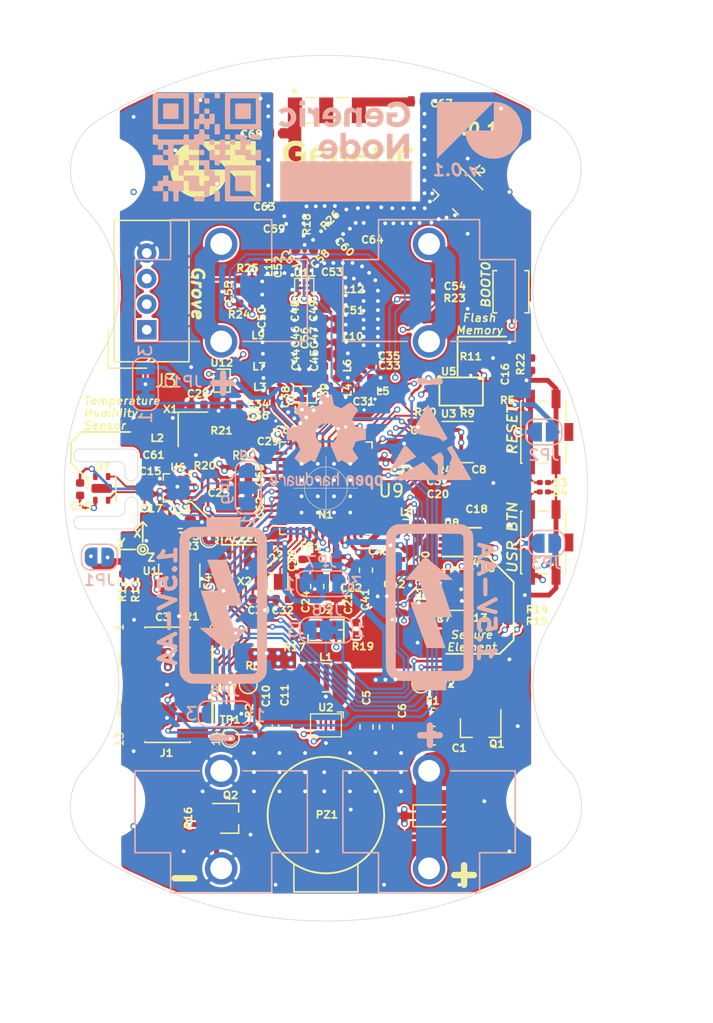
<source format=kicad_pcb>
(kicad_pcb (version 20171130) (host pcbnew "(5.1.6)-1")
  (layers (0 Top.HF mixed) (1 In1.GND power) (2 In2.PWR mixed) (31 B.LF mixed) (34 B.Paste user) (35 F.Paste user) (36 B.SilkS user) (37 F.SilkS user) (38 B.Mask user) (39 F.Mask user) (44 Edge.Cuts user))
  (net 0 "")
  (net 1 "Net-(AE1-Pad1)")
  (net 2 GND)
  (net 3 +BATT)
  (net 4 VDD)
  (net 5 "Net-(C13-Pad2)")
  (net 6 "Net-(C38-Pad2)")
  (net 7 "Net-(C44-Pad2)")
  (net 8 "Net-(C45-Pad2)")
  (net 9 "Net-(C46-Pad2)")
  (net 10 "Net-(C47-Pad2)")
  (net 11 /Peripherals/VCC_FLASH)
  (net 12 /Peripherals/VCC_SEC_ELM)
  (net 13 "Net-(L3-Pad1)")
  (net 14 "Net-(Q2-Pad1)")
  (net 15 "Net-(R8-Pad2)")
  (net 16 "Net-(R10-Pad2)")
  (net 17 "Net-(BH1-Pad1)")
  (net 18 "Net-(BH2-Pad1)")
  (net 19 "Net-(C1-Pad2)")
  (net 20 "Net-(C4-Pad2)")
  (net 21 "Net-(C8-Pad2)")
  (net 22 "Net-(C10-Pad2)")
  (net 23 VDDA)
  (net 24 OSC_IN)
  (net 25 OSC32_IN)
  (net 26 OSC32_OUT)
  (net 27 NRST)
  (net 28 "Net-(C31-Pad2)")
  (net 29 VDDRF1V55)
  (net 30 VDDRF)
  (net 31 "Net-(C50-Pad2)")
  (net 32 "Net-(C51-Pad2)")
  (net 33 PB0_VDD_TCXO)
  (net 34 "Net-(C57-Pad2)")
  (net 35 VDDPA)
  (net 36 "Net-(L4-Pad1)")
  (net 37 VLXSMPS)
  (net 38 "Net-(R3-Pad2)")
  (net 39 "Net-(R5-Pad2)")
  (net 40 FE_CTRL1)
  (net 41 FE_CTRL2)
  (net 42 "/LoRa MCU/PB2")
  (net 43 "/LoRa MCU/PB3")
  (net 44 "Net-(C23-Pad1)")
  (net 45 "Net-(C28-Pad2)")
  (net 46 "Net-(C33-Pad2)")
  (net 47 "Net-(C34-Pad2)")
  (net 48 "Net-(C39-Pad1)")
  (net 49 "Net-(C52-Pad2)")
  (net 50 "Net-(C53-Pad2)")
  (net 51 "Net-(C54-Pad2)")
  (net 52 "Net-(C55-Pad2)")
  (net 53 "Net-(C56-Pad2)")
  (net 54 "Net-(C57-Pad1)")
  (net 55 "Net-(C58-Pad2)")
  (net 56 "Net-(C64-Pad2)")
  (net 57 "Net-(D1-Pad2)")
  (net 58 "Net-(D2-Pad3)")
  (net 59 "Net-(D2-Pad1)")
  (net 60 "/LoRa MCU/PB4")
  (net 61 "/LoRa MCU/PB6")
  (net 62 "Net-(R9-Pad2)")
  (net 63 "/LoRa MCU/I2C1_SDA")
  (net 64 "/LoRa MCU/I2C1_SCL")
  (net 65 "/LoRa MCU/I2C2_SCL")
  (net 66 "/LoRa MCU/I2C2_SDA")
  (net 67 /Peripherals/LED_R)
  (net 68 /Peripherals/LED_B)
  (net 69 /Peripherals/SCLK)
  (net 70 /Peripherals/MOSI)
  (net 71 /Peripherals/MISO)
  (net 72 /Peripherals/ACCEL_INT1)
  (net 73 "Net-(C29-Pad1)")
  (net 74 "/LoRa MCU/SWDIO")
  (net 75 "/LoRa MCU/SWCLK")
  (net 76 "/LoRa MCU/SWO")
  (net 77 "/LoRa MCU/JTDI")
  (net 78 "/LoRa MCU/USART2_TxD")
  (net 79 "/LoRa MCU/USART2_RxD")
  (net 80 "Net-(JP6-Pad2)")
  (net 81 /Peripherals/BUZZER)
  (net 82 "Net-(JP8-Pad2)")
  (net 83 /Peripherals/ACCEL_INT2)
  (net 84 "Net-(JP9-Pad2)")
  (net 85 BOOT0)
  (net 86 "Net-(JP10-Pad2)")
  (net 87 "Net-(JP11-Pad2)")
  (net 88 FE_CTRL3)
  (net 89 "Net-(L1-Pad1)")
  (net 90 "Net-(L1-Pad2)")
  (net 91 "Net-(R21-Pad2)")
  (net 92 "/LoRa MCU/PB12")
  (net 93 /Peripherals/FlashCS)
  (net 94 /Peripherals/VCC_SENSORS)
  (net 95 "Net-(AE1-Pad3)")
  (net 96 "/LoRa MCU/PB7")
  (net 97 "Net-(AE1-Pad2)")
  (net 98 "/LoRa MCU/RFI_P")
  (net 99 "Net-(D2-Pad2)")
  (net 100 "Net-(J1-Pad9)")
  (net 101 "Net-(U7-Pad5)")
  (net 102 "Net-(U9-Pad27)")
  (module node-lib-v1:qr_azerimaker_11mm (layer B.LF) (at 130.4036 72.4154 180)
    (fp_text reference G*** hide)
    (fp_text value LOGO hide)
  )
  (module Symbol:OSHW-Logo2_9.8x8mm_SilkScreen (layer B.LF) (at 139.7381 95.4532 180)
    (fp_text reference REF** hide)
    (fp_text value OSHW-Logo2_9.8x8mm_SilkScreen hide)
  )
  (module Symbol:ESD-Logo_6.6x6mm_SilkScreen (layer B.LF) (at 147.828 95.4532 180)
    (fp_text reference REF** hide)
    (fp_text value ESD-Logo_6.6x6mm_SilkScreen hide)
  )
  (module node-lib-v1:Icon_Battery_1000px (layer B.LF) (at 147.8026 108.3564)
    (fp_text reference G*** hide)
    (fp_text value LOGO hide)
  )
  (module node-lib-v1:Icon_Battery_1000px (layer B.LF) (at 131.6736 107.8484 180)
    (fp_text reference G*** hide)
    (fp_text value LOGO hide)
  )
  (module node-lib-v1:Logo_GN-4000px (layer B.LF) (at 145.51914 71.05904 180)
    (fp_text reference G*** hide)
    (fp_text value LOGO hide)
  )
  (module node-lib-v1:Logo_GN-4000px (layer Top.HF) (at 137.0838 74.1172)
    (fp_text reference G*** hide)
    (fp_text value LOGO hide)
  )
  (module Capacitor_SMD:C_0402_1005Metric (layer Top.HF) (at 137.8772 105.1086 270)
    (fp_text reference C26 (at -0.3844 0.8188 90) (layer F.SilkS) (effects (font (size 0.55 0.6))))
    (fp_text value 100nF)
    (pad 1 smd roundrect (at -0.485 0 270) (size 0.59 0.64) (layers Top.HF F.Paste F.Mask) (net 23 VDDA))
    (pad 2 smd roundrect (at 0.485 0 270) (size 0.59 0.64) (layers Top.HF F.Paste F.Mask) (net 2 GND))
  )
  (module node-lib-v1:BAT_BK-92 (layer B.LF) (at 147.75904 124.9633)
    (fp_text reference BH1 hide)
    (fp_text value Battery_Cell+ hide)
    (pad 1 thru_hole circle (at 0 -3.81) (size 2.55 2.55) (drill 1.7) (layers *.Cu *.Mask) (net 17 "Net-(BH1-Pad1)"))
    (pad 1 thru_hole circle (at 0 3.81) (size 2.55 2.55) (drill 1.7) (layers *.Cu *.Mask) (net 17 "Net-(BH1-Pad1)"))
  )
  (module node-lib-v1:BAT_BK-92 (layer B.LF) (at 131.51904 124.9633)
    (fp_text reference BH4 hide)
    (fp_text value Battery_Cell- hide)
    (pad 1 thru_hole circle (at 0 -3.81) (size 2.55 2.55) (drill 1.7) (layers *.Cu *.Mask) (net 2 GND))
    (pad 1 thru_hole circle (at 0 3.81) (size 2.55 2.55) (drill 1.7) (layers *.Cu *.Mask) (net 2 GND))
  )
  (module node-lib-v1:BAT_BK-92 (layer B.LF) (at 147.75904 83.77974 180)
    (fp_text reference BH2)
    (fp_text value Battery_Cell- hide)
    (pad 1 thru_hole circle (at 0 -3.81 180) (size 2.55 2.55) (drill 1.7) (layers *.Cu *.Mask) (net 18 "Net-(BH2-Pad1)"))
    (pad 1 thru_hole circle (at 0 3.81 180) (size 2.55 2.55) (drill 1.7) (layers *.Cu *.Mask) (net 18 "Net-(BH2-Pad1)"))
  )
  (module node-lib-v1:BAT_BK-92 (layer B.LF) (at 131.51904 83.77974 180)
    (fp_text reference BH3)
    (fp_text value Battery_Cell+ hide)
    (pad 1 thru_hole circle (at 0 -3.81 180) (size 2.55 2.55) (drill 1.7) (layers *.Cu *.Mask) (net 18 "Net-(BH2-Pad1)"))
    (pad 1 thru_hole circle (at 0 3.81 180) (size 2.55 2.55) (drill 1.7) (layers *.Cu *.Mask) (net 18 "Net-(BH2-Pad1)"))
  )
  (module Package_DFN_QFN:DFN-8-1EP_3x2mm_P0.5mm_EP1.3x1.5mm (layer Top.HF) (at 150.3205 103.2764)
    (fp_text reference U8 (at -0.7907 -1.4986) (layer F.SilkS) (effects (font (size 0.55 0.6))))
    (fp_text value ATECC608A-TNGLORAU hide)
    (pad 9 smd rect (at 0 0) (size 1.3 1.5) (layers Top.HF F.Mask) (net 2 GND))
    (pad 8 smd rect (at 1.45 -0.75) (size 0.75 0.3) (layers Top.HF F.Paste F.Mask) (net 12 /Peripherals/VCC_SEC_ELM))
    (pad 7 smd rect (at 1.45 -0.25) (size 0.75 0.3) (layers Top.HF F.Paste F.Mask))
    (pad 6 smd rect (at 1.45 0.25) (size 0.75 0.3) (layers Top.HF F.Paste F.Mask) (net 65 "/LoRa MCU/I2C2_SCL"))
    (pad 5 smd rect (at 1.45 0.75) (size 0.75 0.3) (layers Top.HF F.Paste F.Mask) (net 66 "/LoRa MCU/I2C2_SDA"))
    (pad 4 smd rect (at -1.45 0.75) (size 0.75 0.3) (layers Top.HF F.Paste F.Mask) (net 2 GND))
    (pad 3 smd rect (at -1.45 0.25) (size 0.75 0.3) (layers Top.HF F.Paste F.Mask))
    (pad 2 smd rect (at -1.45 -0.25) (size 0.75 0.3) (layers Top.HF F.Paste F.Mask))
    (pad 1 smd rect (at -1.45 -0.75) (size 0.75 0.3) (layers Top.HF F.Paste F.Mask))
  )
  (module Package_LGA:LGA-12_2x2mm_P0.5mm (layer Top.HF) (at 128.0922 99.0346 180)
    (fp_text reference U6 (at -0.0508 1.6002) (layer F.SilkS) (effects (font (size 0.55 0.6))))
    (fp_text value LIS2DH12 hide)
    (pad 12 smd rect (at -0.25 -0.7625 270) (size 0.375 0.35) (layers Top.HF F.Paste F.Mask) (net 72 /Peripherals/ACCEL_INT1))
    (pad 11 smd rect (at 0.25 -0.7625 270) (size 0.375 0.35) (layers Top.HF F.Paste F.Mask) (net 83 /Peripherals/ACCEL_INT2))
    (pad 6 smd rect (at 0.25 0.7625 270) (size 0.375 0.35) (layers Top.HF F.Paste F.Mask) (net 2 GND))
    (pad 5 smd rect (at -0.25 0.7625 270) (size 0.375 0.35) (layers Top.HF F.Paste F.Mask) (net 2 GND))
    (pad 10 smd rect (at 0.7625 -0.75 180) (size 0.375 0.35) (layers Top.HF F.Paste F.Mask) (net 94 /Peripherals/VCC_SENSORS))
    (pad 1 smd rect (at -0.7625 -0.75 180) (size 0.375 0.35) (layers Top.HF F.Paste F.Mask) (net 64 "/LoRa MCU/I2C1_SCL"))
    (pad 7 smd rect (at 0.7625 0.75 180) (size 0.375 0.35) (layers Top.HF F.Paste F.Mask) (net 2 GND))
    (pad 4 smd rect (at -0.7625 0.75 180) (size 0.375 0.35) (layers Top.HF F.Paste F.Mask) (net 63 "/LoRa MCU/I2C1_SDA"))
    (pad 8 smd rect (at 0.7625 0.25 180) (size 0.375 0.35) (layers Top.HF F.Paste F.Mask) (net 2 GND))
    (pad 9 smd rect (at 0.7625 -0.25 180) (size 0.375 0.35) (layers Top.HF F.Paste F.Mask) (net 94 /Peripherals/VCC_SENSORS))
    (pad 3 smd rect (at -0.7625 0.25 180) (size 0.375 0.35) (layers Top.HF F.Paste F.Mask) (net 94 /Peripherals/VCC_SENSORS))
    (pad 2 smd rect (at -0.7625 -0.25 180) (size 0.375 0.35) (layers Top.HF F.Paste F.Mask) (net 94 /Peripherals/VCC_SENSORS))
  )
  (module Connector_Coaxial:U.FL_Hirose_U.FL-R-SMT-1_Vertical (layer Top.HF) (at 149.6949 76.0603 45)
    (fp_text reference J2 (at 2.712037 0.053882 135) (layer F.SilkS) (effects (font (size 0.55 0.6))))
    (fp_text value U.FL-R-SMT-1 hide)
    (pad 2 smd rect (at 0.475 -1.475 45) (size 2.2 1.05) (layers Top.HF F.Paste F.Mask) (net 2 GND))
    (pad 1 smd rect (at -1.05 0 45) (size 1.05 1) (layers Top.HF F.Paste F.Mask) (net 56 "Net-(C64-Pad2)"))
    (pad 2 smd rect (at 0.475 1.475 45) (size 2.2 1.05) (layers Top.HF F.Paste F.Mask) (net 2 GND))
  )
  (module Capacitor_SMD:C_0402_1005Metric (layer Top.HF) (at 139.8364 80.1116 135)
    (fp_text reference C60 (at -0.987828 0.880065 135) (layer F.SilkS) (effects (font (size 0.55 0.6))))
    (fp_text value DNM hide)
    (pad 2 smd roundrect (at 0.485 0 135) (size 0.59 0.64) (layers Top.HF F.Paste F.Mask) (net 55 "Net-(C58-Pad2)"))
    (pad 1 smd roundrect (at -0.485 0 135) (size 0.59 0.64) (layers Top.HF F.Paste F.Mask) (net 2 GND))
  )
  (module Capacitor_SMD:C_0402_1005Metric (layer Top.HF) (at 138.3886 80.8482 45)
    (fp_text reference C58 (at 0.388626 0.815436 45) (layer F.SilkS) (effects (font (size 0.55 0.6))))
    (fp_text value DNM hide)
    (pad 2 smd roundrect (at 0.485 0 45) (size 0.59 0.64) (layers Top.HF F.Paste F.Mask) (net 55 "Net-(C58-Pad2)"))
    (pad 1 smd roundrect (at -0.485 0 45) (size 0.59 0.64) (layers Top.HF F.Paste F.Mask) (net 54 "Net-(C57-Pad1)"))
  )
  (module Capacitor_SMD:C_0402_1005Metric (layer Top.HF) (at 133.4516 83.693)
    (fp_text reference C55 (at -1.3462 0.0508 90) (layer F.SilkS) (effects (font (size 0.55 0.6))))
    (fp_text value 1nF hide)
    (pad 2 smd roundrect (at 0.485 0) (size 0.59 0.64) (layers Top.HF F.Paste F.Mask) (net 52 "Net-(C55-Pad2)"))
    (pad 1 smd roundrect (at -0.485 0) (size 0.59 0.64) (layers Top.HF F.Paste F.Mask) (net 2 GND))
  )
  (module Capacitor_SMD:C_0402_1005Metric (layer Top.HF) (at 147.724 83.2104 180)
    (fp_text reference C54 (at -2.055 -0.0635) (layer F.SilkS) (effects (font (size 0.55 0.6))))
    (fp_text value 1nF hide)
    (pad 2 smd roundrect (at 0.485 0 180) (size 0.59 0.64) (layers Top.HF F.Paste F.Mask) (net 51 "Net-(C54-Pad2)"))
    (pad 1 smd roundrect (at -0.485 0 180) (size 0.59 0.64) (layers Top.HF F.Paste F.Mask) (net 2 GND))
  )
  (module Capacitor_SMD:C_0603_1608Metric (layer Top.HF) (at 142.8302 105.4642 270)
    (fp_text reference C41 (at 2.3114 0.0508 90) (layer F.SilkS) (effects (font (size 0.55 0.6))))
    (fp_text value 4.7uF hide)
    (pad 2 smd roundrect (at 0.7875 0 270) (size 0.875 0.95) (layers Top.HF F.Paste F.Mask) (net 2 GND))
    (pad 1 smd roundrect (at -0.7875 0 270) (size 0.875 0.95) (layers Top.HF F.Paste F.Mask) (net 30 VDDRF))
  )
  (module Capacitor_SMD:C_0603_1608Metric (layer Top.HF) (at 146.4624 104.7022 270)
    (fp_text reference C40 (at 0.1236 -1.0354 270) (layer F.SilkS) (effects (font (size 0.55 0.6))))
    (fp_text value 470nF hide)
    (pad 2 smd roundrect (at 0.7875 0 270) (size 0.875 0.95) (layers Top.HF F.Paste F.Mask) (net 2 GND))
    (pad 1 smd roundrect (at -0.7875 0 270) (size 0.875 0.95) (layers Top.HF F.Paste F.Mask) (net 29 VDDRF1V55))
  )
  (module Capacitor_SMD:C_0402_1005Metric (layer Top.HF) (at 132.4864 93.4466 180)
    (fp_text reference C36 (at -1.905 0.0508 180) (layer F.SilkS) (effects (font (size 0.55 0.6))))
    (fp_text value 68nF hide)
    (pad 2 smd roundrect (at 0.485 0 180) (size 0.59 0.64) (layers Top.HF F.Paste F.Mask) (net 2 GND))
    (pad 1 smd roundrect (at -0.485 0 180) (size 0.59 0.64) (layers Top.HF F.Paste F.Mask) (net 47 "Net-(C34-Pad2)"))
  )
  (module Capacitor_SMD:C_0402_1005Metric (layer Top.HF) (at 142.72006 88.50122 180)
    (fp_text reference C35 (at -1.921 -0.2286) (layer F.SilkS) (effects (font (size 0.55 0.6))))
    (fp_text value DNM hide)
    (pad 2 smd roundrect (at 0.485 0 180) (size 0.59 0.64) (layers Top.HF F.Paste F.Mask) (net 2 GND))
    (pad 1 smd roundrect (at -0.485 0 180) (size 0.59 0.64) (layers Top.HF F.Paste F.Mask) (net 46 "Net-(C33-Pad2)"))
  )
  (module Capacitor_SMD:C_0402_1005Metric (layer Top.HF) (at 132.4864 92.5068)
    (fp_text reference C34 (at 1.905 0) (layer F.SilkS) (effects (font (size 0.55 0.6))))
    (fp_text value 47nF hide)
    (pad 2 smd roundrect (at 0.485 0) (size 0.59 0.64) (layers Top.HF F.Paste F.Mask) (net 47 "Net-(C34-Pad2)"))
    (pad 1 smd roundrect (at -0.485 0) (size 0.59 0.64) (layers Top.HF F.Paste F.Mask) (net 2 GND))
  )
  (module Capacitor_SMD:C_0402_1005Metric (layer Top.HF) (at 143.24 89.9414 90)
    (fp_text reference C33 (at 0.4572 1.4224 180) (layer F.SilkS) (effects (font (size 0.55 0.6))))
    (fp_text value 3.6pF hide)
    (pad 2 smd roundrect (at 0.485 0 90) (size 0.59 0.64) (layers Top.HF F.Paste F.Mask) (net 46 "Net-(C33-Pad2)"))
    (pad 1 smd roundrect (at -0.485 0 90) (size 0.59 0.64) (layers Top.HF F.Paste F.Mask) (net 98 "/LoRa MCU/RFI_P"))
  )
  (module Capacitor_SMD:C_0603_1608Metric (layer Top.HF) (at 139.0202 106.7342 270)
    (fp_text reference C24 (at 1.2158 0.895 90) (layer F.SilkS) (effects (font (size 0.55 0.6))))
    (fp_text value 4.7uF hide)
    (pad 2 smd roundrect (at 0.7875 0 270) (size 0.875 0.95) (layers Top.HF F.Paste F.Mask) (net 2 GND))
    (pad 1 smd roundrect (at -0.7875 0 270) (size 0.875 0.95) (layers Top.HF F.Paste F.Mask) (net 23 VDDA))
  )
  (module Capacitor_SMD:C_0603_1608Metric (layer Top.HF) (at 140.4934 106.7342 270)
    (fp_text reference C21 (at 1.3428 -0.9592 90) (layer F.SilkS) (effects (font (size 0.55 0.6))))
    (fp_text value 4.7uF hide)
    (pad 2 smd roundrect (at 0.7875 0 270) (size 0.875 0.95) (layers Top.HF F.Paste F.Mask) (net 2 GND))
    (pad 1 smd roundrect (at -0.7875 0 270) (size 0.875 0.95) (layers Top.HF F.Paste F.Mask) (net 4 VDD))
  )
  (module Capacitor_SMD:C_0402_1005Metric (layer Top.HF) (at 150.2697 99.4918 180)
    (fp_text reference C20 (at 1.8161 -0.0381 180) (layer F.SilkS) (effects (font (size 0.55 0.6))))
    (fp_text value DNM hide)
    (pad 2 smd roundrect (at 0.485 0 180) (size 0.59 0.64) (layers Top.HF F.Paste F.Mask) (net 43 "/LoRa MCU/PB3"))
    (pad 1 smd roundrect (at -0.485 0 180) (size 0.59 0.64) (layers Top.HF F.Paste F.Mask) (net 2 GND))
  )
  (module Capacitor_SMD:C_0402_1005Metric (layer Top.HF) (at 120.4976 99.1362 270)
    (fp_text reference C19 (at 1.3208 -0.0762 180) (layer F.SilkS) (effects (font (size 0.55 0.6))))
    (fp_text value 100nF hide)
    (pad 2 smd roundrect (at 0.485 0 270) (size 0.59 0.64) (layers Top.HF F.Paste F.Mask) (net 94 /Peripherals/VCC_SENSORS))
    (pad 1 smd roundrect (at -0.485 0 270) (size 0.59 0.64) (layers Top.HF F.Paste F.Mask) (net 2 GND))
  )
  (module Capacitor_SMD:C_0402_1005Metric (layer Top.HF) (at 151.5016 101.4984)
    (fp_text reference C18 (at -0.0254 -0.8001) (layer F.SilkS) (effects (font (size 0.55 0.6))))
    (fp_text value 100nF hide)
    (pad 2 smd roundrect (at 0.485 0) (size 0.59 0.64) (layers Top.HF F.Paste F.Mask) (net 12 /Peripherals/VCC_SEC_ELM))
    (pad 1 smd roundrect (at -0.485 0) (size 0.59 0.64) (layers Top.HF F.Paste F.Mask) (net 2 GND))
  )
  (module Capacitor_SMD:C_0402_1005Metric (layer Top.HF) (at 126.365 101.9048 90)
    (fp_text reference C17 (at 1.247 -0.3048 180) (layer F.SilkS) (effects (font (size 0.55 0.6))))
    (fp_text value 100nF hide)
    (pad 2 smd roundrect (at 0.485 0 90) (size 0.59 0.64) (layers Top.HF F.Paste F.Mask) (net 94 /Peripherals/VCC_SENSORS))
    (pad 1 smd roundrect (at -0.485 0 90) (size 0.59 0.64) (layers Top.HF F.Paste F.Mask) (net 2 GND))
  )
  (module Capacitor_SMD:C_0402_1005Metric (layer Top.HF) (at 152.7556 90.17 270)
    (fp_text reference C16 (at -0.02032 -0.9525 270) (layer F.SilkS) (effects (font (size 0.55 0.6))))
    (fp_text value 100nF hide)
    (pad 1 smd roundrect (at -0.485 0 270) (size 0.59 0.64) (layers Top.HF F.Paste F.Mask) (net 2 GND))
    (pad 2 smd roundrect (at 0.485 0 270) (size 0.59 0.64) (layers Top.HF F.Paste F.Mask) (net 11 /Peripherals/VCC_FLASH))
  )
  (module Capacitor_SMD:C_0402_1005Metric (layer Top.HF) (at 126.0094 99.0346 270)
    (fp_text reference C15 (at -1.2954 0.0254 180) (layer F.SilkS) (effects (font (size 0.55 0.6))))
    (fp_text value 100nF hide)
    (pad 2 smd roundrect (at 0.485 0 270) (size 0.59 0.64) (layers Top.HF F.Paste F.Mask) (net 94 /Peripherals/VCC_SENSORS))
    (pad 1 smd roundrect (at -0.485 0 270) (size 0.59 0.64) (layers Top.HF F.Paste F.Mask) (net 2 GND))
  )
  (module node-lib-v1:NewAge_3inch_round (layer Top.HF) (at 139.7 99.06)
    (fp_text reference N1 (at -0.01 2.07) (layer F.SilkS) (effects (font (size 0.55 0.6))))
    (fp_text value NewAge_3inch_round hide)
  )
  (module Capacitor_SMD:C_0603_1608Metric (layer Top.HF) (at 148.082 118.618)
    (fp_text reference C1 (at 2.032 0.762) (layer F.SilkS) (effects (font (size 0.55 0.6))))
    (fp_text value 10uF hide)
    (pad 1 smd roundrect (at -0.7875 0) (size 0.875 0.95) (layers Top.HF F.Paste F.Mask) (net 2 GND))
    (pad 2 smd roundrect (at 0.7875 0) (size 0.875 0.95) (layers Top.HF F.Paste F.Mask) (net 19 "Net-(C1-Pad2)"))
  )
  (module Capacitor_SMD:C_0402_1005Metric (layer Top.HF) (at 130.5306 104.9274 90)
    (fp_text reference C4 (at -1.524 -0.0508 90) (layer F.SilkS) (effects (font (size 0.55 0.6))))
    (fp_text value DNM hide)
    (pad 1 smd roundrect (at -0.485 0 90) (size 0.59 0.64) (layers Top.HF F.Paste F.Mask) (net 4 VDD))
    (pad 2 smd roundrect (at 0.485 0 90) (size 0.59 0.64) (layers Top.HF F.Paste F.Mask) (net 20 "Net-(C4-Pad2)"))
  )
  (module Capacitor_SMD:C_0402_1005Metric (layer Top.HF) (at 147.9456 94.5896 270)
    (fp_text reference C7 (at -0.0357 1.0795 180) (layer F.SilkS) (effects (font (size 0.55 0.6))))
    (fp_text value 1uF hide)
    (pad 2 smd roundrect (at 0.485 0 270) (size 0.59 0.64) (layers Top.HF F.Paste F.Mask) (net 2 GND))
    (pad 1 smd roundrect (at -0.485 0 270) (size 0.59 0.64) (layers Top.HF F.Paste F.Mask) (net 4 VDD))
  )
  (module Capacitor_SMD:C_0402_1005Metric (layer Top.HF) (at 152.69032 96.88576 90)
    (fp_text reference C8 (at -0.72644 -1.03632 180) (layer F.SilkS) (effects (font (size 0.55 0.6))))
    (fp_text value DNM hide)
    (pad 1 smd roundrect (at -0.485 0 90) (size 0.59 0.64) (layers Top.HF F.Paste F.Mask) (net 4 VDD))
    (pad 2 smd roundrect (at 0.485 0 90) (size 0.59 0.64) (layers Top.HF F.Paste F.Mask) (net 21 "Net-(C8-Pad2)"))
  )
  (module Capacitor_SMD:C_0402_1005Metric (layer Top.HF) (at 131.5466 104.9274 270)
    (fp_text reference C9 (at 1.5748 -0.0254 270) (layer F.SilkS) (effects (font (size 0.55 0.6))))
    (fp_text value 100nF hide)
    (pad 2 smd roundrect (at 0.485 0 270) (size 0.59 0.64) (layers Top.HF F.Paste F.Mask) (net 2 GND))
    (pad 1 smd roundrect (at -0.485 0 270) (size 0.59 0.64) (layers Top.HF F.Paste F.Mask) (net 42 "/LoRa MCU/PB2"))
  )
  (module Capacitor_SMD:C_0402_1005Metric (layer Top.HF) (at 152.797 108.4477 90)
    (fp_text reference C13 (at -0.7469 -1.3208 180) (layer F.SilkS) (effects (font (size 0.55 0.6))))
    (fp_text value DNM hide)
    (pad 1 smd roundrect (at -0.485 0 90) (size 0.59 0.64) (layers Top.HF F.Paste F.Mask) (net 4 VDD))
    (pad 2 smd roundrect (at 0.485 0 90) (size 0.59 0.64) (layers Top.HF F.Paste F.Mask) (net 5 "Net-(C13-Pad2)"))
  )
  (module Capacitor_SMD:C_0402_1005Metric (layer Top.HF) (at 129.69 92.5322)
    (fp_text reference C28 (at 0.0254 -0.8636) (layer F.SilkS) (effects (font (size 0.55 0.6))))
    (fp_text value 10nF hide)
    (pad 1 smd roundrect (at -0.485 0) (size 0.59 0.64) (layers Top.HF F.Paste F.Mask) (net 2 GND))
    (pad 2 smd roundrect (at 0.485 0) (size 0.59 0.64) (layers Top.HF F.Paste F.Mask) (net 45 "Net-(C28-Pad2)"))
  )
  (module Capacitor_SMD:C_0402_1005Metric (layer Top.HF) (at 133.477 95.377)
    (fp_text reference C29 (at 1.7018 0.0254 180) (layer F.SilkS) (effects (font (size 0.55 0.6))))
    (fp_text value 1nF hide)
    (pad 2 smd roundrect (at 0.485 0) (size 0.59 0.64) (layers Top.HF F.Paste F.Mask) (net 24 OSC_IN))
    (pad 1 smd roundrect (at -0.485 0) (size 0.59 0.64) (layers Top.HF F.Paste F.Mask) (net 73 "Net-(C29-Pad1)"))
  )
  (module Capacitor_SMD:C_0402_1005Metric (layer Top.HF) (at 134.4676 107.7214 180)
    (fp_text reference C30 (at 0.0254 -0.889) (layer F.SilkS) (effects (font (size 0.55 0.6))))
    (fp_text value 6.8pF hide)
    (pad 2 smd roundrect (at 0.485 0 180) (size 0.59 0.64) (layers Top.HF F.Paste F.Mask) (net 25 OSC32_IN))
    (pad 1 smd roundrect (at -0.485 0 180) (size 0.59 0.64) (layers Top.HF F.Paste F.Mask) (net 2 GND))
  )
  (module Capacitor_SMD:C_0402_1005Metric (layer Top.HF) (at 142.24 89.9795 270)
    (fp_text reference C31 (at 2.30886 -0.41656 180) (layer F.SilkS) (effects (font (size 0.55 0.6))))
    (fp_text value 2.7pF hide)
    (pad 1 smd roundrect (at -0.485 0 270) (size 0.59 0.64) (layers Top.HF F.Paste F.Mask) (net 2 GND))
    (pad 2 smd roundrect (at 0.485 0 270) (size 0.59 0.64) (layers Top.HF F.Paste F.Mask) (net 28 "Net-(C31-Pad2)"))
  )
  (module Capacitor_SMD:C_0402_1005Metric (layer Top.HF) (at 136.2964 107.7214)
    (fp_text reference C32 (at 0.0254 0.889) (layer F.SilkS) (effects (font (size 0.55 0.6))))
    (fp_text value 6.8pF hide)
    (pad 2 smd roundrect (at 0.485 0) (size 0.59 0.64) (layers Top.HF F.Paste F.Mask) (net 26 OSC32_OUT))
    (pad 1 smd roundrect (at -0.485 0) (size 0.59 0.64) (layers Top.HF F.Paste F.Mask) (net 2 GND))
  )
  (module Capacitor_SMD:C_0402_1005Metric (layer Top.HF) (at 150.2673 98.5393 180)
    (fp_text reference C37 (at 1.8518 0.0254) (layer F.SilkS) (effects (font (size 0.55 0.6))))
    (fp_text value 100nF hide)
    (pad 2 smd roundrect (at 0.485 0 180) (size 0.59 0.64) (layers Top.HF F.Paste F.Mask) (net 27 NRST))
    (pad 1 smd roundrect (at -0.485 0 180) (size 0.59 0.64) (layers Top.HF F.Paste F.Mask) (net 2 GND))
  )
  (module Capacitor_SMD:C_0402_1005Metric (layer Top.HF) (at 137.017 90.4621 180)
    (fp_text reference C38 (at 0.4572 -1.4605 90) (layer F.SilkS) (effects (font (size 0.55 0.6))))
    (fp_text value 33pF hide)
    (pad 1 smd roundrect (at -0.485 0 180) (size 0.59 0.64) (layers Top.HF F.Paste F.Mask) (net 2 GND))
    (pad 2 smd roundrect (at 0.485 0 180) (size 0.59 0.64) (layers Top.HF F.Paste F.Mask) (net 6 "Net-(C38-Pad2)"))
  )
  (module Capacitor_SMD:C_0402_1005Metric (layer Top.HF) (at 139.1125 90.4621 180)
    (fp_text reference C39 (at -0.4953 -1.2573 90) (layer F.SilkS) (effects (font (size 0.55 0.6))))
    (fp_text value 33pF hide)
    (pad 2 smd roundrect (at 0.485 0 180) (size 0.59 0.64) (layers Top.HF F.Paste F.Mask) (net 2 GND))
    (pad 1 smd roundrect (at -0.485 0 180) (size 0.59 0.64) (layers Top.HF F.Paste F.Mask) (net 48 "Net-(C39-Pad1)"))
  )
  (module Capacitor_SMD:C_0402_1005Metric (layer Top.HF) (at 136.001 88.5952 180)
    (fp_text reference C44 (at -1.3462 -0.4318 270) (layer F.SilkS) (effects (font (size 0.55 0.6))))
    (fp_text value 6.8pF hide)
    (pad 2 smd roundrect (at 0.485 0 180) (size 0.59 0.64) (layers Top.HF F.Paste F.Mask) (net 7 "Net-(C44-Pad2)"))
    (pad 1 smd roundrect (at -0.485 0 180) (size 0.59 0.64) (layers Top.HF F.Paste F.Mask) (net 2 GND))
  )
  (module Capacitor_SMD:C_0402_1005Metric (layer Top.HF) (at 140.0626 88.5698)
    (fp_text reference C45 (at -1.2676 0.508 90) (layer F.SilkS) (effects (font (size 0.55 0.6))))
    (fp_text value 5.6pF hide)
    (pad 2 smd roundrect (at 0.485 0) (size 0.59 0.64) (layers Top.HF F.Paste F.Mask) (net 8 "Net-(C45-Pad2)"))
    (pad 1 smd roundrect (at -0.485 0) (size 0.59 0.64) (layers Top.HF F.Paste F.Mask) (net 2 GND))
  )
  (module Capacitor_SMD:C_0402_1005Metric (layer Top.HF) (at 136.4582 87.1982 90)
    (fp_text reference C46 (at -0.0254 0.8636 270) (layer F.SilkS) (effects (font (size 0.55 0.6))))
    (fp_text value 2.4pF hide)
    (pad 1 smd roundrect (at -0.485 0 90) (size 0.59 0.64) (layers Top.HF F.Paste F.Mask) (net 7 "Net-(C44-Pad2)"))
    (pad 2 smd roundrect (at 0.485 0 90) (size 0.59 0.64) (layers Top.HF F.Paste F.Mask) (net 9 "Net-(C46-Pad2)"))
  )
  (module Capacitor_SMD:C_0402_1005Metric (layer Top.HF) (at 139.6078 87.172801 90)
    (fp_text reference C47 (at -0.126999 -0.8128 90) (layer F.SilkS) (effects (font (size 0.55 0.6))))
    (fp_text value 2.7pF hide)
    (pad 2 smd roundrect (at 0.485 0 90) (size 0.59 0.64) (layers Top.HF F.Paste F.Mask) (net 10 "Net-(C47-Pad2)"))
    (pad 1 smd roundrect (at -0.485 0 90) (size 0.59 0.64) (layers Top.HF F.Paste F.Mask) (net 8 "Net-(C45-Pad2)"))
  )
  (module Capacitor_SMD:C_0402_1005Metric (layer Top.HF) (at 136.4836 85.2932 270)
    (fp_text reference C48 (at -0.0762 -0.8128 90) (layer F.SilkS) (effects (font (size 0.55 0.6))))
    (fp_text value 3.9pF hide)
    (pad 2 smd roundrect (at 0.485 0 270) (size 0.59 0.64) (layers Top.HF F.Paste F.Mask) (net 9 "Net-(C46-Pad2)"))
    (pad 1 smd roundrect (at -0.485 0 270) (size 0.59 0.64) (layers Top.HF F.Paste F.Mask) (net 2 GND))
  )
  (module Capacitor_SMD:C_0402_1005Metric (layer Top.HF) (at 139.5824 85.3186 270)
    (fp_text reference C49 (at -0.127 0.8382 90) (layer F.SilkS) (effects (font (size 0.55 0.6))))
    (fp_text value 3.3pF hide)
    (pad 1 smd roundrect (at -0.485 0 270) (size 0.59 0.64) (layers Top.HF F.Paste F.Mask) (net 2 GND))
    (pad 2 smd roundrect (at 0.485 0 270) (size 0.59 0.64) (layers Top.HF F.Paste F.Mask) (net 10 "Net-(C47-Pad2)"))
  )
  (module Capacitor_SMD:C_0402_1005Metric (layer Top.HF) (at 135.493 85.2932 90)
    (fp_text reference C50 (at -0.4318 -0.7968 270) (layer F.SilkS) (effects (font (size 0.55 0.6))))
    (fp_text value 33pF hide)
    (pad 1 smd roundrect (at -0.485 0 90) (size 0.59 0.64) (layers Top.HF F.Paste F.Mask) (net 9 "Net-(C46-Pad2)"))
    (pad 2 smd roundrect (at 0.485 0 90) (size 0.59 0.64) (layers Top.HF F.Paste F.Mask) (net 31 "Net-(C50-Pad2)"))
  )
  (module Capacitor_SMD:C_0402_1005Metric (layer Top.HF) (at 140.5222 85.3186 90)
    (fp_text reference C51 (at 0.1524 1.3114 180) (layer F.SilkS) (effects (font (size 0.55 0.6))))
    (fp_text value 33pF hide)
    (pad 2 smd roundrect (at 0.485 0 90) (size 0.59 0.64) (layers Top.HF F.Paste F.Mask) (net 32 "Net-(C51-Pad2)"))
    (pad 1 smd roundrect (at -0.485 0 90) (size 0.59 0.64) (layers Top.HF F.Paste F.Mask) (net 10 "Net-(C47-Pad2)"))
  )
  (module Capacitor_SMD:C_0402_1005Metric (layer Top.HF) (at 136.509 83.4644 90)
    (fp_text reference C52 (at 1.7018 -0.5428 270) (layer F.SilkS) (effects (font (size 0.55 0.6))))
    (fp_text value 2.7pF hide)
    (pad 2 smd roundrect (at 0.485 0 90) (size 0.59 0.64) (layers Top.HF F.Paste F.Mask) (net 49 "Net-(C52-Pad2)"))
    (pad 1 smd roundrect (at -0.485 0 90) (size 0.59 0.64) (layers Top.HF F.Paste F.Mask) (net 2 GND))
  )
  (module Capacitor_SMD:C_0402_1005Metric (layer Top.HF) (at 139.5824 83.4644 90)
    (fp_text reference C53 (at 1.2954 0.6096 180) (layer F.SilkS) (effects (font (size 0.55 0.6))))
    (fp_text value 1.3pF hide)
    (pad 1 smd roundrect (at -0.485 0 90) (size 0.59 0.64) (layers Top.HF F.Paste F.Mask) (net 2 GND))
    (pad 2 smd roundrect (at 0.485 0 90) (size 0.59 0.64) (layers Top.HF F.Paste F.Mask) (net 50 "Net-(C53-Pad2)"))
  )
  (module Capacitor_SMD:C_0402_1005Metric (layer Top.HF) (at 137.9822 85.4456 90)
    (fp_text reference C56 (at -1.8796 0.0762 90) (layer F.SilkS) (effects (font (size 0.55 0.6))))
    (fp_text value 1nF hide)
    (pad 1 smd roundrect (at -0.485 0 90) (size 0.59 0.64) (layers Top.HF F.Paste F.Mask) (net 2 GND))
    (pad 2 smd roundrect (at 0.485 0 90) (size 0.59 0.64) (layers Top.HF F.Paste F.Mask) (net 53 "Net-(C56-Pad2)"))
  )
  (module Capacitor_SMD:C_0402_1005Metric (layer Top.HF) (at 137.68832 80.85836 135)
    (fp_text reference C57 (at 0.329993 -0.799002 135) (layer F.SilkS) (effects (font (size 0.55 0.6))))
    (fp_text value 33pF hide)
    (pad 1 smd roundrect (at -0.485 0 135) (size 0.59 0.64) (layers Top.HF F.Paste F.Mask) (net 54 "Net-(C57-Pad1)"))
    (pad 2 smd roundrect (at 0.485 0 135) (size 0.59 0.64) (layers Top.HF F.Paste F.Mask) (net 34 "Net-(C57-Pad2)"))
  )
  (module Diode_SMD:D_SOD-323 (layer Top.HF) (at 148.0058 124.6632)
    (fp_text reference D1)
    (fp_text value 1N4148WS hide)
    (pad 1 smd rect (at -1.05 0) (size 0.6 0.45) (layers Top.HF F.Paste F.Mask) (net 4 VDD))
    (pad 2 smd rect (at 1.05 0) (size 0.6 0.45) (layers Top.HF F.Paste F.Mask) (net 57 "Net-(D1-Pad2)"))
  )
  (module Inductor_SMD:L_0603_1608Metric (layer Top.HF) (at 139.706 104.6006)
    (fp_text reference FB1 (at -1.1998 -0.994) (layer F.SilkS) (effects (font (size 0.55 0.6))))
    (fp_text value "600R @100MHz" hide)
    (pad 1 smd roundrect (at -0.7875 0) (size 0.875 0.95) (layers Top.HF F.Paste F.Mask) (net 23 VDDA))
    (pad 2 smd roundrect (at 0.7875 0) (size 0.875 0.95) (layers Top.HF F.Paste F.Mask) (net 4 VDD))
  )
  (module MountingHole:MountingHole_2.5mm (layer Top.HF) (at 156.81198 123.51004)
    (fp_text reference H1)
    (fp_text value MountingHole hide)
    (pad 1 np_thru_hole circle (at 0 0) (size 2.5 2.5) (drill 2.5) (layers *.Cu *.Mask))
  )
  (module MountingHole:MountingHole_2.5mm (layer Top.HF) (at 122.58802 123.51004)
    (fp_text reference H2 hide)
    (fp_text value MountingHole hide)
    (pad 1 np_thru_hole circle (at 0 0) (size 2.5 2.5) (drill 2.5) (layers *.Cu *.Mask))
  )
  (module Inductor_SMD:L_0402_1005Metric (layer Top.HF) (at 127.508 94.9428 90)
    (fp_text reference L2 (at -0.2032 -0.9906 180) (layer F.SilkS) (effects (font (size 0.55 0.6))))
    (fp_text value "1400R @1GHz" hide)
    (pad 2 smd roundrect (at 0.485 0 90) (size 0.59 0.64) (layers Top.HF F.Paste F.Mask) (net 45 "Net-(C28-Pad2)"))
    (pad 1 smd roundrect (at -0.485 0 90) (size 0.59 0.64) (layers Top.HF F.Paste F.Mask) (net 33 PB0_VDD_TCXO))
  )
  (module Inductor_SMD:L_0402_1005Metric (layer Top.HF) (at 135.5565 90.9471 90)
    (fp_text reference L3 (at -0.2135 -1.016 180) (layer F.SilkS) (effects (font (size 0.55 0.6))))
    (fp_text value 3.6nH hide)
    (pad 1 smd roundrect (at -0.485 0 90) (size 0.59 0.64) (layers Top.HF F.Paste F.Mask) (net 13 "Net-(L3-Pad1)"))
    (pad 2 smd roundrect (at 0.485 0 90) (size 0.59 0.64) (layers Top.HF F.Paste F.Mask) (net 7 "Net-(C44-Pad2)"))
  )
  (module Inductor_SMD:L_0402_1005Metric (layer Top.HF) (at 140.573 90.9574 90)
    (fp_text reference L4 (at -0.4318 0.8288 270) (layer F.SilkS) (effects (font (size 0.55 0.6))))
    (fp_text value 3.3nH hide)
    (pad 1 smd roundrect (at -0.485 0 90) (size 0.59 0.64) (layers Top.HF F.Paste F.Mask) (net 36 "Net-(L4-Pad1)"))
    (pad 2 smd roundrect (at 0.485 0 90) (size 0.59 0.64) (layers Top.HF F.Paste F.Mask) (net 8 "Net-(C45-Pad2)"))
  )
  (module Inductor_SMD:L_0402_1005Metric (layer Top.HF) (at 142.748 91.4146)
    (fp_text reference L5 (at 1.397 0.06096) (layer F.SilkS) (effects (font (size 0.55 0.6))))
    (fp_text value 11nH hide)
    (pad 1 smd roundrect (at -0.485 0) (size 0.59 0.64) (layers Top.HF F.Paste F.Mask) (net 28 "Net-(C31-Pad2)"))
    (pad 2 smd roundrect (at 0.485 0) (size 0.59 0.64) (layers Top.HF F.Paste F.Mask) (net 98 "/LoRa MCU/RFI_P"))
  )
  (module Inductor_SMD:L_0402_1005Metric (layer Top.HF) (at 140.065 89.5096)
    (fp_text reference L6 (at 1.3114 -0.0254 90) (layer F.SilkS) (effects (font (size 0.55 0.6))))
    (fp_text value 47nH hide)
    (pad 2 smd roundrect (at 0.485 0) (size 0.59 0.64) (layers Top.HF F.Paste F.Mask) (net 8 "Net-(C45-Pad2)"))
    (pad 1 smd roundrect (at -0.485 0) (size 0.59 0.64) (layers Top.HF F.Paste F.Mask) (net 48 "Net-(C39-Pad1)"))
  )
  (module Inductor_SMD:L_0402_1005Metric (layer Top.HF) (at 136.001 89.5096 180)
    (fp_text reference L7 (at 1.524 -0.0508) (layer F.SilkS) (effects (font (size 0.55 0.6))))
    (fp_text value 47nH hide)
    (pad 2 smd roundrect (at 0.485 0 180) (size 0.59 0.64) (layers Top.HF F.Paste F.Mask) (net 7 "Net-(C44-Pad2)"))
    (pad 1 smd roundrect (at -0.485 0 180) (size 0.59 0.64) (layers Top.HF F.Paste F.Mask) (net 6 "Net-(C38-Pad2)"))
  )
  (module Inductor_SMD:L_0402_1005Metric (layer Top.HF) (at 135.493 87.1728 90)
    (fp_text reference L9 (at 0.0508 -1.0922 180) (layer F.SilkS) (effects (font (size 0.55 0.6))))
    (fp_text value 3.3nH hide)
    (pad 1 smd roundrect (at -0.485 0 90) (size 0.59 0.64) (layers Top.HF F.Paste F.Mask) (net 7 "Net-(C44-Pad2)"))
    (pad 2 smd roundrect (at 0.485 0 90) (size 0.59 0.64) (layers Top.HF F.Paste F.Mask) (net 9 "Net-(C46-Pad2)"))
  )
  (module Inductor_SMD:L_0402_1005Metric (layer Top.HF) (at 140.5222 87.1704 90)
    (fp_text reference L10 (at -0.0278 1.2954) (layer F.SilkS) (effects (font (size 0.55 0.6))))
    (fp_text value 3.3nH hide)
    (pad 1 smd roundrect (at -0.485 0 90) (size 0.59 0.64) (layers Top.HF F.Paste F.Mask) (net 8 "Net-(C45-Pad2)"))
    (pad 2 smd roundrect (at 0.485 0 90) (size 0.59 0.64) (layers Top.HF F.Paste F.Mask) (net 10 "Net-(C47-Pad2)"))
  )
  (module Inductor_SMD:L_0402_1005Metric (layer Top.HF) (at 135.493 83.439 90)
    (fp_text reference L11 (at 1.7018 -0.2634 270) (layer F.SilkS) (effects (font (size 0.55 0.6))))
    (fp_text value 6.8nH hide)
    (pad 1 smd roundrect (at -0.485 0 90) (size 0.59 0.64) (layers Top.HF F.Paste F.Mask) (net 31 "Net-(C50-Pad2)"))
    (pad 2 smd roundrect (at 0.485 0 90) (size 0.59 0.64) (layers Top.HF F.Paste F.Mask) (net 49 "Net-(C52-Pad2)"))
  )
  (module Package_TO_SOT_SMD:SOT-23 (layer Top.HF) (at 151.7904 117.7798 270)
    (fp_text reference Q1 (at 1.27 -1.27 180) (layer F.SilkS) (effects (font (size 0.55 0.6))))
    (fp_text value SI2323DS hide)
    (pad 1 smd rect (at -1 -0.95 270) (size 0.9 0.8) (layers Top.HF F.Paste F.Mask) (net 2 GND))
    (pad 2 smd rect (at -1 0.95 270) (size 0.9 0.8) (layers Top.HF F.Paste F.Mask) (net 19 "Net-(C1-Pad2)"))
    (pad 3 smd rect (at 1 0 270) (size 0.9 0.8) (layers Top.HF F.Paste F.Mask) (net 17 "Net-(BH1-Pad1)"))
  )
  (module Package_TO_SOT_SMD:SOT-323_SC-70 (layer Top.HF) (at 132.1562 124.8664)
    (fp_text reference Q2 (at 0.1016 -1.8034) (layer F.SilkS) (effects (font (size 0.55 0.6))))
    (fp_text value 2SC4213 hide)
    (pad 1 smd rect (at -1 -0.65 270) (size 0.45 0.7) (layers Top.HF F.Paste F.Mask) (net 14 "Net-(Q2-Pad1)"))
    (pad 2 smd rect (at -1 0.65 270) (size 0.45 0.7) (layers Top.HF F.Paste F.Mask) (net 2 GND))
    (pad 3 smd rect (at 1 0 270) (size 0.45 0.7) (layers Top.HF F.Paste F.Mask) (net 57 "Net-(D1-Pad2)"))
  )
  (module Resistor_SMD:R_0402_1005Metric (layer Top.HF) (at 129.1614 108.2548)
    (fp_text reference R1 (at 0.0738 0.8382) (layer F.SilkS) (effects (font (size 0.55 0.6))))
    (fp_text value 100K hide)
    (pad 2 smd roundrect (at 0.485 0) (size 0.59 0.64) (layers Top.HF F.Paste F.Mask) (net 92 "/LoRa MCU/PB12"))
    (pad 1 smd roundrect (at -0.485 0) (size 0.59 0.64) (layers Top.HF F.Paste F.Mask) (net 2 GND))
  )
  (module Resistor_SMD:R_0402_1005Metric (layer Top.HF) (at 133.731 118.11 270)
    (fp_text reference R2 (at -1.651 0 270) (layer F.SilkS) (effects (font (size 0.55 0.6))))
    (fp_text value 100K hide)
    (pad 1 smd roundrect (at -0.485 0 270) (size 0.59 0.64) (layers Top.HF F.Paste F.Mask) (net 2 GND))
    (pad 2 smd roundrect (at 0.485 0 270) (size 0.59 0.64) (layers Top.HF F.Paste F.Mask) (net 60 "/LoRa MCU/PB4"))
  )
  (module Resistor_SMD:R_0402_1005Metric (layer Top.HF) (at 127.7596 103.505)
    (fp_text reference R3 (at 1.4704 0.085) (layer F.SilkS) (effects (font (size 0.55 0.6))))
    (fp_text value 1K hide)
    (pad 2 smd roundrect (at 0.485 0) (size 0.59 0.64) (layers Top.HF F.Paste F.Mask) (net 38 "Net-(R3-Pad2)"))
    (pad 1 smd roundrect (at -0.485 0) (size 0.59 0.64) (layers Top.HF F.Paste F.Mask) (net 94 /Peripherals/VCC_SENSORS))
  )
  (module Resistor_SMD:R_0402_1005Metric (layer Top.HF) (at 147.94052 96.46412 270)
    (fp_text reference R4 (at 1.1938 -1.02108 180) (layer F.SilkS) (effects (font (size 0.55 0.6))))
    (fp_text value 100K hide)
    (pad 1 smd roundrect (at -0.485 0 270) (size 0.59 0.64) (layers Top.HF F.Paste F.Mask) (net 2 GND))
    (pad 2 smd roundrect (at 0.485 0 270) (size 0.59 0.64) (layers Top.HF F.Paste F.Mask) (net 96 "/LoRa MCU/PB7"))
  )
  (module Resistor_SMD:R_0402_1005Metric (layer Top.HF) (at 152.68524 95.01632 270)
    (fp_text reference R5 (at -2.82702 -1.20066 180) (layer F.SilkS) (effects (font (size 0.55 0.6))))
    (fp_text value 1K hide)
    (pad 2 smd roundrect (at 0.485 0 270) (size 0.59 0.64) (layers Top.HF F.Paste F.Mask) (net 39 "Net-(R5-Pad2)"))
    (pad 1 smd roundrect (at -0.485 0 270) (size 0.59 0.64) (layers Top.HF F.Paste F.Mask) (net 11 /Peripherals/VCC_FLASH))
  )
  (module Resistor_SMD:R_0402_1005Metric (layer Top.HF) (at 135.0734 113.4578 90)
    (fp_text reference R6 (at 0.5207 -1.0771 180) (layer F.SilkS) (effects (font (size 0.55 0.6))))
    (fp_text value 0R hide)
    (pad 1 smd roundrect (at -0.485 0 90) (size 0.59 0.64) (layers Top.HF F.Paste F.Mask) (net 22 "Net-(C10-Pad2)"))
    (pad 2 smd roundrect (at 0.485 0 90) (size 0.59 0.64) (layers Top.HF F.Paste F.Mask) (net 4 VDD))
  )
  (module Resistor_SMD:R_0402_1005Metric (layer Top.HF) (at 147.8694 108.4834 90)
    (fp_text reference R7 (at -0.7112 1.0414 180) (layer F.SilkS) (effects (font (size 0.55 0.6))))
    (fp_text value 100K hide)
    (pad 1 smd roundrect (at -0.485 0 90) (size 0.59 0.64) (layers Top.HF F.Paste F.Mask) (net 2 GND))
    (pad 2 smd roundrect (at 0.485 0 90) (size 0.59 0.64) (layers Top.HF F.Paste F.Mask) (net 61 "/LoRa MCU/PB6"))
  )
  (module Resistor_SMD:R_0402_1005Metric (layer Top.HF) (at 152.7843 106.5506 270)
    (fp_text reference R8 (at -1.23712 0.44018 180) (layer F.SilkS) (effects (font (size 0.55 0.6))))
    (fp_text value 1K hide)
    (pad 1 smd roundrect (at -0.485 0 270) (size 0.59 0.64) (layers Top.HF F.Paste F.Mask) (net 12 /Peripherals/VCC_SEC_ELM))
    (pad 2 smd roundrect (at 0.485 0 270) (size 0.59 0.64) (layers Top.HF F.Paste F.Mask) (net 15 "Net-(R8-Pad2)"))
  )
  (module Resistor_SMD:R_0402_1005Metric (layer Top.HF) (at 152.289 93.1926)
    (fp_text reference R9 (at -1.54 0.0254) (layer F.SilkS) (effects (font (size 0.55 0.6))))
    (fp_text value DNM hide)
    (pad 1 smd roundrect (at -0.485 0) (size 0.59 0.64) (layers Top.HF F.Paste F.Mask) (net 11 /Peripherals/VCC_FLASH))
    (pad 2 smd roundrect (at 0.485 0) (size 0.59 0.64) (layers Top.HF F.Paste F.Mask) (net 62 "Net-(R9-Pad2)"))
  )
  (module Resistor_SMD:R_0402_1005Metric (layer Top.HF) (at 147.828 91.7678 270)
    (fp_text reference R10 (at 1.3486 0.3556 180) (layer F.SilkS) (effects (font (size 0.55 0.6))))
    (fp_text value DNM hide)
    (pad 1 smd roundrect (at -0.485 0 270) (size 0.59 0.64) (layers Top.HF F.Paste F.Mask) (net 11 /Peripherals/VCC_FLASH))
    (pad 2 smd roundrect (at 0.485 0 270) (size 0.59 0.64) (layers Top.HF F.Paste F.Mask) (net 16 "Net-(R10-Pad2)"))
  )
  (module Resistor_SMD:R_0402_1005Metric (layer Top.HF) (at 151.019 89.6366 180)
    (fp_text reference R11 (at 0 0.8636) (layer F.SilkS) (effects (font (size 0.55 0.6))))
    (fp_text value 10K hide)
    (pad 2 smd roundrect (at 0.485 0 180) (size 0.59 0.64) (layers Top.HF F.Paste F.Mask) (net 93 /Peripherals/FlashCS))
    (pad 1 smd roundrect (at -0.485 0 180) (size 0.59 0.64) (layers Top.HF F.Paste F.Mask) (net 11 /Peripherals/VCC_FLASH))
  )
  (module Resistor_SMD:R_0402_1005Metric (layer Top.HF) (at 123.8631 105.2703 90)
    (fp_text reference R12 (at -1.8288 -0.0762 90) (layer F.SilkS) (effects (font (size 0.55 0.6))))
    (fp_text value 4K7 hide)
    (pad 2 smd roundrect (at 0.485 0 90) (size 0.59 0.64) (layers Top.HF F.Paste F.Mask) (net 94 /Peripherals/VCC_SENSORS))
    (pad 1 smd roundrect (at -0.485 0 90) (size 0.59 0.64) (layers Top.HF F.Paste F.Mask) (net 63 "/LoRa MCU/I2C1_SDA"))
  )
  (module Resistor_SMD:R_0402_1005Metric (layer Top.HF) (at 124.805982 105.273382 270)
    (fp_text reference R13 (at 1.8542 -0.0254 90) (layer F.SilkS) (effects (font (size 0.55 0.6))))
    (fp_text value 4K7 hide)
    (pad 1 smd roundrect (at -0.485 0 270) (size 0.59 0.64) (layers Top.HF F.Paste F.Mask) (net 94 /Peripherals/VCC_SENSORS))
    (pad 2 smd roundrect (at 0.485 0 270) (size 0.59 0.64) (layers Top.HF F.Paste F.Mask) (net 64 "/LoRa MCU/I2C1_SCL"))
  )
  (module Resistor_SMD:R_0402_1005Metric (layer Top.HF) (at 153.91892 108.93806 90)
    (fp_text reference R14 (at 0.38862 2.27584 180) (layer F.SilkS) (effects (font (size 0.55 0.6))))
    (fp_text value 4K7 hide)
    (pad 2 smd roundrect (at 0.485 0 90) (size 0.59 0.64) (layers Top.HF F.Paste F.Mask) (net 12 /Peripherals/VCC_SEC_ELM))
    (pad 1 smd roundrect (at -0.485 0 90) (size 0.59 0.64) (layers Top.HF F.Paste F.Mask) (net 65 "/LoRa MCU/I2C2_SCL"))
  )
  (module Resistor_SMD:R_0402_1005Metric (layer Top.HF) (at 154.884119 108.93806 270)
    (fp_text reference R15 (at 0.53594 -1.300481 180) (layer F.SilkS) (effects (font (size 0.55 0.6))))
    (fp_text value 4K7 hide)
    (pad 1 smd roundrect (at -0.485 0 270) (size 0.59 0.64) (layers Top.HF F.Paste F.Mask) (net 12 /Peripherals/VCC_SEC_ELM))
    (pad 2 smd roundrect (at 0.485 0 270) (size 0.59 0.64) (layers Top.HF F.Paste F.Mask) (net 66 "/LoRa MCU/I2C2_SDA"))
  )
  (module Resistor_SMD:R_0402_1005Metric (layer Top.HF) (at 129.9718 124.8664 90)
    (fp_text reference R16 (at 0.0405 -1.016 90) (layer F.SilkS) (effects (font (size 0.55 0.6))))
    (fp_text value 1K hide)
    (pad 1 smd roundrect (at -0.485 0 90) (size 0.59 0.64) (layers Top.HF F.Paste F.Mask) (net 81 /Peripherals/BUZZER))
    (pad 2 smd roundrect (at 0.485 0 90) (size 0.59 0.64) (layers Top.HF F.Paste F.Mask) (net 14 "Net-(Q2-Pad1)"))
  )
  (module Resistor_SMD:R_0402_1005Metric (layer Top.HF) (at 137.2489 110.1598 90)
    (fp_text reference R17 (at -1.3335 0 180) (layer F.SilkS) (effects (font (size 0.55 0.6))))
    (fp_text value 330R hide)
    (pad 2 smd roundrect (at 0.485 0 90) (size 0.59 0.64) (layers Top.HF F.Paste F.Mask) (net 67 /Peripherals/LED_R))
    (pad 1 smd roundrect (at -0.485 0 90) (size 0.59 0.64) (layers Top.HF F.Paste F.Mask) (net 59 "Net-(D2-Pad1)"))
  )
  (module Resistor_SMD:R_0402_1005Metric (layer Top.HF) (at 142.0749 110.0558 90)
    (fp_text reference R19 (at -1.374 0.508 180) (layer F.SilkS) (effects (font (size 0.55 0.6))))
    (fp_text value 100R hide)
    (pad 2 smd roundrect (at 0.485 0 90) (size 0.59 0.64) (layers Top.HF F.Paste F.Mask) (net 68 /Peripherals/LED_B))
    (pad 1 smd roundrect (at -0.485 0 90) (size 0.59 0.64) (layers Top.HF F.Paste F.Mask) (net 58 "Net-(D2-Pad3)"))
  )
  (module TestPoint:TestPoint_Pad_D1.0mm (layer Top.HF) (at 132.2234 118.6078)
    (fp_text reference TP1 (at 0 -1.448) (layer F.SilkS) (effects (font (size 0.55 0.6))))
    (fp_text value VBAT_READ hide)
    (pad 1 smd circle (at 0 0) (size 1 1) (layers Top.HF F.Mask) (net 60 "/LoRa MCU/PB4"))
  )
  (module TestPoint:TestPoint_Pad_D1.0mm (layer Top.HF) (at 147.1234 114.3578)
    (fp_text reference TP2 (at 1.8415 0) (layer F.SilkS) (effects (font (size 0.55 0.6))))
    (fp_text value VBAT hide)
    (pad 1 smd circle (at 0 0) (size 1 1) (layers Top.HF F.Mask) (net 3 +BATT))
  )
  (module TestPoint:TestPoint_Pad_D1.0mm (layer Top.HF) (at 130.57886 102.98938 180)
    (fp_text reference TP3 (at 1.54886 0.16938) (layer F.SilkS) (effects (font (size 0.55 0.6))))
    (fp_text value VBAT_ADC hide)
    (pad 1 smd circle (at 0 0 180) (size 1 1) (layers Top.HF F.Mask) (net 42 "/LoRa MCU/PB2"))
  )
  (module TestPoint:TestPoint_Pad_D1.0mm (layer Top.HF) (at 133.6294 114.4143)
    (fp_text reference TP4 (at -1.6891 0.0508) (layer F.SilkS) (effects (font (size 0.55 0.6))))
    (fp_text value VDD hide)
    (pad 1 smd circle (at 0 0) (size 1 1) (layers Top.HF F.Mask) (net 22 "Net-(C10-Pad2)"))
  )
  (module Package_TO_SOT_SMD:SOT-23-6 (layer Top.HF) (at 128.2446 105.8926 90)
    (fp_text reference U1 (at 0.3556 -2.2606 180) (layer F.SilkS) (effects (font (size 0.55 0.6))))
    (fp_text value TPS22917DBV hide)
    (pad 5 smd rect (at 1.1 0 90) (size 1.06 0.65) (layers Top.HF F.Paste F.Mask) (net 38 "Net-(R3-Pad2)"))
    (pad 6 smd rect (at 1.1 -0.95 90) (size 1.06 0.65) (layers Top.HF F.Paste F.Mask) (net 94 /Peripherals/VCC_SENSORS))
    (pad 4 smd rect (at 1.1 0.95 90) (size 1.06 0.65) (layers Top.HF F.Paste F.Mask) (net 20 "Net-(C4-Pad2)"))
    (pad 3 smd rect (at -1.1 0.95 90) (size 1.06 0.65) (layers Top.HF F.Paste F.Mask) (net 92 "/LoRa MCU/PB12"))
    (pad 2 smd rect (at -1.1 0 90) (size 1.06 0.65) (layers Top.HF F.Paste F.Mask) (net 2 GND))
    (pad 1 smd rect (at -1.1 -0.95 90) (size 1.06 0.65) (layers Top.HF F.Paste F.Mask) (net 4 VDD))
  )
  (module Package_TO_SOT_SMD:SOT-23-6 (layer Top.HF) (at 150.3205 95.4532)
    (fp_text reference U3 (at -1.0287 -2.2098) (layer F.SilkS) (effects (font (size 0.55 0.6))))
    (fp_text value TPS22917DBV hide)
    (pad 1 smd rect (at -1.1 -0.95) (size 1.06 0.65) (layers Top.HF F.Paste F.Mask) (net 4 VDD))
    (pad 2 smd rect (at -1.1 0) (size 1.06 0.65) (layers Top.HF F.Paste F.Mask) (net 2 GND))
    (pad 3 smd rect (at -1.1 0.95) (size 1.06 0.65) (layers Top.HF F.Paste F.Mask) (net 96 "/LoRa MCU/PB7"))
    (pad 4 smd rect (at 1.1 0.95) (size 1.06 0.65) (layers Top.HF F.Paste F.Mask) (net 21 "Net-(C8-Pad2)"))
    (pad 6 smd rect (at 1.1 -0.95) (size 1.06 0.65) (layers Top.HF F.Paste F.Mask) (net 11 /Peripherals/VCC_FLASH))
    (pad 5 smd rect (at 1.1 0) (size 1.06 0.65) (layers Top.HF F.Paste F.Mask) (net 39 "Net-(R5-Pad2)"))
  )
  (module Capacitor_SMD:C_0603_1608Metric (layer Top.HF) (at 144.399 117.729 90)
    (fp_text reference C2)
    (fp_text value 10uF hide)
    (pad 1 smd roundrect (at -0.7875 0 90) (size 0.875 0.95) (layers Top.HF F.Paste F.Mask) (net 2 GND))
    (pad 2 smd roundrect (at 0.7875 0 90) (size 0.875 0.95) (layers Top.HF F.Paste F.Mask) (net 3 +BATT))
  )
  (module Capacitor_SMD:C_0402_1005Metric (layer Top.HF) (at 127.3048 108.2548)
    (fp_text reference C3 (at -0.3556 0.889) (layer F.SilkS) (effects (font (size 0.55 0.6))))
    (fp_text value 1uF hide)
    (pad 2 smd roundrect (at 0.485 0) (size 0.59 0.64) (layers Top.HF F.Paste F.Mask) (net 2 GND))
    (pad 1 smd roundrect (at -0.485 0) (size 0.59 0.64) (layers Top.HF F.Paste F.Mask) (net 4 VDD))
  )
  (module Capacitor_SMD:C_0603_1608Metric (layer Top.HF) (at 142.875 117.729 270)
    (fp_text reference C5 (at -2.286 0 270) (layer F.SilkS) (effects (font (size 0.55 0.6))))
    (fp_text value 4.7uF hide)
    (pad 2 smd roundrect (at 0.7875 0 270) (size 0.875 0.95) (layers Top.HF F.Paste F.Mask) (net 2 GND))
    (pad 1 smd roundrect (at -0.7875 0 270) (size 0.875 0.95) (layers Top.HF F.Paste F.Mask) (net 3 +BATT))
  )
  (module Capacitor_SMD:C_0402_1005Metric (layer Top.HF) (at 145.669 118.2578 270)
    (fp_text reference C6 (at -1.801 0 270) (layer F.SilkS) (effects (font (size 0.55 0.6))))
    (fp_text value 100nF hide)
    (pad 1 smd roundrect (at -0.485 0 270) (size 0.59 0.64) (layers Top.HF F.Paste F.Mask) (net 3 +BATT))
    (pad 2 smd roundrect (at 0.485 0 270) (size 0.59 0.64) (layers Top.HF F.Paste F.Mask) (net 2 GND))
  )
  (module Capacitor_SMD:C_0603_1608Metric (layer Top.HF) (at 135.001 117.729 90)
    (fp_text reference C10 (at 2.4257 0.0254 90) (layer F.SilkS) (effects (font (size 0.55 0.6))))
    (fp_text value DNM hide)
    (pad 2 smd roundrect (at 0.7875 0 90) (size 0.875 0.95) (layers Top.HF F.Paste F.Mask) (net 22 "Net-(C10-Pad2)"))
    (pad 1 smd roundrect (at -0.7875 0 90) (size 0.875 0.95) (layers Top.HF F.Paste F.Mask) (net 2 GND))
  )
  (module Capacitor_SMD:C_0603_1608Metric (layer Top.HF) (at 136.525 117.729 90)
    (fp_text reference C11 (at 2.4892 -0.0381 90) (layer F.SilkS) (effects (font (size 0.55 0.6))))
    (fp_text value 22uF hide)
    (pad 1 smd roundrect (at -0.7875 0 90) (size 0.875 0.95) (layers Top.HF F.Paste F.Mask) (net 2 GND))
    (pad 2 smd roundrect (at 0.7875 0 90) (size 0.875 0.95) (layers Top.HF F.Paste F.Mask) (net 22 "Net-(C10-Pad2)"))
  )
  (module Capacitor_SMD:C_0402_1005Metric (layer Top.HF) (at 147.8694 106.5887 270)
    (fp_text reference C12 (at 0.3961 0.8288 270) (layer F.SilkS) (effects (font (size 0.55 0.6))))
    (fp_text value 1uF hide)
    (pad 2 smd roundrect (at 0.485 0 270) (size 0.59 0.64) (layers Top.HF F.Paste F.Mask) (net 2 GND))
    (pad 1 smd roundrect (at -0.485 0 270) (size 0.59 0.64) (layers Top.HF F.Paste F.Mask) (net 4 VDD))
  )
  (module Capacitor_SMD:C_0603_1608Metric (layer Top.HF) (at 128.3208 101.7016 180)
    (fp_text reference C14 (at 0 0.9652) (layer F.SilkS) (effects (font (size 0.55 0.6))))
    (fp_text value 10uF hide)
    (pad 1 smd roundrect (at -0.7875 0 180) (size 0.875 0.95) (layers Top.HF F.Paste F.Mask) (net 2 GND))
    (pad 2 smd roundrect (at 0.7875 0 180) (size 0.875 0.95) (layers Top.HF F.Paste F.Mask) (net 94 /Peripherals/VCC_SENSORS))
  )
  (module Capacitor_SMD:C_0402_1005Metric (layer Top.HF) (at 136.79 77.06)
    (fp_text reference C63 (at -1.905 0) (layer F.SilkS) (effects (font (size 0.55 0.6))))
    (fp_text value DNM hide)
    (pad 1 smd roundrect (at -0.485 0) (size 0.59 0.64) (layers Top.HF F.Paste F.Mask) (net 2 GND))
    (pad 2 smd roundrect (at 0.485 0) (size 0.59 0.64) (layers Top.HF F.Paste F.Mask) (net 1 "Net-(AE1-Pad1)"))
  )
  (module Capacitor_SMD:C_0402_1005Metric (layer Top.HF) (at 143.4559 78.2447 90)
    (fp_text reference C64 (at -1.397 -0.127 180) (layer F.SilkS) (effects (font (size 0.55 0.6))))
    (fp_text value DNM hide)
    (pad 1 smd roundrect (at -0.485 0 90) (size 0.59 0.64) (layers Top.HF F.Paste F.Mask) (net 2 GND))
    (pad 2 smd roundrect (at 0.485 0 90) (size 0.59 0.64) (layers Top.HF F.Paste F.Mask) (net 56 "Net-(C64-Pad2)"))
  )
  (module Inductor_SMD:L_0402_1005Metric (layer Top.HF) (at 140.5222 83.4668 90)
    (fp_text reference L12 (at -0.0484 1.3716 180) (layer F.SilkS) (effects (font (size 0.55 0.6))))
    (fp_text value 8.7nH hide)
    (pad 2 smd roundrect (at 0.485 0 90) (size 0.59 0.64) (layers Top.HF F.Paste F.Mask) (net 50 "Net-(C53-Pad2)"))
    (pad 1 smd roundrect (at -0.485 0 90) (size 0.59 0.64) (layers Top.HF F.Paste F.Mask) (net 32 "Net-(C51-Pad2)"))
  )
  (module Resistor_SMD:R_0402_1005Metric (layer Top.HF) (at 147.7264 84.1502)
    (fp_text reference R23 (at 2.032 0.0635) (layer F.SilkS) (effects (font (size 0.55 0.6))))
    (fp_text value 100R hide)
    (pad 1 smd roundrect (at -0.485 0) (size 0.59 0.64) (layers Top.HF F.Paste F.Mask) (net 51 "Net-(C54-Pad2)"))
    (pad 2 smd roundrect (at 0.485 0) (size 0.59 0.64) (layers Top.HF F.Paste F.Mask) (net 40 FE_CTRL1))
  )
  (module Resistor_SMD:R_0402_1005Metric (layer Top.HF) (at 133.4492 84.6328 180)
    (fp_text reference R24 (at 0.531 -0.8636) (layer F.SilkS) (effects (font (size 0.55 0.6))))
    (fp_text value 100R hide)
    (pad 2 smd roundrect (at 0.485 0 180) (size 0.59 0.64) (layers Top.HF F.Paste F.Mask) (net 41 FE_CTRL2))
    (pad 1 smd roundrect (at -0.485 0 180) (size 0.59 0.64) (layers Top.HF F.Paste F.Mask) (net 52 "Net-(C55-Pad2)"))
  )
  (module Resistor_SMD:R_0402_1005Metric (layer Top.HF) (at 133.4619 82.7405)
    (fp_text reference R25 (at 0.1167 -0.8763) (layer F.SilkS) (effects (font (size 0.55 0.6))))
    (fp_text value 100R hide)
    (pad 1 smd roundrect (at -0.485 0) (size 0.59 0.64) (layers Top.HF F.Paste F.Mask) (net 87 "Net-(JP11-Pad2)"))
    (pad 2 smd roundrect (at 0.485 0) (size 0.59 0.64) (layers Top.HF F.Paste F.Mask) (net 53 "Net-(C56-Pad2)"))
  )
  (module Resistor_SMD:R_0402_1005Metric (layer Top.HF) (at 140.611053 78.701947 225)
    (fp_text reference R26 (at 0 0.826184 45) (layer F.SilkS) (effects (font (size 0.55 0.6))))
    (fp_text value 0R hide)
    (pad 2 smd roundrect (at 0.485 0 225) (size 0.59 0.64) (layers Top.HF F.Paste F.Mask) (net 55 "Net-(C58-Pad2)"))
    (pad 1 smd roundrect (at -0.485 0 225) (size 0.59 0.64) (layers Top.HF F.Paste F.Mask) (net 56 "Net-(C64-Pad2)"))
  )
  (module Package_TO_SOT_SMD:SOT-23-6 (layer Top.HF) (at 150.3205 106.9975)
    (fp_text reference U4 (at 0.77394 -2.08026) (layer F.SilkS) (effects (font (size 0.55 0.6))))
    (fp_text value TPS22917DBV hide)
    (pad 1 smd rect (at -1.1 -0.95) (size 1.06 0.65) (layers Top.HF F.Paste F.Mask) (net 4 VDD))
    (pad 2 smd rect (at -1.1 0) (size 1.06 0.65) (layers Top.HF F.Paste F.Mask) (net 2 GND))
    (pad 3 smd rect (at -1.1 0.95) (size 1.06 0.65) (layers Top.HF F.Paste F.Mask) (net 61 "/LoRa MCU/PB6"))
    (pad 4 smd rect (at 1.1 0.95) (size 1.06 0.65) (layers Top.HF F.Paste F.Mask) (net 5 "Net-(C13-Pad2)"))
    (pad 6 smd rect (at 1.1 -0.95) (size 1.06 0.65) (layers Top.HF F.Paste F.Mask) (net 12 /Peripherals/VCC_SEC_ELM))
    (pad 5 smd rect (at 1.1 0) (size 1.06 0.65) (layers Top.HF F.Paste F.Mask) (net 15 "Net-(R8-Pad2)"))
  )
  (module MountingHole:MountingHole_2.5mm (layer Top.HF) (at 156.8196 74.5998)
    (fp_text reference H3)
    (fp_text value MountingHole hide)
    (pad 1 np_thru_hole circle (at 0 0) (size 2.5 2.5) (drill 2.5) (layers *.Cu *.Mask))
  )
  (module MountingHole:MountingHole_2.5mm (layer Top.HF) (at 122.5804 74.5998)
    (fp_text reference H4)
    (fp_text value MountingHole hide)
    (pad 1 np_thru_hole circle (at 0 0) (size 2.5 2.5) (drill 2.5) (layers *.Cu *.Mask))
  )
  (module Jumper:SolderJumper-3_P1.3mm_Bridged12_RoundedPad1.0x1.5mm_NumberLabels (layer B.LF) (at 131.7879 116.7003 180)
    (fp_text reference JP6 (at 0 1.8 180) (layer B.SilkS) (effects (font (size 0.85 0.9)) (justify mirror)))
    (fp_text value JTDI)
    (fp_poly (pts (xy -0.9 0.3) (xy -0.4 0.3) (xy -0.4 -0.3) (xy -0.9 -0.3)) (layer B.LF) (width 0))
    (fp_text user 3 (at 2.6 0 180) (layer B.SilkS) (effects (justify mirror)))
    (fp_text user 1 (at -2.7305 -0.127 180) (layer B.SilkS) (effects (justify mirror)))
    (pad 3 smd custom (at 1.3 0 180) (size 1 0.5) (layers B.LF B.Mask) (net 77 "/LoRa MCU/JTDI") (options (clearance outline) (anchor rect)) (primitives (gr_circle (center 0 -0.25) (end 0.5 -0.25) (width 0)) (gr_circle (center 0 0.25) (end 0.5 0.25) (width 0)) (gr_poly (pts (xy -0.55 0.75) (xy 0 0.75) (xy 0 -0.75) (xy -0.55 -0.75)) (width 0))))
    (pad 2 smd rect (at 0 0 180) (size 1 1.5) (layers B.LF B.Mask) (net 80 "Net-(JP6-Pad2)"))
    (pad 1 smd custom (at -1.3 0 180) (size 1 0.5) (layers B.LF B.Mask) (net 81 /Peripherals/BUZZER) (options (clearance outline) (anchor rect)) (primitives (gr_poly (pts (xy 0.55 0.75) (xy 0 0.75) (xy 0 -0.75) (xy 0.55 -0.75)) (width 0)) (gr_circle (center 0 -0.25) (end 0.5 -0.25) (width 0)) (gr_circle (center 0 0.25) (end 0.5 0.25) (width 0))))
  )
  (module Jumper:SolderJumper-3_P1.3mm_Bridged12_RoundedPad1.0x1.5mm_NumberLabels (layer B.LF) (at 139.45 106.53)
    (fp_text reference JP7 (at -0.097 -1.7145) (layer B.SilkS) (effects (font (size 0.85 0.9)) (justify mirror)))
    (fp_text value VBAT)
    (fp_poly (pts (xy -0.9 0.3) (xy -0.4 0.3) (xy -0.4 -0.3) (xy -0.9 -0.3)) (layer B.LF) (width 0))
    (fp_text user 3 (at 2.6 0) (layer B.SilkS) (effects (justify mirror)))
    (fp_text user 1 (at -2.6 0) (layer B.SilkS) (effects (justify mirror)))
    (pad 3 smd custom (at 1.3 0) (size 1 0.5) (layers B.LF B.Mask) (net 3 +BATT) (options (clearance outline) (anchor rect)) (primitives (gr_circle (center 0 -0.25) (end 0.5 -0.25) (width 0)) (gr_circle (center 0 0.25) (end 0.5 0.25) (width 0)) (gr_poly (pts (xy -0.55 0.75) (xy 0 0.75) (xy 0 -0.75) (xy -0.55 -0.75)) (width 0))))
    (pad 2 smd rect (at 0 0) (size 1 1.5) (layers B.LF B.Mask) (net 44 "Net-(C23-Pad1)"))
    (pad 1 smd custom (at -1.3 0) (size 1 0.5) (layers B.LF B.Mask) (net 4 VDD) (options (clearance outline) (anchor rect)) (primitives (gr_poly (pts (xy 0.55 0.75) (xy 0 0.75) (xy 0 -0.75) (xy 0.55 -0.75)) (width 0)) (gr_circle (center 0 -0.25) (end 0.5 -0.25) (width 0)) (gr_circle (center 0 0.25) (end 0.5 0.25) (width 0))))
  )
  (module Jumper:SolderJumper-3_P1.3mm_Bridged12_RoundedPad1.0x1.5mm_NumberLabels (layer B.LF) (at 139.7254 110.1598 180)
    (fp_text reference JP8 (at -0.0635 1.5875) (layer B.SilkS) (effects (font (size 0.85 0.9)) (justify mirror)))
    (fp_text value SWO)
    (fp_poly (pts (xy -0.9 0.3) (xy -0.4 0.3) (xy -0.4 -0.3) (xy -0.9 -0.3)) (layer B.LF) (width 0))
    (fp_text user 1 (at -2.6 0) (layer B.SilkS) (effects (justify mirror)))
    (fp_text user 3 (at 2.6 0) (layer B.SilkS) (effects (justify mirror)))
    (pad 1 smd custom (at -1.3 0 180) (size 1 0.5) (layers B.LF B.Mask) (net 43 "/LoRa MCU/PB3") (options (clearance outline) (anchor rect)) (primitives (gr_poly (pts (xy 0.55 0.75) (xy 0 0.75) (xy 0 -0.75) (xy 0.55 -0.75)) (width 0)) (gr_circle (center 0 -0.25) (end 0.5 -0.25) (width 0)) (gr_circle (center 0 0.25) (end 0.5 0.25) (width 0))))
    (pad 2 smd rect (at 0 0 180) (size 1 1.5) (layers B.LF B.Mask) (net 82 "Net-(JP8-Pad2)"))
    (pad 3 smd custom (at 1.3 0 180) (size 1 0.5) (layers B.LF B.Mask) (net 76 "/LoRa MCU/SWO") (options (clearance outline) (anchor rect)) (primitives (gr_circle (center 0 -0.25) (end 0.5 -0.25) (width 0)) (gr_circle (center 0 0.25) (end 0.5 0.25) (width 0)) (gr_poly (pts (xy -0.55 0.75) (xy 0 0.75) (xy 0 -0.75) (xy -0.55 -0.75)) (width 0))))
  )
  (module Jumper:SolderJumper-3_P1.3mm_Bridged12_RoundedPad1.0x1.5mm_NumberLabels (layer B.LF) (at 133.6294 99.0138 90)
    (fp_text reference JP9 (at -0.127 -1.5875 270) (layer B.SilkS) (effects (font (size 0.85 0.9)) (justify mirror)))
    (fp_text value INT)
    (fp_poly (pts (xy -0.9 0.3) (xy -0.4 0.3) (xy -0.4 -0.3) (xy -0.9 -0.3)) (layer B.LF) (width 0))
    (fp_text user 1 (at -2.6 0 270) (layer B.SilkS) (effects (justify mirror)))
    (fp_text user 3 (at 2.6 0 270) (layer B.SilkS) (effects (justify mirror)))
    (pad 1 smd custom (at -1.3 0 90) (size 1 0.5) (layers B.LF B.Mask) (net 83 /Peripherals/ACCEL_INT2) (options (clearance outline) (anchor rect)) (primitives (gr_poly (pts (xy 0.55 0.75) (xy 0 0.75) (xy 0 -0.75) (xy 0.55 -0.75)) (width 0)) (gr_circle (center 0 -0.25) (end 0.5 -0.25) (width 0)) (gr_circle (center 0 0.25) (end 0.5 0.25) (width 0))))
    (pad 2 smd rect (at 0 0 90) (size 1 1.5) (layers B.LF B.Mask) (net 84 "Net-(JP9-Pad2)"))
    (pad 3 smd custom (at 1.3 0 90) (size 1 0.5) (layers B.LF B.Mask) (net 72 /Peripherals/ACCEL_INT1) (options (clearance outline) (anchor rect)) (primitives (gr_circle (center 0 -0.25) (end 0.5 -0.25) (width 0)) (gr_circle (center 0 0.25) (end 0.5 0.25) (width 0)) (gr_poly (pts (xy -0.55 0.75) (xy 0 0.75) (xy 0 -0.75) (xy -0.55 -0.75)) (width 0))))
  )
  (module Jumper:SolderJumper-3_P1.3mm_Bridged12_RoundedPad1.0x1.5mm_NumberLabels (layer B.LF) (at 125.603 90.932 90)
    (fp_text reference JP11 (at 0.1905 2.794 180) (layer B.SilkS) (effects (font (size 0.85 0.9)) (justify mirror)))
    (fp_text value VDD_RF_SW)
    (fp_poly (pts (xy -0.9 0.3) (xy -0.4 0.3) (xy -0.4 -0.3) (xy -0.9 -0.3)) (layer B.LF) (width 0))
    (fp_text user 3 (at 2.6 0 90) (layer B.SilkS) (effects (justify mirror)))
    (fp_text user 1 (at -2.6 0 90) (layer B.SilkS) (effects (justify mirror)))
    (pad 3 smd custom (at 1.3 0 90) (size 1 0.5) (layers B.LF B.Mask) (net 30 VDDRF) (options (clearance outline) (anchor rect)) (primitives (gr_circle (center 0 -0.25) (end 0.5 -0.25) (width 0)) (gr_circle (center 0 0.25) (end 0.5 0.25) (width 0)) (gr_poly (pts (xy -0.55 0.75) (xy 0 0.75) (xy 0 -0.75) (xy -0.55 -0.75)) (width 0))))
    (pad 2 smd rect (at 0 0 90) (size 1 1.5) (layers B.LF B.Mask) (net 87 "Net-(JP11-Pad2)"))
    (pad 1 smd custom (at -1.3 0 90) (size 1 0.5) (layers B.LF B.Mask) (net 88 FE_CTRL3) (options (clearance outline) (anchor rect)) (primitives (gr_poly (pts (xy 0.55 0.75) (xy 0 0.75) (xy 0 -0.75) (xy 0.55 -0.75)) (width 0)) (gr_circle (center 0 -0.25) (end 0.5 -0.25) (width 0)) (gr_circle (center 0 0.25) (end 0.5 0.25) (width 0))))
  )
  (module Inductor_SMD:L_1008_2520Metric (layer Top.HF) (at 139.7 113.8682)
    (fp_text reference L1 (at 0 -1.6002) (layer F.SilkS) (effects (font (size 0.55 0.6))))
    (fp_text value "2.2 uH")
    (pad 1 smd roundrect (at -1.075 0) (size 1.25 2.2) (layers Top.HF F.Paste F.Mask) (roundrect_rratio 0.2) (net 89 "Net-(L1-Pad1)"))
    (pad 2 smd roundrect (at 1.075 0) (size 1.25 2.2) (layers Top.HF F.Paste F.Mask) (roundrect_rratio 0.2) (net 90 "Net-(L1-Pad2)"))
  )
  (module Inductor_SMD:L_0805_2012Metric (layer Top.HF) (at 145.9798 102.213)
    (fp_text reference L8 (at 0.02032 -1.29032) (layer F.SilkS) (effects (font (size 0.55 0.6))))
    (fp_text value 15uH)
    (pad 1 smd roundrect (at -0.9375 0) (size 0.975 1.4) (layers Top.HF F.Paste F.Mask) (net 37 VLXSMPS))
    (pad 2 smd roundrect (at 0.9375 0) (size 0.975 1.4) (layers Top.HF F.Paste F.Mask) (net 29 VDDRF1V55))
  )
  (module Inductor_SMD:L_0402_1005Metric (layer Top.HF) (at 131.2178 96.4324 180)
    (fp_text reference R20 (at 0.98184 -0.86992) (layer F.SilkS) (effects (font (size 0.55 0.6))))
    (fp_text value DNM)
    (pad 1 smd roundrect (at -0.485 0 180) (size 0.59 0.64) (layers Top.HF F.Paste F.Mask) (net 24 OSC_IN))
    (pad 2 smd roundrect (at 0.485 0 180) (size 0.59 0.64) (layers Top.HF F.Paste F.Mask) (net 2 GND))
  )
  (module Inductor_SMD:L_0402_1005Metric (layer Top.HF) (at 131.572 95.377 180)
    (fp_text reference R21 (at 0.0254 0.8128) (layer F.SilkS) (effects (font (size 0.55 0.6))))
    (fp_text value 220R)
    (pad 2 smd roundrect (at 0.485 0 180) (size 0.59 0.64) (layers Top.HF F.Paste F.Mask) (net 91 "Net-(R21-Pad2)"))
    (pad 1 smd roundrect (at -0.485 0 180) (size 0.59 0.64) (layers Top.HF F.Paste F.Mask) (net 73 "Net-(C29-Pad1)"))
  )
  (module Inductor_SMD:L_0402_1005Metric (layer Top.HF) (at 155.7401 89.3699 90)
    (fp_text reference R22 (at 0.0024 -0.8255 90) (layer F.SilkS) (effects (font (size 0.55 0.6))))
    (fp_text value 10K)
    (pad 1 smd roundrect (at -0.485 0 90) (size 0.59 0.64) (layers Top.HF F.Paste F.Mask) (net 2 GND))
    (pad 2 smd roundrect (at 0.485 0 90) (size 0.59 0.64) (layers Top.HF F.Paste F.Mask) (net 86 "Net-(JP10-Pad2)"))
  )
  (module node-lib-v1:WLCSP-20-P3_1.994x1.609mm_Layout5x4_P0.4mm (layer Top.HF) (at 139.7 117.602 180)
    (fp_text reference U2 (at 0 1.397) (layer F.SilkS) (effects (font (size 0.55 0.6))))
    (fp_text value RP605Z283B)
    (pad D5 smd circle (at 0.8 -0.6 180) (size 0.21 0.21) (layers Top.HF F.Paste F.Mask) (net 42 "/LoRa MCU/PB2"))
    (pad C5 smd circle (at 0.8 -0.2 180) (size 0.21 0.21) (layers Top.HF F.Paste F.Mask) (net 22 "Net-(C10-Pad2)"))
    (pad B5 smd circle (at 0.8 0.2 180) (size 0.21 0.21) (layers Top.HF F.Paste F.Mask) (net 22 "Net-(C10-Pad2)"))
    (pad A5 smd circle (at 0.8 0.6 180) (size 0.21 0.21) (layers Top.HF F.Paste F.Mask) (net 22 "Net-(C10-Pad2)"))
    (pad D4 smd circle (at 0.4 -0.6 180) (size 0.21 0.21) (layers Top.HF F.Paste F.Mask) (net 60 "/LoRa MCU/PB4"))
    (pad C4 smd circle (at 0.4 -0.2 180) (size 0.21 0.21) (layers Top.HF F.Paste F.Mask) (net 89 "Net-(L1-Pad1)"))
    (pad B4 smd circle (at 0.4 0.2 180) (size 0.21 0.21) (layers Top.HF F.Paste F.Mask) (net 89 "Net-(L1-Pad1)"))
    (pad A4 smd circle (at 0.4 0.6 180) (size 0.21 0.21) (layers Top.HF F.Paste F.Mask) (net 89 "Net-(L1-Pad1)"))
    (pad D3 smd circle (at 0 -0.6 180) (size 0.21 0.21) (layers Top.HF F.Paste F.Mask) (net 2 GND))
    (pad C3 smd circle (at 0 -0.2 180) (size 0.21 0.21) (layers Top.HF F.Paste F.Mask) (net 2 GND))
    (pad B3 smd circle (at 0 0.2 180) (size 0.21 0.21) (layers Top.HF F.Paste F.Mask) (net 2 GND))
    (pad A3 smd circle (at 0 0.6 180) (size 0.21 0.21) (layers Top.HF F.Paste F.Mask) (net 2 GND))
    (pad D2 smd circle (at -0.4 -0.6 180) (size 0.21 0.21) (layers Top.HF F.Paste F.Mask) (net 3 +BATT))
    (pad C2 smd circle (at -0.4 -0.2 180) (size 0.21 0.21) (layers Top.HF F.Paste F.Mask) (net 90 "Net-(L1-Pad2)"))
    (pad B2 smd circle (at -0.4 0.2 180) (size 0.21 0.21) (layers Top.HF F.Paste F.Mask) (net 90 "Net-(L1-Pad2)"))
    (pad A2 smd circle (at -0.4 0.6 180) (size 0.21 0.21) (layers Top.HF F.Paste F.Mask) (net 90 "Net-(L1-Pad2)"))
    (pad D1 smd circle (at -0.8 -0.6 180) (size 0.21 0.21) (layers Top.HF F.Paste F.Mask) (net 3 +BATT))
    (pad C1 smd circle (at -0.8 -0.2 180) (size 0.21 0.21) (layers Top.HF F.Paste F.Mask) (net 3 +BATT))
    (pad B1 smd circle (at -0.8 0.2 180) (size 0.21 0.21) (layers Top.HF F.Paste F.Mask) (net 3 +BATT))
    (pad A1 smd circle (at -0.8 0.6 180) (size 0.21 0.21) (layers Top.HF F.Paste F.Mask) (net 3 +BATT))
  )
  (module Capacitor_SMD:C_0402_1005Metric (layer Top.HF) (at 141.6872 105.515 270)
    (fp_text reference C22 (at 1.3462 0.0254) (layer F.SilkS) (effects (font (size 0.55 0.6))))
    (fp_text value 100nF)
    (pad 2 smd roundrect (at 0.485 0 270) (size 0.59 0.64) (layers Top.HF F.Paste F.Mask) (net 2 GND))
    (pad 1 smd roundrect (at -0.485 0 270) (size 0.59 0.64) (layers Top.HF F.Paste F.Mask) (net 4 VDD))
  )
  (module Capacitor_SMD:C_0402_1005Metric (layer Top.HF) (at 134.85 103.96 225)
    (fp_text reference C23 (at -0.1524 -0.9144 45) (layer F.SilkS) (effects (font (size 0.55 0.6))))
    (fp_text value 100nF)
    (pad 1 smd roundrect (at -0.485 0 225) (size 0.59 0.64) (layers Top.HF F.Paste F.Mask) (net 44 "Net-(C23-Pad1)"))
    (pad 2 smd roundrect (at 0.485 0 225) (size 0.59 0.64) (layers Top.HF F.Paste F.Mask) (net 2 GND))
  )
  (module Capacitor_SMD:C_0402_1005Metric (layer Top.HF) (at 133.15788 99.30216 180)
    (fp_text reference C25 (at 1.8288 -0.127) (layer F.SilkS) (effects (font (size 0.55 0.6))))
    (fp_text value 100nF)
    (pad 1 smd roundrect (at -0.485 0 180) (size 0.59 0.64) (layers Top.HF F.Paste F.Mask) (net 30 VDDRF))
    (pad 2 smd roundrect (at 0.485 0 180) (size 0.59 0.64) (layers Top.HF F.Paste F.Mask) (net 2 GND))
  )
  (module Capacitor_SMD:C_0402_1005Metric (layer Top.HF) (at 145.55308 96.83836)
    (fp_text reference C27 (at 0 0.8636) (layer F.SilkS) (effects (font (size 0.55 0.6))))
    (fp_text value 100nF)
    (pad 2 smd roundrect (at 0.485 0) (size 0.59 0.64) (layers Top.HF F.Paste F.Mask) (net 2 GND))
    (pad 1 smd roundrect (at -0.485 0) (size 0.59 0.64) (layers Top.HF F.Paste F.Mask) (net 4 VDD))
  )
  (module Capacitor_SMD:C_0402_1005Metric (layer Top.HF) (at 145.1162 105.2102 270)
    (fp_text reference C42 (at 1.36566 0.07204 180) (layer F.SilkS) (effects (font (size 0.55 0.6))))
    (fp_text value 100nF)
    (pad 2 smd roundrect (at 0.485 0 270) (size 0.59 0.64) (layers Top.HF F.Paste F.Mask) (net 2 GND))
    (pad 1 smd roundrect (at -0.485 0 270) (size 0.59 0.64) (layers Top.HF F.Paste F.Mask) (net 29 VDDRF1V55))
  )
  (module Capacitor_SMD:C_0402_1005Metric (layer Top.HF) (at 143.9986 105.2102 270)
    (fp_text reference C43 (at -1.21752 0.13808 180) (layer F.SilkS) (effects (font (size 0.55 0.6))))
    (fp_text value 100nF)
    (pad 1 smd roundrect (at -0.485 0 270) (size 0.59 0.64) (layers Top.HF F.Paste F.Mask) (net 30 VDDRF))
    (pad 2 smd roundrect (at 0.485 0 270) (size 0.59 0.64) (layers Top.HF F.Paste F.Mask) (net 2 GND))
  )
  (module Capacitor_SMD:C_0402_1005Metric (layer Top.HF) (at 128.016 96.4946)
    (fp_text reference C61 (at -1.778 -0.0254) (layer F.SilkS) (effects (font (size 0.55 0.6))))
    (fp_text value 100nF)
    (pad 2 smd roundrect (at 0.485 0) (size 0.59 0.64) (layers Top.HF F.Paste F.Mask) (net 2 GND))
    (pad 1 smd roundrect (at -0.485 0) (size 0.59 0.64) (layers Top.HF F.Paste F.Mask) (net 33 PB0_VDD_TCXO))
  )
  (module Capacitor_SMD:C_0402_1005Metric (layer Top.HF) (at 133.15788 100.24196 180)
    (fp_text reference C62 (at -1.3994 -0.3556 90) (layer F.SilkS) (effects (font (size 0.55 0.6))))
    (fp_text value 33pF)
    (pad 1 smd roundrect (at -0.485 0 180) (size 0.59 0.64) (layers Top.HF F.Paste F.Mask) (net 29 VDDRF1V55))
    (pad 2 smd roundrect (at 0.485 0 180) (size 0.59 0.64) (layers Top.HF F.Paste F.Mask) (net 2 GND))
  )
  (module Capacitor_SMD:C_0402_1005Metric (layer Top.HF) (at 133.15788 98.36236 180)
    (fp_text reference C65 (at -1.3716 0.3302 270) (layer F.SilkS) (effects (font (size 0.55 0.6))))
    (fp_text value 33pF)
    (pad 1 smd roundrect (at -0.485 0 180) (size 0.59 0.64) (layers Top.HF F.Paste F.Mask) (net 30 VDDRF))
    (pad 2 smd roundrect (at 0.485 0 180) (size 0.59 0.64) (layers Top.HF F.Paste F.Mask) (net 2 GND))
  )
  (module Capacitor_SMD:C_0402_1005Metric (layer Top.HF) (at 134.7734 94.4078 180)
    (fp_text reference C66 (at -1.8 -0.1) (layer F.SilkS) (effects (font (size 0.55 0.6))))
    (fp_text value 33pF)
    (pad 2 smd roundrect (at 0.485 0 180) (size 0.59 0.64) (layers Top.HF F.Paste F.Mask) (net 2 GND))
    (pad 1 smd roundrect (at -0.485 0 180) (size 0.59 0.64) (layers Top.HF F.Paste F.Mask) (net 35 VDDPA))
  )
  (module node-lib-v1:LED_RGB_0606 (layer Top.HF) (at 139.7 110.1344)
    (fp_text reference D2 (at 0 -1.5494) (layer F.SilkS) (effects (font (size 0.55 0.6))))
    (fp_text value EAST1616RGBB2)
    (pad 4 smd rect (at 0.8 0.45 180) (size 0.8 0.55) (layers Top.HF F.Paste F.Mask) (net 4 VDD))
    (pad 3 smd rect (at 0.8 -0.45 180) (size 0.8 0.55) (layers Top.HF F.Paste F.Mask) (net 58 "Net-(D2-Pad3)"))
    (pad 1 smd rect (at -0.8 0.45 180) (size 0.8 0.55) (layers Top.HF F.Paste F.Mask) (net 59 "Net-(D2-Pad1)"))
    (pad 2 smd rect (at -0.8 -0.45 180) (size 0.8 0.55) (layers Top.HF F.Paste F.Mask) (net 99 "Net-(D2-Pad2)"))
  )
  (module Diode_SMD:D_0201_0603Metric (layer Top.HF) (at 156.7328 98.6155)
    (fp_text reference D3 (at 1.2552 0.0254) (layer F.SilkS) (effects (font (size 0.55 0.6))))
    (fp_text value ESDALC6V1-1U2)
    (pad 1 smd roundrect (at -0.32 0) (size 0.46 0.4) (layers Top.HF F.Mask) (net 27 NRST))
    (pad 2 smd roundrect (at 0.32 0) (size 0.46 0.4) (layers Top.HF F.Mask) (net 2 GND))
  )
  (module Fiducial:Fiducial_0.5mm_Mask1.5mm (layer Top.HF) (at 126.111 127.5588)
    (fp_text reference FID1 hide)
    (fp_text value Fiducial)
    (pad "" smd circle (at 0 0) (size 0.5 0.5) (layers Top.HF F.Mask) (clearance 0.5))
  )
  (module node-lib-v1:EVQ-P2R02W (layer Top.HF) (at 156.6799 103.3018 270)
    (fp_text reference SW1 hide)
    (fp_text value SW_Push)
    (pad 3 smd rect (at 0 -2 270) (size 1.4 0.7) (layers Top.HF F.Paste F.Mask))
    (pad 1 smd rect (at 2.58 -1 270) (size 1.45 0.7) (layers Top.HF F.Paste F.Mask) (net 2 GND))
    (pad 1 smd rect (at -2.58 -1 270) (size 1.45 0.7) (layers Top.HF F.Paste F.Mask) (net 2 GND))
    (pad 2 smd rect (at -2.58 1 270) (size 1.45 0.7) (layers Top.HF F.Paste F.Mask) (net 43 "/LoRa MCU/PB3"))
    (pad 2 smd rect (at 2.58 1 270) (size 1.45 0.7) (layers Top.HF F.Paste F.Mask) (net 43 "/LoRa MCU/PB3"))
  )
  (module node-lib-v1:EVQ-P2R02W (layer Top.HF) (at 156.6799 94.6658 270)
    (fp_text reference SW2 hide)
    (fp_text value RESET)
    (pad 2 smd rect (at 2.58 1 270) (size 1.45 0.7) (layers Top.HF F.Paste F.Mask) (net 27 NRST))
    (pad 2 smd rect (at -2.58 1 270) (size 1.45 0.7) (layers Top.HF F.Paste F.Mask) (net 27 NRST))
    (pad 1 smd rect (at -2.58 -1 270) (size 1.45 0.7) (layers Top.HF F.Paste F.Mask) (net 2 GND))
    (pad 1 smd rect (at 2.58 -1 270) (size 1.45 0.7) (layers Top.HF F.Paste F.Mask) (net 2 GND))
    (pad 3 smd rect (at 0 -2 270) (size 1.4 0.7) (layers Top.HF F.Paste F.Mask))
  )
  (module node-lib-v1:Buzzer_AST0927MW-3.6TRQ (layer Top.HF) (at 139.7 124.6124 90)
    (fp_text reference PZ1 (at 0.0254 0.0762 180) (layer F.SilkS) (effects (font (size 0.55 0.6))))
    (fp_text value "AST0927 2.73kHz 85dB")
    (pad 2 smd roundrect (at 0 -4.5 180) (size 1.55 1.5) (layers Top.HF F.Paste F.Mask) (roundrect_rratio 0.133) (net 57 "Net-(D1-Pad2)"))
    (pad 1 smd roundrect (at 0 4.7 180) (size 1.55 1.5) (layers Top.HF F.Paste F.Mask) (roundrect_rratio 0.133) (net 4 VDD))
  )
  (module node-lib-v1:6-XFDFN_SOT-886 (layer Top.HF) (at 138.0584 91.7448 270)
    (fp_text reference U10 (at 1.2192 0.0094) (layer F.SilkS) (effects (font (size 0.55 0.6))))
    (fp_text value NX3L1T3157GM)
    (pad 6 smd rect (at 0.34 -0.5 270) (size 0.33 0.27) (layers Top.HF F.Paste F.Mask) (net 40 FE_CTRL1))
    (pad 5 smd rect (at 0.34 0 270) (size 0.33 0.27) (layers Top.HF F.Paste F.Mask) (net 4 VDD))
    (pad 4 smd rect (at 0.34 0.5 270) (size 0.33 0.27) (layers Top.HF F.Paste F.Mask) (net 47 "Net-(C34-Pad2)"))
    (pad 3 smd rect (at -0.34 0.5 270) (size 0.33 0.27) (layers Top.HF F.Paste F.Mask) (net 6 "Net-(C38-Pad2)"))
    (pad 2 smd rect (at -0.34 0 270) (size 0.33 0.27) (layers Top.HF F.Paste F.Mask) (net 2 GND))
    (pad 1 smd rect (at -0.34 -0.5 270) (size 0.33 0.27) (layers Top.HF F.Paste F.Mask) (net 48 "Net-(C39-Pad1)"))
  )
  (module node-lib-v1:6-XFDFN_SOT-886 (layer Top.HF) (at 131.572 90.6526)
    (fp_text reference U12 (at 0 -1.397 180) (layer F.SilkS) (effects (font (size 0.55 0.6))))
    (fp_text value NX3L1T3157GM)
    (pad 1 smd rect (at -0.34 -0.5) (size 0.33 0.27) (layers Top.HF F.Paste F.Mask) (net 29 VDDRF1V55))
    (pad 2 smd rect (at -0.34 0) (size 0.33 0.27) (layers Top.HF F.Paste F.Mask) (net 2 GND))
    (pad 3 smd rect (at -0.34 0.5) (size 0.33 0.27) (layers Top.HF F.Paste F.Mask) (net 30 VDDRF))
    (pad 4 smd rect (at 0.34 0.5) (size 0.33 0.27) (layers Top.HF F.Paste F.Mask) (net 35 VDDPA))
    (pad 5 smd rect (at 0.34 0) (size 0.33 0.27) (layers Top.HF F.Paste F.Mask) (net 4 VDD))
    (pad 6 smd rect (at 0.34 -0.5) (size 0.33 0.27) (layers Top.HF F.Paste F.Mask) (net 40 FE_CTRL1))
  )
  (module node-lib-v1:TCXO_NT2016SA-32M-END4263A (layer Top.HF) (at 129.3114 94.4626 270)
    (fp_text reference X1 (at -1.5748 1.7526 180) (layer F.SilkS) (effects (font (size 0.55 0.6))))
    (fp_text value 32MHz)
    (pad 4 smd rect (at -0.9 -0.6 270) (size 0.6 0.8) (layers Top.HF F.Paste F.Mask) (net 45 "Net-(C28-Pad2)"))
    (pad 3 smd rect (at 0.9 -0.6 270) (size 0.6 0.8) (layers Top.HF F.Paste F.Mask) (net 91 "Net-(R21-Pad2)"))
    (pad 2 smd rect (at 0.9 0.6 270) (size 0.6 0.8) (layers Top.HF F.Paste F.Mask) (net 2 GND))
    (pad 1 smd rect (at -0.9 0.6 270) (size 0.6 0.8) (layers Top.HF F.Paste F.Mask) (net 2 GND))
  )
  (module node-lib-v1:Crystal_SMD_NX2012SA_32.768KHz (layer Top.HF) (at 135.382 106.3752 180)
    (fp_text reference X2 (at 2.0447 0.03302) (layer F.SilkS) (effects (font (size 0.55 0.6))))
    (fp_text value 32.768KHz)
    (pad 2 smd rect (at 0.75 0 180) (size 1 1.25) (layers Top.HF F.Paste F.Mask) (net 25 OSC32_IN))
    (pad 1 smd rect (at -0.75 0 180) (size 1 1.25) (layers Top.HF F.Paste F.Mask) (net 26 OSC32_OUT))
  )
  (module Diode_SMD:D_0201_0603Metric (layer Top.HF) (at 156.7307 99.3521)
    (fp_text reference D4 (at 1.2573 0.0381) (layer F.SilkS) (effects (font (size 0.55 0.6))))
    (fp_text value ESDALC6V1-1U2)
    (pad 1 smd roundrect (at -0.32 0) (size 0.46 0.4) (layers Top.HF F.Mask) (net 43 "/LoRa MCU/PB3"))
    (pad 2 smd roundrect (at 0.32 0) (size 0.46 0.4) (layers Top.HF F.Mask) (net 2 GND))
  )
  (module Resistor_SMD:R_0402_1005Metric (layer Top.HF) (at 137.27 78.37 270)
    (fp_text reference R18 (at 0.071842 -0.933947 90) (layer F.SilkS) (effects (font (size 0.55 0.6))))
    (fp_text value 0R)
    (pad 1 smd roundrect (at -0.485 0 270) (size 0.59 0.64) (layers Top.HF F.Paste F.Mask) (net 1 "Net-(AE1-Pad1)"))
    (pad 2 smd roundrect (at 0.485 0 270) (size 0.59 0.64) (layers Top.HF F.Paste F.Mask) (net 34 "Net-(C57-Pad2)"))
  )
  (module node-lib-v1:FLASH_UFDFN-8-MX25R1635F (layer Top.HF) (at 150.26716 91.50096)
    (fp_text reference U5 (at -0.97536 -1.55956) (layer F.SilkS) (effects (font (size 0.55 0.6))))
    (fp_text value MX25R1635)
    (pad 9 smd rect (at 0 0) (size 0.3 1.7) (layers Top.HF F.Paste F.Mask) (net 2 GND))
    (pad 8 smd rect (at 1.3 -0.75) (size 0.6 0.27) (layers Top.HF F.Paste F.Mask) (net 11 /Peripherals/VCC_FLASH))
    (pad 7 smd rect (at 1.3 -0.25) (size 0.6 0.27) (layers Top.HF F.Paste F.Mask) (net 62 "Net-(R9-Pad2)"))
    (pad 6 smd rect (at 1.3 0.25) (size 0.6 0.27) (layers Top.HF F.Paste F.Mask) (net 69 /Peripherals/SCLK))
    (pad 5 smd rect (at 1.3 0.75) (size 0.6 0.27) (layers Top.HF F.Paste F.Mask) (net 70 /Peripherals/MOSI))
    (pad 4 smd rect (at -1.3 0.75) (size 0.6 0.27) (layers Top.HF F.Paste F.Mask) (net 2 GND))
    (pad 3 smd rect (at -1.3 0.25) (size 0.6 0.27) (layers Top.HF F.Paste F.Mask) (net 16 "Net-(R10-Pad2)"))
    (pad 2 smd rect (at -1.3 -0.25) (size 0.6 0.27) (layers Top.HF F.Paste F.Mask) (net 71 /Peripherals/MISO))
    (pad 1 smd rect (at -1.3 -0.75) (size 0.6 0.27) (layers Top.HF F.Paste F.Mask) (net 93 /Peripherals/FlashCS))
  )
  (module node-lib-v1:Sensirion_DFN-4-1EP_2x2mm_P1mm_EP0.7x1.6mm (layer Top.HF) (at 122.1867 99.0751 90)
    (fp_text reference U7 (at 1.65086 0.04318 180) (layer F.SilkS) (effects (font (size 0.55 0.6))))
    (fp_text value SHTC3)
    (pad 5 smd roundrect (at 0 0 90) (size 0.7 1.6) (layers Top.HF F.Mask) (net 101 "Net-(U7-Pad5)"))
    (pad 4 smd roundrect (at 0.925 -0.5 90) (size 0.55 0.35) (layers Top.HF F.Mask) (net 2 GND))
    (pad 3 smd roundrect (at 0.925 0.5 90) (size 0.55 0.35) (layers Top.HF F.Mask) (net 63 "/LoRa MCU/I2C1_SDA"))
    (pad 2 smd roundrect (at -0.925 0.5 90) (size 0.55 0.35) (layers Top.HF F.Mask) (net 64 "/LoRa MCU/I2C1_SCL"))
    (pad 1 smd roundrect (at -0.925 -0.5 90) (size 0.55 0.35) (layers Top.HF F.Mask) (net 94 /Peripherals/VCC_SENSORS))
  )
  (module node-lib-v1:RFSW_BGS13S4N9E6327XTSA1 (layer Top.HF) (at 138.0076 83.4136 180)
    (fp_text reference U11 (at -0.0524 1.1936) (layer F.SilkS) (effects (font (size 0.55 0.6))))
    (fp_text value BGS13S4N9 hide)
    (pad 9 smd roundrect (at 0 0 270) (size 0.25 0.25) (layers Top.HF F.Mask) (roundrect_rratio 0.08) (net 2 GND))
    (pad 8 smd roundrect (at 0 -0.4 270) (size 0.25 0.25) (layers Top.HF F.Mask) (roundrect_rratio 0.08) (net 52 "Net-(C55-Pad2)"))
    (pad 7 smd roundrect (at 0.4 -0.4 270) (size 0.25 0.25) (layers Top.HF F.Mask) (roundrect_rratio 0.08) (net 53 "Net-(C56-Pad2)"))
    (pad 6 smd roundrect (at 0.4 0 270) (size 0.25 0.25) (layers Top.HF F.Mask) (roundrect_rratio 0.08) (net 2 GND))
    (pad 5 smd roundrect (at 0.4 0.4 270) (size 0.25 0.25) (layers Top.HF F.Mask) (roundrect_rratio 0.08) (net 49 "Net-(C52-Pad2)"))
    (pad 4 smd roundrect (at 0 0.4 270) (size 0.25 0.25) (layers Top.HF F.Mask) (roundrect_rratio 0.08) (net 54 "Net-(C57-Pad1)"))
    (pad 3 smd roundrect (at -0.4 0.4 270) (size 0.25 0.25) (layers Top.HF F.Mask) (roundrect_rratio 0.08) (net 46 "Net-(C33-Pad2)"))
    (pad 2 smd roundrect (at -0.4 0 270) (size 0.25 0.25) (layers Top.HF F.Mask) (roundrect_rratio 0.08) (net 50 "Net-(C53-Pad2)"))
    (pad 1 smd roundrect (at -0.4 -0.4 270) (size 0.25 0.25) (layers Top.HF F.Mask) (roundrect_rratio 0.08) (net 51 "Net-(C54-Pad2)"))
  )
  (module node-lib-v1:PinHeader_2x07_P1.27mm_Vertical_SMD (layer Top.HF) (at 127.336 114.427)
    (fp_text reference J1 (at -0.082 5.334) (layer F.SilkS) (effects (font (size 0.55 0.6))))
    (fp_text value Debug)
    (fp_text user 1 (at -3.75 -4.5 90) (layer F.SilkS) (effects (font (size 0.6 0.6) (thickness 0.1))))
    (fp_text user 2 (at 3.6772 -4.5 90) (layer F.SilkS) (effects (font (size 0.6 0.6) (thickness 0.1))))
    (fp_text user 14 (at 3.7788 4.2164 90) (layer F.SilkS) (effects (font (size 0.6 0.6) (thickness 0.1))))
    (fp_text user 13 (at -3.75 4.25 90) (layer F.SilkS) (effects (font (size 0.6 0.6) (thickness 0.1))))
    (pad 14 smd rect (at 1.95 3.81) (size 2.4 0.74) (layers Top.HF F.Paste F.Mask) (net 79 "/LoRa MCU/USART2_RxD"))
    (pad 13 smd rect (at -1.95 3.81) (size 2.4 0.74) (layers Top.HF F.Paste F.Mask) (net 78 "/LoRa MCU/USART2_TxD"))
    (pad 12 smd rect (at 1.95 2.54) (size 2.4 0.74) (layers Top.HF F.Paste F.Mask) (net 27 NRST))
    (pad 11 smd rect (at -1.95 2.54) (size 2.4 0.74) (layers Top.HF F.Paste F.Mask) (net 2 GND))
    (pad 10 smd rect (at 1.95 1.27) (size 2.4 0.74) (layers Top.HF F.Paste F.Mask) (net 77 "/LoRa MCU/JTDI"))
    (pad 9 smd rect (at -1.95 1.27) (size 2.4 0.74) (layers Top.HF F.Paste F.Mask) (net 100 "Net-(J1-Pad9)"))
    (pad 8 smd rect (at 1.95 0) (size 2.4 0.74) (layers Top.HF F.Paste F.Mask) (net 76 "/LoRa MCU/SWO"))
    (pad 7 smd rect (at -1.95 0) (size 2.4 0.74) (layers Top.HF F.Paste F.Mask) (net 2 GND))
    (pad 6 smd rect (at 1.95 -1.27) (size 2.4 0.74) (layers Top.HF F.Paste F.Mask) (net 75 "/LoRa MCU/SWCLK"))
    (pad 5 smd rect (at -1.95 -1.27) (size 2.4 0.74) (layers Top.HF F.Paste F.Mask) (net 2 GND))
    (pad 4 smd rect (at 1.95 -2.54) (size 2.4 0.74) (layers Top.HF F.Paste F.Mask) (net 74 "/LoRa MCU/SWDIO"))
    (pad 3 smd rect (at -1.95 -2.54) (size 2.4 0.74) (layers Top.HF F.Paste F.Mask) (net 4 VDD))
    (pad 2 smd rect (at 1.95 -3.81) (size 2.4 0.74) (layers Top.HF F.Paste F.Mask) (net 64 "/LoRa MCU/I2C1_SCL"))
    (pad 1 smd rect (at -1.95 -3.81) (size 2.4 0.74) (layers Top.HF F.Paste F.Mask) (net 63 "/LoRa MCU/I2C1_SDA"))
  )
  (module node-lib-v1:Fuse_0805_2012Metric_Castellated (layer Top.HF) (at 148.082 116.967)
    (fp_text reference F1 (at -0.0381 -1.2827) (layer F.SilkS) (effects (font (size 0.55 0.6))))
    (fp_text value "PTC 6V 750MA")
    (pad 2 smd roundrect (at 0.9625 0) (size 1.325 1.3) (layers Top.HF F.Paste F.Mask) (roundrect_rratio 0.192308) (net 19 "Net-(C1-Pad2)"))
    (pad 1 smd roundrect (at -0.9625 0) (size 1.325 1.3) (layers Top.HF F.Paste F.Mask) (roundrect_rratio 0.192308) (net 3 +BATT))
  )
  (module Jumper:SolderJumper-2_P1.3mm_Open_RoundedPad1.0x1.5mm (layer B.LF) (at 122.0089 104.4448 180)
    (fp_text reference JP1 (at 0.0089 -1.8052) (layer B.SilkS) (effects (font (size 0.85 0.9)) (justify mirror)))
    (fp_text value Sensor_VCC)
    (pad 1 smd custom (at -0.65 0 180) (size 1 0.5) (layers B.LF B.Mask) (net 4 VDD) (options (clearance outline) (anchor rect)) (primitives (gr_circle (center 0 -0.25) (end 0.5 -0.25) (width 0)) (gr_circle (center 0 0.25) (end 0.5 0.25) (width 0)) (gr_poly (pts (xy 0 0.75) (xy 0.5 0.75) (xy 0.5 -0.75) (xy 0 -0.75)) (width 0))))
    (pad 2 smd custom (at 0.65 0 180) (size 1 0.5) (layers B.LF B.Mask) (net 94 /Peripherals/VCC_SENSORS) (options (clearance outline) (anchor rect)) (primitives (gr_circle (center 0 -0.25) (end 0.5 -0.25) (width 0)) (gr_circle (center 0 0.25) (end 0.5 0.25) (width 0)) (gr_poly (pts (xy 0 0.75) (xy -0.5 0.75) (xy -0.5 -0.75) (xy 0 -0.75)) (width 0))))
  )
  (module Jumper:SolderJumper-2_P1.3mm_Open_RoundedPad1.0x1.5mm (layer B.LF) (at 156.7284 94.6658)
    (fp_text reference JP2 (at 0 1.8) (layer B.SilkS) (effects (font (size 0.85 0.9)) (justify mirror)))
    (fp_text value Flash_VCC)
    (pad 1 smd custom (at -0.65 0) (size 1 0.5) (layers B.LF B.Mask) (net 4 VDD) (options (clearance outline) (anchor rect)) (primitives (gr_circle (center 0 -0.25) (end 0.5 -0.25) (width 0)) (gr_circle (center 0 0.25) (end 0.5 0.25) (width 0)) (gr_poly (pts (xy 0 0.75) (xy 0.5 0.75) (xy 0.5 -0.75) (xy 0 -0.75)) (width 0))))
    (pad 2 smd custom (at 0.65 0) (size 1 0.5) (layers B.LF B.Mask) (net 11 /Peripherals/VCC_FLASH) (options (clearance outline) (anchor rect)) (primitives (gr_circle (center 0 -0.25) (end 0.5 -0.25) (width 0)) (gr_circle (center 0 0.25) (end 0.5 0.25) (width 0)) (gr_poly (pts (xy 0 0.75) (xy -0.5 0.75) (xy -0.5 -0.75) (xy 0 -0.75)) (width 0))))
  )
  (module Jumper:SolderJumper-2_P1.3mm_Open_RoundedPad1.0x1.5mm (layer B.LF) (at 156.9339 103.3653 180)
    (fp_text reference JP3 (at 0 -1.5875) (layer B.SilkS) (effects (font (size 0.85 0.9)) (justify mirror)))
    (fp_text value Secure_Element_VCC)
    (pad 2 smd custom (at 0.65 0 180) (size 1 0.5) (layers B.LF B.Mask) (net 12 /Peripherals/VCC_SEC_ELM) (options (clearance outline) (anchor rect)) (primitives (gr_circle (center 0 -0.25) (end 0.5 -0.25) (width 0)) (gr_circle (center 0 0.25) (end 0.5 0.25) (width 0)) (gr_poly (pts (xy 0 0.75) (xy -0.5 0.75) (xy -0.5 -0.75) (xy 0 -0.75)) (width 0))))
    (pad 1 smd custom (at -0.65 0 180) (size 1 0.5) (layers B.LF B.Mask) (net 4 VDD) (options (clearance outline) (anchor rect)) (primitives (gr_circle (center 0 -0.25) (end 0.5 -0.25) (width 0)) (gr_circle (center 0 0.25) (end 0.5 0.25) (width 0)) (gr_poly (pts (xy 0 0.75) (xy 0.5 0.75) (xy 0.5 -0.75) (xy 0 -0.75)) (width 0))))
  )
  (module node-lib-v1:ANT_M620720 (layer Top.HF) (at 139.7254 69.5198)
    (fp_text reference AE1 hide)
    (fp_text value ANT_M620720 hide)
    (pad 7 smd rect (at -3.35 1.8) (size 0.5 0.8) (layers Top.HF F.Paste F.Mask) (net 1 "Net-(AE1-Pad1)"))
    (pad 6 smd rect (at -4.35 1.8) (size 0.5 0.8) (layers Top.HF F.Paste F.Mask) (net 2 GND))
    (pad 5 smd rect (at 7.65 -0.7) (size 0.5 0.8) (layers Top.HF F.Paste F.Mask) (net 2 GND))
    (pad 4 smd rect (at 6.65 -0.7) (size 0.5 0.8) (layers Top.HF F.Paste F.Mask) (net 95 "Net-(AE1-Pad3)"))
    (pad 3 smd rect (at 2.55 0) (size 1.1 2) (layers Top.HF F.Paste F.Mask) (net 95 "Net-(AE1-Pad3)"))
    (pad 2 smd rect (at 0 0) (size 1.1 2) (layers Top.HF F.Paste F.Mask) (net 97 "Net-(AE1-Pad2)"))
    (pad 1 smd rect (at -2.45 0) (size 1.1 2) (layers Top.HF F.Paste F.Mask) (net 1 "Net-(AE1-Pad1)"))
  )
  (module Capacitor_SMD:C_0402_1005Metric (layer Top.HF) (at 136.73 79.66)
    (fp_text reference C59 (at -1.077631 -0.862105) (layer F.SilkS) (effects (font (size 0.55 0.6))))
    (fp_text value DNM)
    (pad 1 smd roundrect (at -0.485 0) (size 0.59 0.64) (layers Top.HF F.Paste F.Mask) (net 2 GND))
    (pad 2 smd roundrect (at 0.485 0) (size 0.59 0.64) (layers Top.HF F.Paste F.Mask) (net 34 "Net-(C57-Pad2)"))
  )
  (module Capacitor_SMD:C_0402_1005Metric (layer Top.HF) (at 146.8374 68.84924 180)
    (fp_text reference C67 (at -1.8947 -0.1397) (layer F.SilkS) (effects (font (size 0.55 0.6))))
    (fp_text value 5.0pF)
    (pad 2 smd roundrect (at 0.485 0 180) (size 0.59 0.64) (layers Top.HF F.Paste F.Mask) (net 95 "Net-(AE1-Pad3)"))
    (pad 1 smd roundrect (at -0.485 0 180) (size 0.59 0.64) (layers Top.HF F.Paste F.Mask) (net 2 GND))
  )
  (module Capacitor_SMD:C_0402_1005Metric (layer Top.HF) (at 135.84682 71.32574)
    (fp_text reference C68 (at -1.9685 0.0635) (layer F.SilkS) (effects (font (size 0.55 0.6))))
    (fp_text value 3.6pF)
    (pad 1 smd roundrect (at -0.485 0) (size 0.59 0.64) (layers Top.HF F.Paste F.Mask) (net 2 GND))
    (pad 2 smd roundrect (at 0.485 0) (size 0.59 0.64) (layers Top.HF F.Paste F.Mask) (net 1 "Net-(AE1-Pad1)"))
  )
  (module Button_Switch_SMD:SW_SPST_B3U-1000P (layer Top.HF) (at 154.1526 83.7057 90)
    (fp_text reference JP10 hide)
    (fp_text value BOOT0)
    (pad 1 smd rect (at -1.7 0 90) (size 0.9 1.7) (layers Top.HF F.Paste F.Mask) (net 85 BOOT0))
    (pad 2 smd rect (at 1.7 0 90) (size 0.9 1.7) (layers Top.HF F.Paste F.Mask) (net 86 "Net-(JP10-Pad2)"))
  )
  (module Resistor_SMD:R_0402_1005Metric (layer Top.HF) (at 133.15788 97.42256 180)
    (fp_text reference R27 (at -0.1016 0.9144) (layer F.SilkS) (effects (font (size 0.65 0.6) (thickness 0.12))))
    (fp_text value 0R)
    (pad 1 smd roundrect (at -0.485 0 180) (size 0.59 0.64) (layers Top.HF F.Paste F.Mask) (net 30 VDDRF))
    (pad 2 smd roundrect (at 0.485 0 180) (size 0.59 0.64) (layers Top.HF F.Paste F.Mask) (net 4 VDD))
  )
  (module Package_DFN_QFN:QFN-48-1EP_7x7mm_P0.5mm_EP5.45x5.45mm (layer Top.HF) (at 139.7 99.06 180)
    (fp_text reference U9 (at -5.1054 -0.2032) (layer F.SilkS))
    (fp_text value STM32WLxx_QFN48)
    (pad 1 smd roundrect (at -3.45 -2.75 180) (size 0.85 0.25) (layers Top.HF F.Paste F.Mask) (net 82 "Net-(JP8-Pad2)"))
    (pad 2 smd roundrect (at -3.45 -2.25 180) (size 0.85 0.25) (layers Top.HF F.Paste F.Mask) (net 60 "/LoRa MCU/PB4"))
    (pad 3 smd roundrect (at -3.45 -1.75 180) (size 0.85 0.25) (layers Top.HF F.Paste F.Mask) (net 68 /Peripherals/LED_B))
    (pad 4 smd roundrect (at -3.45 -1.25 180) (size 0.85 0.25) (layers Top.HF F.Paste F.Mask) (net 61 "/LoRa MCU/PB6"))
    (pad 5 smd roundrect (at -3.45 -0.75 180) (size 0.85 0.25) (layers Top.HF F.Paste F.Mask) (net 96 "/LoRa MCU/PB7"))
    (pad 6 smd roundrect (at -3.45 -0.25 180) (size 0.85 0.25) (layers Top.HF F.Paste F.Mask) (net 88 FE_CTRL3))
    (pad 7 smd roundrect (at -3.45 0.25 180) (size 0.85 0.25) (layers Top.HF F.Paste F.Mask) (net 40 FE_CTRL1))
    (pad 8 smd roundrect (at -3.45 0.75 180) (size 0.85 0.25) (layers Top.HF F.Paste F.Mask) (net 41 FE_CTRL2))
    (pad 9 smd roundrect (at -3.45 1.25 180) (size 0.85 0.25) (layers Top.HF F.Paste F.Mask) (net 78 "/LoRa MCU/USART2_TxD"))
    (pad 10 smd roundrect (at -3.45 1.75 180) (size 0.85 0.25) (layers Top.HF F.Paste F.Mask) (net 79 "/LoRa MCU/USART2_RxD"))
    (pad 11 smd roundrect (at -3.45 2.25 180) (size 0.85 0.25) (layers Top.HF F.Paste F.Mask) (net 4 VDD))
    (pad 12 smd roundrect (at -3.45 2.75 180) (size 0.85 0.25) (layers Top.HF F.Paste F.Mask) (net 93 /Peripherals/FlashCS))
    (pad 13 smd roundrect (at -2.75 3.45 180) (size 0.25 0.85) (layers Top.HF F.Paste F.Mask) (net 69 /Peripherals/SCLK))
    (pad 14 smd roundrect (at -2.25 3.45 180) (size 0.25 0.85) (layers Top.HF F.Paste F.Mask) (net 71 /Peripherals/MISO))
    (pad 15 smd roundrect (at -1.75 3.45 180) (size 0.25 0.85) (layers Top.HF F.Paste F.Mask) (net 70 /Peripherals/MOSI))
    (pad 16 smd roundrect (at -1.25 3.45 180) (size 0.25 0.85) (layers Top.HF F.Paste F.Mask) (net 84 "Net-(JP9-Pad2)"))
    (pad 17 smd roundrect (at -0.75 3.45 180) (size 0.25 0.85) (layers Top.HF F.Paste F.Mask) (net 64 "/LoRa MCU/I2C1_SCL"))
    (pad 18 smd roundrect (at -0.25 3.45 180) (size 0.25 0.85) (layers Top.HF F.Paste F.Mask) (net 27 NRST))
    (pad 19 smd roundrect (at 0.25 3.45 180) (size 0.25 0.85) (layers Top.HF F.Paste F.Mask) (net 85 BOOT0))
    (pad 20 smd roundrect (at 0.75 3.45 180) (size 0.25 0.85) (layers Top.HF F.Paste F.Mask) (net 98 "/LoRa MCU/RFI_P"))
    (pad 21 smd roundrect (at 1.25 3.45 180) (size 0.25 0.85) (layers Top.HF F.Paste F.Mask) (net 28 "Net-(C31-Pad2)"))
    (pad 22 smd roundrect (at 1.75 3.45 180) (size 0.25 0.85) (layers Top.HF F.Paste F.Mask) (net 36 "Net-(L4-Pad1)"))
    (pad 23 smd roundrect (at 2.25 3.45 180) (size 0.25 0.85) (layers Top.HF F.Paste F.Mask) (net 13 "Net-(L3-Pad1)"))
    (pad 24 smd roundrect (at 2.75 3.45 180) (size 0.25 0.85) (layers Top.HF F.Paste F.Mask) (net 47 "Net-(C34-Pad2)"))
    (pad 25 smd roundrect (at 3.45 2.75 180) (size 0.85 0.25) (layers Top.HF F.Paste F.Mask) (net 35 VDDPA))
    (pad 26 smd roundrect (at 3.45 2.25 180) (size 0.85 0.25) (layers Top.HF F.Paste F.Mask) (net 24 OSC_IN))
    (pad 27 smd roundrect (at 3.45 1.75 180) (size 0.85 0.25) (layers Top.HF F.Paste F.Mask) (net 102 "Net-(U9-Pad27)"))
    (pad 28 smd roundrect (at 3.45 1.25 180) (size 0.85 0.25) (layers Top.HF F.Paste F.Mask) (net 30 VDDRF))
    (pad 29 smd roundrect (at 3.45 0.75 180) (size 0.85 0.25) (layers Top.HF F.Paste F.Mask) (net 29 VDDRF1V55))
    (pad 30 smd roundrect (at 3.45 0.25 180) (size 0.85 0.25) (layers Top.HF F.Paste F.Mask) (net 33 PB0_VDD_TCXO))
    (pad 31 smd roundrect (at 3.45 -0.25 180) (size 0.85 0.25) (layers Top.HF F.Paste F.Mask) (net 42 "/LoRa MCU/PB2"))
    (pad 32 smd roundrect (at 3.45 -0.75 180) (size 0.85 0.25) (layers Top.HF F.Paste F.Mask) (net 92 "/LoRa MCU/PB12"))
    (pad 33 smd roundrect (at 3.45 -1.25 180) (size 0.85 0.25) (layers Top.HF F.Paste F.Mask) (net 63 "/LoRa MCU/I2C1_SDA"))
    (pad 34 smd roundrect (at 3.45 -1.75 180) (size 0.85 0.25) (layers Top.HF F.Paste F.Mask) (net 66 "/LoRa MCU/I2C2_SDA"))
    (pad 35 smd roundrect (at 3.45 -2.25 180) (size 0.85 0.25) (layers Top.HF F.Paste F.Mask) (net 65 "/LoRa MCU/I2C2_SCL"))
    (pad 36 smd roundrect (at 3.45 -2.75 180) (size 0.85 0.25) (layers Top.HF F.Paste F.Mask) (net 74 "/LoRa MCU/SWDIO"))
    (pad 37 smd roundrect (at 2.75 -3.45 180) (size 0.25 0.85) (layers Top.HF F.Paste F.Mask) (net 44 "Net-(C23-Pad1)"))
    (pad 38 smd roundrect (at 2.25 -3.45 180) (size 0.25 0.85) (layers Top.HF F.Paste F.Mask) (net 67 /Peripherals/LED_R))
    (pad 39 smd roundrect (at 1.75 -3.45 180) (size 0.25 0.85) (layers Top.HF F.Paste F.Mask) (net 25 OSC32_IN))
    (pad 40 smd roundrect (at 1.25 -3.45 180) (size 0.25 0.85) (layers Top.HF F.Paste F.Mask) (net 26 OSC32_OUT))
    (pad 41 smd roundrect (at 0.75 -3.45 180) (size 0.25 0.85) (layers Top.HF F.Paste F.Mask) (net 23 VDDA))
    (pad 42 smd roundrect (at 0.25 -3.45 180) (size 0.25 0.85) (layers Top.HF F.Paste F.Mask) (net 75 "/LoRa MCU/SWCLK"))
    (pad 43 smd roundrect (at -0.25 -3.45 180) (size 0.25 0.85) (layers Top.HF F.Paste F.Mask) (net 80 "Net-(JP6-Pad2)"))
    (pad 44 smd roundrect (at -0.75 -3.45 180) (size 0.25 0.85) (layers Top.HF F.Paste F.Mask) (net 4 VDD))
    (pad 45 smd roundrect (at -1.25 -3.45 180) (size 0.25 0.85) (layers Top.HF F.Paste F.Mask) (net 29 VDDRF1V55))
    (pad 46 smd roundrect (at -1.75 -3.45 180) (size 0.25 0.85) (layers Top.HF F.Paste F.Mask) (net 30 VDDRF))
    (pad 47 smd roundrect (at -2.25 -3.45 180) (size 0.25 0.85) (layers Top.HF F.Paste F.Mask) (net 37 VLXSMPS))
    (pad 48 smd roundrect (at -2.75 -3.45 180) (size 0.25 0.85) (layers Top.HF F.Paste F.Mask) (net 2 GND))
    (pad 49 smd rect (at 0 0 180) (size 5.45 5.45) (layers Top.HF F.Mask) (net 2 GND))
  )
  (module Connector:NS-Tech_Grove_1x04_P2mm_Vertical (layer Top.HF) (at 125.703 86.677 180)
    (fp_text reference J3 (at -1.5 -4) (layer F.SilkS))
    (fp_text value Grove_I2C)
    (pad 1 thru_hole rect (at 0 0 180) (size 1.524 1.524) (drill 0.762) (layers *.Cu *.Mask) (net 64 "/LoRa MCU/I2C1_SCL"))
    (pad 2 thru_hole circle (at 0 2 180) (size 1.524 1.524) (drill 0.762) (layers *.Cu *.Mask) (net 63 "/LoRa MCU/I2C1_SDA"))
    (pad 3 thru_hole circle (at 0 4 180) (size 1.524 1.524) (drill 0.762) (layers *.Cu *.Mask) (net 94 /Peripherals/VCC_SENSORS))
    (pad 4 thru_hole circle (at 0 6 180) (size 1.524 1.524) (drill 0.762) (layers *.Cu *.Mask) (net 2 GND))
  )
  (gr_line (start 149.987 90.3986) (end 149.987 87.2236) (layer F.SilkS) (width 0.15))
  (gr_text Grove (at 129.6924 83.82 270) (layer F.SilkS) (effects (font (size 0.9 1) (thickness 0.225) italic)))
  (gr_arc (start 123.5 97.5) (end 124 97.5) (angle -90) (layer Edge.Cuts) (width 0.05))
  (gr_line (start 124 98) (end 124 97.5) (layer Edge.Cuts) (width 0.05))
  (gr_line (start 120.5 97) (end 123.5 97) (layer Edge.Cuts) (width 0.05))
  (gr_arc (start 120.5 96.5) (end 120.5 96) (angle -180) (layer Edge.Cuts) (width 0.05))
  (gr_line (start 124.5 96) (end 120.5 96) (layer Edge.Cuts) (width 0.05))
  (gr_arc (start 124.5 96.5) (end 125 96.5) (angle -90) (layer Edge.Cuts) (width 0.05))
  (gr_line (start 125 98) (end 125 96.5) (layer Edge.Cuts) (width 0.05))
  (gr_arc (start 124.5 98) (end 124 98) (angle -180) (layer Edge.Cuts) (width 0.05))
  (gr_line (start 125 101.5) (end 125 101.75) (layer Edge.Cuts) (width 0.05))
  (gr_arc (start 124.5 101.75) (end 124.5 102.25) (angle -90) (layer Edge.Cuts) (width 0.05))
  (gr_line (start 120.5 102.25) (end 124.5 102.25) (layer Edge.Cuts) (width 0.05))
  (gr_arc (start 120.5 101.75) (end 120.5 101.25) (angle -180) (layer Edge.Cuts) (width 0.05))
  (gr_line (start 124 100.25) (end 124 100.75) (layer Edge.Cuts) (width 0.05))
  (gr_line (start 123.5 101.25) (end 120.5 101.25) (layer Edge.Cuts) (width 0.05))
  (gr_line (start 125 100.25) (end 125 101.5) (layer Edge.Cuts) (width 0.05))
  (gr_arc (start 123.5 100.75) (end 123.5 101.25) (angle -90) (layer Edge.Cuts) (width 0.05))
  (gr_arc (start 124.5 100.25) (end 125 100.25) (angle -180) (layer Edge.Cuts) (width 0.05))
  (gr_text Accel. (at 133.24 102.95) (layer F.SilkS) (effects (font (size 0.6 0.65) (thickness 0.1375) italic)))
  (gr_line (start 134.92 103.12) (end 134.92 103.17) (layer F.SilkS) (width 0.15))
  (gr_line (start 134.56 103.48) (end 134.92 103.12) (layer F.SilkS) (width 0.15))
  (gr_line (start 131.57 103.48) (end 134.56 103.48) (layer F.SilkS) (width 0.15))
  (gr_line (start 131.57 102.5) (end 131.57 103.48) (layer F.SilkS) (width 0.15))
  (gr_line (start 129.2 100.13) (end 131.57 102.5) (layer F.SilkS) (width 0.15))
  (gr_line (start 123.24 103.85) (end 123.54 104.15) (layer F.SilkS) (width 0.15))
  (gr_line (start 124.79 103.85) (end 123.24 103.85) (layer F.SilkS) (width 0.15))
  (gr_line (start 123.24 103.85) (end 123.54 103.55) (layer F.SilkS) (width 0.15))
  (gr_line (start 125.39 101.7) (end 125.69 102) (layer F.SilkS) (width 0.15))
  (gr_line (start 125.39 101.7) (end 125.09 102) (layer F.SilkS) (width 0.15))
  (gr_line (start 125.39 103.25) (end 125.39 101.7) (layer F.SilkS) (width 0.15))
  (gr_circle (center 125.39 103.85) (end 125.74 104.05) (layer F.SilkS) (width 0.15))
  (gr_circle (center 125.39 103.85) (end 125.49 104) (layer F.SilkS) (width 0.15))
  (gr_text Z (at 126.06 104.48) (layer F.SilkS) (effects (font (size 0.6 0.6))))
  (gr_text Y (at 123.75 103.34) (layer F.SilkS) (effects (font (size 0.6 0.6))))
  (gr_text X (at 124.97 102.6) (layer F.SilkS) (effects (font (size 0.6 0.6))))
  (gr_text 1.5V-AA (at 127.3556 108.2294 90) (layer B.SilkS) (effects (font (size 1.3 1.5) (thickness 0.325) italic) (justify mirror)))
  (gr_text 1.5V-AA (at 152.2476 107.9754 270) (layer B.SilkS) (effects (font (size 1.3 1.5) (thickness 0.325) italic) (justify mirror)))
  (gr_poly (pts (xy 146.339213 76.607472) (xy 136.179213 76.607472) (xy 136.179213 73.5584) (xy 146.339213 73.5584)) (layer B.SilkS) (width 0.1))
  (gr_text v.0.1 (at 149.86 74.1934) (layer B.SilkS) (effects (font (size 0.9 1) (thickness 0.2) italic) (justify mirror)))
  (gr_text v.0.1 (at 151.3205 70.993) (layer F.SilkS) (effects (font (size 0.9 1) (thickness 0.225) italic)))
  (gr_text BOOT0 (at 152.20188 83.16976 90) (layer F.SilkS) (effects (font (size 0.65 0.75) (thickness 0.15) italic)))
  (gr_text "USR BTN" (at 154.2669 102.9208 90) (layer F.SilkS) (effects (font (size 0.75 0.85) (thickness 0.15) italic)))
  (gr_text RESET (at 154.2669 94.5388 90) (layer F.SilkS) (effects (font (size 0.75 0.85) (thickness 0.15) italic)))
  (gr_text - (at 147.828 90.5764) (layer B.SilkS) (effects (font (size 2 2) (thickness 0.5)) (justify mirror)))
  (gr_text - (at 131.5974 118.4402) (layer B.SilkS) (effects (font (size 2 2) (thickness 0.5)) (justify mirror)))
  (gr_text + (at 131.6736 90.7034) (layer B.SilkS) (effects (font (size 2 2) (thickness 0.5)) (justify mirror)))
  (gr_text + (at 147.828 118.237) (layer B.SilkS) (effects (font (size 2 2) (thickness 0.5)) (justify mirror)))
  (gr_line (start 149.989595 87.212706) (end 153.774195 87.212706) (layer F.SilkS) (width 0.15))
  (gr_text "Flash\nMemory" (at 151.6888 86.233) (layer F.SilkS) (effects (font (size 0.6 0.65) (thickness 0.125) italic)))
  (gr_line (start 151.8205 104.4014) (end 152.3746 104.4014) (layer F.SilkS) (width 0.15))
  (gr_line (start 154.37104 106.39552) (end 152.3746 104.4014) (layer F.SilkS) (width 0.15))
  (gr_line (start 154.364269 110.9218) (end 154.364269 106.37774) (layer F.SilkS) (width 0.15))
  (gr_line (start 153.281395 112.0013) (end 154.36342 110.93196) (layer F.SilkS) (width 0.15))
  (gr_line (start 149.093024 112.005318) (end 153.284024 112.005318) (layer F.SilkS) (width 0.15))
  (gr_text "Secure\nElement" (at 151.09444 111.00308) (layer F.SilkS) (effects (font (size 0.6 0.65) (thickness 0.125) italic)))
  (gr_line (start 119.7864 97.0788) (end 121.0564 98.3488) (layer F.SilkS) (width 0.15))
  (gr_text "Temperature\nHumidity\nSensor" (at 120.7008 93.1926) (layer F.SilkS) (effects (font (size 0.6 0.65) (thickness 0.125) italic) (justify left)))
  (gr_line (start 120.5992 94.6658) (end 124.4092 94.6658) (layer F.SilkS) (width 0.15))
  (gr_line (start 119.7864 95.4786) (end 120.5992 94.6658) (layer F.SilkS) (width 0.15))
  (gr_line (start 119.7864 97.0788) (end 119.7864 95.4786) (layer F.SilkS) (width 0.15))
  (gr_text + (at 150.495 129.159) (layer F.SilkS) (effects (font (size 2 2) (thickness 0.5))))
  (gr_text - (at 128.651 129.413) (layer F.SilkS) (effects (font (size 2 2) (thickness 0.5))))
  (gr_arc (start 155.085983 123.927908) (end 157.469734 127.848188) (angle -94.18405255) (layer Edge.Cuts) (width 0.05))
  (gr_arc (start 139.7 99.06) (end 121.481318 127.56619) (angle -64.2684656) (layer Edge.Cuts) (width 0.05))
  (gr_arc (start 124.28982 123.96724) (end 120.743872 121.092107) (angle -91.06859458) (layer Edge.Cuts) (width 0.05))
  (gr_arc (start 114.137332 114.427147) (end 120.743871 121.092106) (angle -75.42648468) (layer Edge.Cuts) (width 0.05))
  (gr_arc (start 139.7 99.06) (end 157.652459 70.390021) (angle -63.57761038) (layer Edge.Cuts) (width 0.05))
  (gr_arc (start 124.32284 74.17816) (end 122.013524 70.225177) (angle -105.6739143) (layer Edge.Cuts) (width 0.05))
  (gr_arc (start 155.067 74.16038) (end 158.53664 77.13726) (angle -96.18919775) (layer Edge.Cuts) (width 0.05))
  (gr_arc (start 139.7 99.06) (end 157.1498 109.70768) (angle -61.7186121) (layer Edge.Cuts) (width 0.05))
  (gr_arc (start 165.28288 114.43208) (end 157.149801 109.707681) (angle -76.74956736) (layer Edge.Cuts) (width 0.05))
  (gr_arc (start 139.7 99.06) (end 122.161301 88.557101) (angle -62.31208948) (layer Edge.Cuts) (width 0.05))
  (gr_arc (start 114.205112 83.696751) (end 122.161301 88.557101) (angle -73.33960601) (layer Edge.Cuts) (width 0.05))
  (gr_arc (start 165.277902 83.691919) (end 158.53664 77.13726) (angle -76.65453685) (layer Edge.Cuts) (width 0.05))
  (target plus (at 139.7 99.06) (size 5) (width 0.05) (layer Edge.Cuts))
  (segment (start 137.2754 77.0446) (end 137.2 77.12) (width 0.3048) (layer Top.HF) (net 1))
  (segment (start 137.2 77.07) (end 137.19 77.06) (width 0.3048) (layer Top.HF) (net 1))
  (segment (start 137.2754 69.5198) (end 137.2754 71.6754) (width 1) (layer Top.HF) (net 1))
  (segment (start 136.33182 71.32574) (end 136.92574 71.32574) (width 0.8) (layer Top.HF) (net 1))
  (segment (start 137.2754 71.6754) (end 137.2754 77.06) (width 1) (layer Top.HF) (net 1))
  (segment (start 137.27 77.075) (end 137.285 77.06) (width 0.3048) (layer Top.HF) (net 1))
  (segment (start 137.27 77.885) (end 137.27 77.075) (width 0.3048) (layer Top.HF) (net 1))
  (via (at 139.69838 115.34734) (size 0.5) (drill 0.3) (layers Top.HF B.LF) (net 2))
  (segment (start 139.7 118.202) (end 139.7 116.07216) (width 0.1778) (layer Top.HF) (net 2))
  (segment (start 139.7 115.34896) (end 139.69838 115.34734) (width 0.1778) (layer Top.HF) (net 2))
  (segment (start 139.7 116.07216) (end 139.7 115.34896) (width 0.1778) (layer Top.HF) (net 2))
  (segment (start 139.7 118.202) (end 139.7 118.98116) (width 0.1778) (layer Top.HF) (net 2))
  (via (at 139.70092 118.98208) (size 0.5) (drill 0.3) (layers Top.HF B.LF) (net 2))
  (segment (start 139.7 118.98116) (end 139.70092 118.98208) (width 0.1778) (layer Top.HF) (net 2))
  (segment (start 136.525 118.5165) (end 134.95544 118.5165) (width 0.4572) (layer Top.HF) (net 2))
  (segment (start 134.92318 118.45376) (end 134.97652 118.45376) (width 0.254) (layer Top.HF) (net 2))
  (segment (start 133.731 117.625) (end 134.09442 117.625) (width 0.254) (layer Top.HF) (net 2))
  (segment (start 134.09442 117.625) (end 134.92318 118.45376) (width 0.254) (layer Top.HF) (net 2))
  (via (at 145.5734 119.7578) (size 0.5) (drill 0.3) (layers Top.HF B.LF) (net 2))
  (via (at 143.5734 119.7578) (size 0.5) (drill 0.3) (layers Top.HF B.LF) (net 2))
  (via (at 141.5734 119.7578) (size 0.5) (drill 0.3) (layers Top.HF B.LF) (net 2))
  (via (at 138.0734 119.7578) (size 0.5) (drill 0.3) (layers Top.HF B.LF) (net 2))
  (via (at 136.0734 119.7578) (size 0.5) (drill 0.3) (layers Top.HF B.LF) (net 2))
  (via (at 134.0734 119.7578) (size 0.5) (drill 0.3) (layers Top.HF B.LF) (net 2))
  (via (at 134.0734 121.2578) (size 0.5) (drill 0.3) (layers Top.HF B.LF) (net 2))
  (via (at 136.0734 121.2578) (size 0.5) (drill 0.3) (layers Top.HF B.LF) (net 2))
  (via (at 138.0734 121.2578) (size 0.5) (drill 0.3) (layers Top.HF B.LF) (net 2))
  (via (at 139.5734 121.2578) (size 0.5) (drill 0.3) (layers Top.HF B.LF) (net 2))
  (via (at 141.5734 121.2578) (size 0.5) (drill 0.3) (layers Top.HF B.LF) (net 2))
  (via (at 143.5734 121.2578) (size 0.5) (drill 0.3) (layers Top.HF B.LF) (net 2))
  (via (at 145.5734 121.2578) (size 0.5) (drill 0.3) (layers Top.HF B.LF) (net 2))
  (via (at 145.5734 122.7578) (size 0.5) (drill 0.3) (layers Top.HF B.LF) (net 2))
  (via (at 143.5734 122.7578) (size 0.5) (drill 0.3) (layers Top.HF B.LF) (net 2))
  (via (at 141.5734 122.7578) (size 0.5) (drill 0.3) (layers Top.HF B.LF) (net 2))
  (via (at 139.5734 122.7578) (size 0.5) (drill 0.3) (layers Top.HF B.LF) (net 2))
  (via (at 138.0734 122.7578) (size 0.5) (drill 0.3) (layers Top.HF B.LF) (net 2))
  (via (at 136.0734 122.7578) (size 0.5) (drill 0.3) (layers Top.HF B.LF) (net 2))
  (via (at 134.0734 122.7578) (size 0.5) (drill 0.3) (layers Top.HF B.LF) (net 2))
  (via (at 130.0734 122.7578) (size 0.5) (drill 0.3) (layers Top.HF B.LF) (net 2))
  (segment (start 140.4934 107.5217) (end 138.9947 107.5217) (width 0.635) (layer Top.HF) (net 2))
  (segment (start 137.8772 105.5936) (end 137.8772 106.9882) (width 0.4572) (layer Top.HF) (net 2))
  (segment (start 137.8772 106.9882) (end 138.436 107.547) (width 0.4572) (layer Top.HF) (net 2))
  (segment (start 143.9986 105.6952) (end 143.9986 105.9214) (width 0.4572) (layer Top.HF) (net 2))
  (segment (start 143.9986 105.9214) (end 143.6684 106.2516) (width 0.4572) (layer Top.HF) (net 2))
  (segment (start 143.6684 106.2516) (end 142.8048 106.2516) (width 0.4572) (layer Top.HF) (net 2))
  (segment (start 146.4624 105.4897) (end 146.37594 105.4897) (width 0.4572) (layer Top.HF) (net 2))
  (segment (start 146.17044 105.6952) (end 145.1162 105.6952) (width 0.4572) (layer Top.HF) (net 2))
  (segment (start 146.37594 105.4897) (end 146.17044 105.6952) (width 0.4572) (layer Top.HF) (net 2))
  (segment (start 142.175 101.81) (end 142.175 101.535) (width 0.254) (layer Top.HF) (net 2))
  (segment (start 142.45 102.085) (end 142.175 101.81) (width 0.254) (layer Top.HF) (net 2))
  (segment (start 142.45 102.51) (end 142.45 102.085) (width 0.254) (layer Top.HF) (net 2))
  (via (at 145.80708 95.56836) (size 0.5) (drill 0.3) (layers Top.HF B.LF) (net 2))
  (segment (start 146.03808 96.83836) (end 146.03808 95.79936) (width 0.254) (layer Top.HF) (net 2))
  (segment (start 146.03808 95.79936) (end 145.80708 95.56836) (width 0.254) (layer Top.HF) (net 2))
  (segment (start 132.67288 100.24196) (end 132.67288 98.36236) (width 0.381) (layer Top.HF) (net 2))
  (via (at 127.73348 93.56796) (size 0.5) (drill 0.3) (layers Top.HF B.LF) (net 2))
  (segment (start 128.7114 93.5626) (end 127.73884 93.5626) (width 0.254) (layer Top.HF) (net 2))
  (segment (start 127.73884 93.5626) (end 127.73348 93.56796) (width 0.254) (layer Top.HF) (net 2))
  (segment (start 128.7114 95.3626) (end 128.7114 95.64004) (width 0.254) (layer Top.HF) (net 2))
  (segment (start 128.501 95.85044) (end 128.501 96.4946) (width 0.254) (layer Top.HF) (net 2))
  (segment (start 128.7114 95.64004) (end 128.501 95.85044) (width 0.254) (layer Top.HF) (net 2))
  (segment (start 134.9526 107.7214) (end 135.8114 107.7214) (width 0.2032) (layer Top.HF) (net 2))
  (segment (start 131.1562 128.41046) (end 131.51904 128.7733) (width 0.381) (layer Top.HF) (net 2))
  (segment (start 131.1562 125.5164) (end 131.1562 128.41046) (width 0.381) (layer Top.HF) (net 2))
  (segment (start 149.2205 106.9975) (end 150.2283 106.9975) (width 0.381) (layer Top.HF) (net 2))
  (via (at 150.2664 106.9594) (size 0.5) (drill 0.3) (layers Top.HF B.LF) (net 2))
  (segment (start 150.2283 106.9975) (end 150.2664 106.9594) (width 0.381) (layer Top.HF) (net 2))
  (via (at 150.3172 107.8738) (size 0.5) (drill 0.3) (layers Top.HF B.LF) (net 2))
  (segment (start 150.2664 106.9594) (end 150.2664 107.823) (width 0.381) (layer Top.HF) (net 2))
  (segment (start 150.2664 107.823) (end 150.3172 107.8738) (width 0.381) (layer Top.HF) (net 2))
  (segment (start 149.1443 107.0737) (end 149.2205 106.9975) (width 0.381) (layer Top.HF) (net 2))
  (segment (start 147.8694 107.0737) (end 149.1443 107.0737) (width 0.381) (layer Top.HF) (net 2))
  (segment (start 147.8694 108.9684) (end 150.1116 108.9684) (width 0.381) (layer Top.HF) (net 2))
  (segment (start 150.3172 108.7628) (end 150.3172 107.8738) (width 0.381) (layer Top.HF) (net 2))
  (segment (start 150.1116 108.9684) (end 150.3172 108.7628) (width 0.381) (layer Top.HF) (net 2))
  (segment (start 148.3494 104.0264) (end 148.8705 104.0264) (width 0.3048) (layer Top.HF) (net 2))
  (segment (start 147.955 103.632) (end 148.3494 104.0264) (width 0.3048) (layer Top.HF) (net 2))
  (segment (start 147.955 102.1334) (end 147.955 103.632) (width 0.3048) (layer Top.HF) (net 2))
  (via (at 149.2504 101.4984) (size 0.5) (drill 0.3) (layers Top.HF B.LF) (net 2))
  (segment (start 149.2504 101.4984) (end 148.59 101.4984) (width 0.3048) (layer Top.HF) (net 2))
  (segment (start 148.59 101.4984) (end 147.955 102.1334) (width 0.3048) (layer Top.HF) (net 2))
  (segment (start 150.3205 101.6033) (end 150.3205 103.2764) (width 0.3048) (layer Top.HF) (net 2))
  (segment (start 150.3934 103.2035) (end 150.3205 103.2764) (width 0.381) (layer Top.HF) (net 2))
  (segment (start 150.3934 101.4984) (end 150.3934 103.2035) (width 0.381) (layer Top.HF) (net 2))
  (segment (start 149.2504 101.4984) (end 150.3934 101.4984) (width 0.381) (layer Top.HF) (net 2))
  (segment (start 150.3934 101.4984) (end 151.0166 101.4984) (width 0.381) (layer Top.HF) (net 2))
  (segment (start 147.9456 95.97404) (end 147.94052 95.97912) (width 0.3048) (layer Top.HF) (net 2))
  (segment (start 147.9456 95.0746) (end 147.9456 95.97404) (width 0.3048) (layer Top.HF) (net 2))
  (segment (start 148.46644 95.4532) (end 149.2205 95.4532) (width 0.3048) (layer Top.HF) (net 2))
  (segment (start 147.94052 95.97912) (end 148.46644 95.4532) (width 0.3048) (layer Top.HF) (net 2))
  (segment (start 148.96716 92.25096) (end 150.01424 92.25096) (width 0.1524) (layer Top.HF) (net 2))
  (segment (start 150.26716 91.99804) (end 150.26716 91.50096) (width 0.1524) (layer Top.HF) (net 2))
  (segment (start 150.01424 92.25096) (end 150.26716 91.99804) (width 0.1524) (layer Top.HF) (net 2))
  (via (at 152.7556 88.8873) (size 0.5) (drill 0.3) (layers Top.HF B.LF) (net 2))
  (segment (start 152.7556 89.685) (end 152.7556 88.8873) (width 0.3048) (layer Top.HF) (net 2))
  (via (at 143.764 87.9094) (size 0.5) (drill 0.3) (layers Top.HF B.LF) (net 2))
  (via (at 143.925 88.519) (size 0.5) (drill 0.3) (layers Top.HF B.LF) (net 2))
  (via (at 143.975 89.2) (size 0.5) (drill 0.3) (layers Top.HF B.LF) (net 2))
  (via (at 143.975 90.425) (size 0.5) (drill 0.3) (layers Top.HF B.LF) (net 2))
  (via (at 143.9545 91.3765) (size 0.5) (drill 0.3) (layers Top.HF B.LF) (net 2))
  (via (at 141.4145 88.519) (size 0.5) (drill 0.3) (layers Top.HF B.LF) (net 2))
  (via (at 141.4145 89.4715) (size 0.5) (drill 0.3) (layers Top.HF B.LF) (net 2))
  (via (at 141.4145 90.424) (size 0.5) (drill 0.3) (layers Top.HF B.LF) (net 2))
  (via (at 141.2494 91.948) (size 0.5) (drill 0.3) (layers Top.HF B.LF) (net 2))
  (via (at 141.2875 87.63) (size 0.5) (drill 0.3) (layers Top.HF B.LF) (net 2))
  (via (at 142.6464 86.5632) (size 0.5) (drill 0.3) (layers Top.HF B.LF) (net 2))
  (via (at 143.764 86.5632) (size 0.5) (drill 0.3) (layers Top.HF B.LF) (net 2))
  (via (at 143.764 87.2236) (size 0.5) (drill 0.3) (layers Top.HF B.LF) (net 2))
  (via (at 142.6464 87.2236) (size 0.5) (drill 0.3) (layers Top.HF B.LF) (net 2))
  (via (at 142.6464 87.884) (size 0.5) (drill 0.3) (layers Top.HF B.LF) (net 2))
  (via (at 143.764 85.852) (size 0.5) (drill 0.3) (layers Top.HF B.LF) (net 2))
  (via (at 143.764 85.1408) (size 0.5) (drill 0.3) (layers Top.HF B.LF) (net 2))
  (via (at 143.764 84.4296) (size 0.5) (drill 0.3) (layers Top.HF B.LF) (net 2))
  (via (at 143.764 83.6168) (size 0.5) (drill 0.3) (layers Top.HF B.LF) (net 2))
  (via (at 143.5608 82.804) (size 0.5) (drill 0.3) (layers Top.HF B.LF) (net 2))
  (via (at 143.0782 82.225) (size 0.5) (drill 0.3) (layers Top.HF B.LF) (net 2))
  (via (at 142.525 81.725) (size 0.5) (drill 0.3) (layers Top.HF B.LF) (net 2))
  (via (at 141.775 81.45) (size 0.5) (drill 0.3) (layers Top.HF B.LF) (net 2))
  (via (at 141.0208 81.4578) (size 0.5) (drill 0.3) (layers Top.HF B.LF) (net 2))
  (via (at 140.2842 81.4578) (size 0.5) (drill 0.3) (layers Top.HF B.LF) (net 2))
  (via (at 139.573 81.4705) (size 0.5) (drill 0.3) (layers Top.HF B.LF) (net 2))
  (via (at 139.0142 81.6864) (size 0.5) (drill 0.3) (layers Top.HF B.LF) (net 2))
  (via (at 142.6464 85.9028) (size 0.5) (drill 0.3) (layers Top.HF B.LF) (net 2))
  (via (at 142.6464 85.1916) (size 0.5) (drill 0.3) (layers Top.HF B.LF) (net 2))
  (via (at 142.6464 84.4296) (size 0.5) (drill 0.3) (layers Top.HF B.LF) (net 2))
  (via (at 142.6464 83.6676) (size 0.5) (drill 0.3) (layers Top.HF B.LF) (net 2))
  (via (at 142.3416 83.1088) (size 0.5) (drill 0.3) (layers Top.HF B.LF) (net 2))
  (via (at 141.8844 82.675) (size 0.5) (drill 0.3) (layers Top.HF B.LF) (net 2))
  (via (at 141.224 82.6008) (size 0.5) (drill 0.3) (layers Top.HF B.LF) (net 2))
  (via (at 134.8232 91.4146) (size 0.5) (drill 0.3) (layers Top.HF B.LF) (net 2))
  (via (at 134.8232 90.4494) (size 0.5) (drill 0.3) (layers Top.HF B.LF) (net 2))
  (via (at 134.8 89.5) (size 0.5) (drill 0.3) (layers Top.HF B.LF) (net 2))
  (via (at 135.1534 82.2706) (size 0.5) (drill 0.3) (layers Top.HF B.LF) (net 2))
  (via (at 138.5824 82.042) (size 0.5) (drill 0.3) (layers Top.HF B.LF) (net 2))
  (via (at 137.16 85.09) (size 0.5) (drill 0.3) (layers Top.HF B.LF) (net 2))
  (via (at 137.1854 87.7062) (size 0.5) (drill 0.3) (layers Top.HF B.LF) (net 2))
  (via (at 137.1854 88.5952) (size 0.5) (drill 0.3) (layers Top.HF B.LF) (net 2))
  (via (at 137.1854 89.2556) (size 0.5) (drill 0.3) (layers Top.HF B.LF) (net 2))
  (via (at 137.6426 89.7636) (size 0.5) (drill 0.3) (layers Top.HF B.LF) (net 2))
  (via (at 138.3792 89.7636) (size 0.5) (drill 0.3) (layers Top.HF B.LF) (net 2))
  (via (at 138.8872 88.5698) (size 0.5) (drill 0.3) (layers Top.HF B.LF) (net 2))
  (via (at 138.85 87.63) (size 0.5) (drill 0.3) (layers Top.HF B.LF) (net 2))
  (via (at 138.875 86.6648) (size 0.5) (drill 0.3) (layers Top.HF B.LF) (net 2))
  (via (at 138.825 85.7758) (size 0.5) (drill 0.3) (layers Top.HF B.LF) (net 2))
  (via (at 138.8745 84.98332) (size 0.5) (drill 0.3) (layers Top.HF B.LF) (net 2))
  (via (at 141.2494 83.3628) (size 0.5) (drill 0.3) (layers Top.HF B.LF) (net 2))
  (via (at 141.2494 83.9978) (size 0.5) (drill 0.3) (layers Top.HF B.LF) (net 2))
  (via (at 141.2494 84.7344) (size 0.5) (drill 0.3) (layers Top.HF B.LF) (net 2))
  (via (at 141.2494 85.5218) (size 0.5) (drill 0.3) (layers Top.HF B.LF) (net 2))
  (via (at 141.2494 86.9696) (size 0.5) (drill 0.3) (layers Top.HF B.LF) (net 2))
  (via (at 136.1694 91.9988) (size 0.5) (drill 0.3) (layers Top.HF B.LF) (net 2))
  (via (at 136.271 92.6338) (size 0.5) (drill 0.3) (layers Top.HF B.LF) (net 2))
  (via (at 136.7536 93.1164) (size 0.5) (drill 0.3) (layers Top.HF B.LF) (net 2))
  (via (at 137.2362 93.599) (size 0.5) (drill 0.3) (layers Top.HF B.LF) (net 2))
  (via (at 139.8016 91.2368) (size 0.5) (drill 0.3) (layers Top.HF B.LF) (net 2))
  (via (at 139.827 91.821) (size 0.5) (drill 0.3) (layers Top.HF B.LF) (net 2))
  (via (at 137.6934 93.98) (size 0.5) (drill 0.3) (layers Top.HF B.LF) (net 2))
  (segment (start 136.509 84.7828) (end 136.4836 84.8082) (width 0.3048) (layer Top.HF) (net 2))
  (segment (start 136.509 83.9494) (end 136.509 84.7828) (width 0.3048) (layer Top.HF) (net 2))
  (via (at 138.9126 89.2302) (size 0.45) (drill 0.25) (layers Top.HF B.LF) (net 2))
  (segment (start 138.0584 91.4048) (end 138.0584 90.4908) (width 0.254) (layer Top.HF) (net 2))
  (via (at 155.3718 90.6272) (size 0.5) (drill 0.3) (layers Top.HF B.LF) (net 2))
  (segment (start 155.7401 89.8549) (end 155.7401 90.2589) (width 0.2032) (layer Top.HF) (net 2))
  (segment (start 155.7401 90.2589) (end 155.3718 90.6272) (width 0.2032) (layer Top.HF) (net 2))
  (via (at 131.8514 99.3394) (size 0.5) (drill 0.3) (layers Top.HF B.LF) (net 2))
  (segment (start 128.2446 106.9926) (end 128.2446 108.2548) (width 0.381) (layer Top.HF) (net 2))
  (segment (start 127.7898 108.2548) (end 128.2446 108.2548) (width 0.381) (layer Top.HF) (net 2))
  (segment (start 128.2446 108.2548) (end 128.6764 108.2548) (width 0.381) (layer Top.HF) (net 2))
  (segment (start 128.2446 108.2548) (end 128.2446 109.0422) (width 0.381) (layer Top.HF) (net 2))
  (via (at 128.2192 109.0676) (size 0.5) (drill 0.3) (layers Top.HF B.LF) (net 2))
  (segment (start 128.2446 109.0422) (end 128.2192 109.0676) (width 0.381) (layer Top.HF) (net 2))
  (segment (start 134.2884 94.4078) (end 132.3554 94.4078) (width 0.3048) (layer Top.HF) (net 2))
  (segment (start 132.0014 94.0538) (end 132.0014 93.4466) (width 0.3048) (layer Top.HF) (net 2))
  (segment (start 132.3554 94.4078) (end 132.0014 94.0538) (width 0.3048) (layer Top.HF) (net 2))
  (segment (start 132.0014 92.9918) (end 131.341 92.9918) (width 0.3048) (layer Top.HF) (net 2))
  (via (at 131.318 93.0148) (size 0.5) (drill 0.3) (layers Top.HF B.LF) (net 2))
  (segment (start 131.341 92.9918) (end 131.318 93.0148) (width 0.3048) (layer Top.HF) (net 2))
  (segment (start 132.0014 93.4466) (end 132.0014 92.9918) (width 0.3048) (layer Top.HF) (net 2))
  (segment (start 132.0014 92.9918) (end 132.0014 92.5068) (width 0.3048) (layer Top.HF) (net 2))
  (segment (start 131.232 90.6526) (end 130.2512 90.6526) (width 0.254) (layer Top.HF) (net 2))
  (segment (start 130.2512 90.6526) (end 129.7686 90.17) (width 0.254) (layer Top.HF) (net 2))
  (via (at 136.271 94.2848) (size 0.45) (drill 0.25) (layers Top.HF B.LF) (net 2))
  (via (at 135.7884 93.8022) (size 0.45) (drill 0.25) (layers Top.HF B.LF) (net 2))
  (via (at 135.2296 93.1672) (size 0.45) (drill 0.25) (layers Top.HF B.LF) (net 2))
  (segment (start 132.67288 100.24196) (end 132.243865 99.812945) (width 0.1778) (layer Top.HF) (net 2))
  (segment (start 132.243865 99.812945) (end 132.243865 99.658135) (width 0.1778) (layer Top.HF) (net 2))
  (segment (start 143.0137 95.7463) (end 145.62914 95.7463) (width 0.3048) (layer B.LF) (net 2))
  (segment (start 142.175 96.585) (end 143.0137 95.7463) (width 0.3048) (layer B.LF) (net 2))
  (segment (start 145.62914 95.7463) (end 145.80708 95.56836) (width 0.3048) (layer B.LF) (net 2))
  (via (at 146.8882 94.284802) (size 0.5) (drill 0.3) (layers Top.HF B.LF) (net 2))
  (segment (start 148.056598 95.4532) (end 146.8882 94.284802) (width 0.381) (layer Top.HF) (net 2))
  (segment (start 149.2205 95.4532) (end 148.056598 95.4532) (width 0.381) (layer Top.HF) (net 2))
  (segment (start 157.6799 92.0858) (end 157.6799 94.5863) (width 0.381) (layer Top.HF) (net 2))
  (segment (start 157.7594 94.6658) (end 157.6799 94.5863) (width 0.381) (layer Top.HF) (net 2))
  (segment (start 157.6799 94.5863) (end 157.6799 97.2458) (width 0.381) (layer Top.HF) (net 2))
  (segment (start 157.6799 100.7218) (end 157.6799 103.3493) (width 0.381) (layer Top.HF) (net 2))
  (segment (start 157.6799 103.3493) (end 157.6799 105.8818) (width 0.381) (layer Top.HF) (net 2))
  (segment (start 157.0507 99.3521) (end 157.4673 99.3521) (width 0.1778) (layer Top.HF) (net 2))
  (segment (start 157.6799 99.5647) (end 157.6799 100.7218) (width 0.1778) (layer Top.HF) (net 2))
  (segment (start 157.4673 99.3521) (end 157.6799 99.5647) (width 0.1778) (layer Top.HF) (net 2))
  (segment (start 157.0528 98.6155) (end 157.3403 98.6155) (width 0.1778) (layer Top.HF) (net 2))
  (segment (start 157.6799 98.2759) (end 157.6799 97.2458) (width 0.1778) (layer Top.HF) (net 2))
  (segment (start 157.3403 98.6155) (end 157.6799 98.2759) (width 0.1778) (layer Top.HF) (net 2))
  (segment (start 157.0528 99.35) (end 157.0507 99.3521) (width 0.1778) (layer Top.HF) (net 2))
  (segment (start 157.6799 92.0858) (end 157.6799 91.2843) (width 0.381) (layer Top.HF) (net 2))
  (segment (start 157.0228 90.6272) (end 155.3718 90.6272) (width 0.381) (layer Top.HF) (net 2))
  (segment (start 157.6799 91.2843) (end 157.0228 90.6272) (width 0.381) (layer Top.HF) (net 2))
  (segment (start 157.6799 105.8818) (end 157.6799 106.8611) (width 0.381) (layer Top.HF) (net 2))
  (via (at 155.2448 107.4166) (size 0.5) (drill 0.3) (layers Top.HF B.LF) (net 2))
  (segment (start 157.6799 106.8611) (end 157.1244 107.4166) (width 0.381) (layer Top.HF) (net 2))
  (segment (start 157.1244 107.4166) (end 155.2448 107.4166) (width 0.381) (layer Top.HF) (net 2))
  (segment (start 150.7523 99.4894) (end 150.7547 99.4918) (width 0.2032) (layer Top.HF) (net 2))
  (segment (start 150.7523 98.5393) (end 150.7523 99.4894) (width 0.2032) (layer Top.HF) (net 2))
  (via (at 143.53794 92.09532) (size 0.45) (drill 0.25) (layers Top.HF B.LF) (net 2))
  (via (at 143.09598 92.5322) (size 0.45) (drill 0.25) (layers Top.HF B.LF) (net 2))
  (via (at 142.68704 92.94368) (size 0.45) (drill 0.25) (layers Top.HF B.LF) (net 2))
  (segment (start 121.6867 97.82594) (end 121.6867 98.1501) (width 0.2032) (layer Top.HF) (net 2))
  (segment (start 121.40946 97.5487) (end 121.6867 97.82594) (width 0.2032) (layer Top.HF) (net 2))
  (segment (start 120.93702 97.5487) (end 121.40946 97.5487) (width 0.2032) (layer Top.HF) (net 2))
  (segment (start 120.4976 98.6512) (end 120.4976 97.98812) (width 0.2032) (layer Top.HF) (net 2))
  (segment (start 120.4976 97.98812) (end 120.93702 97.5487) (width 0.2032) (layer Top.HF) (net 2))
  (via (at 121.40946 97.5487) (size 0.5) (drill 0.3) (layers Top.HF B.LF) (net 2))
  (via (at 128.09728 98.9457) (size 0.5) (drill 0.3) (layers Top.HF B.LF) (net 2))
  (segment (start 127.8422 98.2721) (end 127.8422 98.69062) (width 0.1524) (layer Top.HF) (net 2))
  (segment (start 127.8422 98.69062) (end 128.09728 98.9457) (width 0.1524) (layer Top.HF) (net 2))
  (segment (start 128.3422 98.70078) (end 128.09728 98.9457) (width 0.1524) (layer Top.HF) (net 2))
  (segment (start 128.3422 98.2721) (end 128.3422 98.70078) (width 0.1524) (layer Top.HF) (net 2))
  (segment (start 127.93618 98.7846) (end 128.09728 98.9457) (width 0.1524) (layer Top.HF) (net 2))
  (segment (start 127.3297 98.7846) (end 127.93618 98.7846) (width 0.1524) (layer Top.HF) (net 2))
  (via (at 126.72568 98.31324) (size 0.5) (drill 0.3) (layers Top.HF B.LF) (net 2))
  (segment (start 126.48932 98.5496) (end 126.72568 98.31324) (width 0.2032) (layer Top.HF) (net 2))
  (segment (start 126.0094 98.5496) (end 126.48932 98.5496) (width 0.2032) (layer Top.HF) (net 2))
  (segment (start 127.3297 98.7846) (end 126.92526 98.7846) (width 0.1524) (layer Top.HF) (net 2))
  (segment (start 126.72568 98.58502) (end 126.72568 98.31324) (width 0.1524) (layer Top.HF) (net 2))
  (segment (start 126.92526 98.7846) (end 126.72568 98.58502) (width 0.1524) (layer Top.HF) (net 2))
  (via (at 125.67158 103.16972) (size 0.5) (drill 0.3) (layers Top.HF B.LF) (net 2))
  (segment (start 126.365 102.3898) (end 126.365 102.4763) (width 0.3048) (layer Top.HF) (net 2))
  (segment (start 126.365 102.4763) (end 125.67158 103.16972) (width 0.3048) (layer Top.HF) (net 2))
  (segment (start 129.1083 101.7016) (end 130.00333 101.7016) (width 0.3048) (layer Top.HF) (net 2))
  (via (at 130.01603 101.7143) (size 0.5) (drill 0.3) (layers Top.HF B.LF) (net 2))
  (segment (start 130.00333 101.7016) (end 130.01603 101.7143) (width 0.3048) (layer Top.HF) (net 2))
  (segment (start 136.8782 84.8082) (end 137.16 85.09) (width 0.3048) (layer Top.HF) (net 2))
  (segment (start 136.4836 84.8082) (end 136.8782 84.8082) (width 0.3048) (layer Top.HF) (net 2))
  (segment (start 136.509 83.9494) (end 136.66992 83.9494) (width 0.127) (layer Top.HF) (net 2))
  (via (at 137.08126 83.53806) (size 0.5) (drill 0.3) (layers Top.HF B.LF) (net 2))
  (segment (start 136.66992 83.9494) (end 137.08126 83.53806) (width 0.127) (layer Top.HF) (net 2))
  (segment (start 137.20572 83.4136) (end 137.6076 83.4136) (width 0.1778) (layer Top.HF) (net 2))
  (segment (start 137.08126 83.53806) (end 137.20572 83.4136) (width 0.1778) (layer Top.HF) (net 2))
  (segment (start 138.0076 83.4136) (end 137.6076 83.4136) (width 0.1524) (layer Top.HF) (net 2))
  (segment (start 137.502 90.4621) (end 138.6275 90.4621) (width 0.3048) (layer Top.HF) (net 2))
  (via (at 127.28702 117.01526) (size 0.5) (drill 0.3) (layers Top.HF B.LF) (net 2))
  (segment (start 125.386 116.967) (end 127.23876 116.967) (width 0.2032) (layer Top.HF) (net 2))
  (segment (start 127.23876 116.967) (end 127.28702 117.01526) (width 0.2032) (layer Top.HF) (net 2))
  (via (at 127.28702 114.41938) (size 0.5) (drill 0.3) (layers Top.HF B.LF) (net 2))
  (segment (start 125.386 114.427) (end 127.2794 114.427) (width 0.2032) (layer Top.HF) (net 2))
  (segment (start 127.2794 114.427) (end 127.28702 114.41938) (width 0.2032) (layer Top.HF) (net 2))
  (segment (start 134.9526 107.7214) (end 134.9526 108.581299) (width 0.2032) (layer Top.HF) (net 2))
  (segment (start 134.9526 108.581299) (end 134.95 108.583899) (width 0.2032) (layer Top.HF) (net 2))
  (segment (start 135.8114 108.445515) (end 135.757448 108.499467) (width 0.2032) (layer Top.HF) (net 2))
  (segment (start 135.8114 107.7214) (end 135.8114 108.445515) (width 0.2032) (layer Top.HF) (net 2))
  (via (at 135.757448 108.499467) (size 0.5) (drill 0.3) (layers Top.HF B.LF) (net 2))
  (via (at 134.95 108.583899) (size 0.5) (drill 0.3) (layers Top.HF B.LF) (net 2))
  (segment (start 134.507053 104.302947) (end 133.541969 105.268031) (width 0.1524) (layer Top.HF) (net 2))
  (via (at 133.541969 105.311387) (size 0.45) (drill 0.25) (layers Top.HF B.LF) (net 2))
  (segment (start 133.541969 105.268031) (end 133.541969 105.311387) (width 0.1524) (layer Top.HF) (net 2))
  (segment (start 131.5466 105.4124) (end 130.82002 106.13898) (width 0.3556) (layer Top.HF) (net 2))
  (segment (start 130.82002 106.13898) (end 129.99974 106.13898) (width 0.3556) (layer Top.HF) (net 2))
  (via (at 129.99974 106.13898) (size 0.5) (drill 0.3) (layers Top.HF B.LF) (net 2))
  (via (at 143.74368 107.5182) (size 0.5) (drill 0.3) (layers Top.HF B.LF) (net 2))
  (segment (start 142.22548 106) (end 143.74368 107.5182) (width 0.4572) (layer Top.HF) (net 2))
  (segment (start 141.6872 106) (end 142.22548 106) (width 0.4572) (layer Top.HF) (net 2))
  (segment (start 140.4934 107.5217) (end 143.74018 107.5217) (width 0.4572) (layer Top.HF) (net 2))
  (segment (start 143.74018 107.5217) (end 143.74368 107.5182) (width 0.4572) (layer Top.HF) (net 2))
  (segment (start 150.7523 98.5393) (end 152.6667 98.5393) (width 0.2032) (layer Top.HF) (net 2))
  (via (at 152.781 98.6536) (size 0.5) (drill 0.3) (layers Top.HF B.LF) (net 2))
  (segment (start 152.6667 98.5393) (end 152.781 98.6536) (width 0.2032) (layer Top.HF) (net 2))
  (via (at 146.285886 106.639834) (size 0.5) (drill 0.3) (layers Top.HF B.LF) (net 2))
  (segment (start 146.4624 105.4897) (end 146.4624 106.46332) (width 0.4572) (layer Top.HF) (net 2))
  (segment (start 146.4624 106.46332) (end 146.285886 106.639834) (width 0.4572) (layer Top.HF) (net 2))
  (segment (start 129.5514 96.4578) (end 129.54 96.4692) (width 0.254) (layer Top.HF) (net 2))
  (segment (start 128.501 96.4946) (end 129.5146 96.4946) (width 0.254) (layer Top.HF) (net 2))
  (segment (start 129.5146 96.4946) (end 129.54 96.4692) (width 0.254) (layer Top.HF) (net 2))
  (via (at 129.54 96.4692) (size 0.5) (drill 0.3) (layers Top.HF B.LF) (net 2))
  (segment (start 142.8302 106.2517) (end 143.208702 106.2517) (width 0.4572) (layer Top.HF) (net 2))
  (via (at 144.4625 107.505498) (size 0.5) (drill 0.3) (layers Top.HF B.LF) (net 2))
  (segment (start 143.208702 106.2517) (end 144.4625 107.505498) (width 0.4572) (layer Top.HF) (net 2))
  (segment (start 150.26716 91.50096) (end 150.89124 91.50096) (width 0.1524) (layer Top.HF) (net 2))
  (via (at 151.0157 90.2335) (size 0.45) (drill 0.25) (layers Top.HF B.LF) (net 2))
  (segment (start 150.89124 91.50096) (end 151.0157 91.3765) (width 0.1524) (layer Top.HF) (net 2))
  (segment (start 151.0157 91.3765) (end 151.0157 90.2335) (width 0.1524) (layer Top.HF) (net 2))
  (segment (start 150.26716 92.74886) (end 150.2918 92.7735) (width 0.1524) (layer Top.HF) (net 2))
  (via (at 150.2918 92.7735) (size 0.5) (drill 0.3) (layers Top.HF B.LF) (net 2))
  (segment (start 150.26716 91.50096) (end 150.26716 92.74886) (width 0.1524) (layer Top.HF) (net 2))
  (segment (start 140.179347 81.302147) (end 140.3096 81.4324) (width 0.2032) (layer Top.HF) (net 2))
  (via (at 134.57936 71.3486) (size 0.5) (drill 0.3) (layers Top.HF B.LF) (net 2))
  (segment (start 135.36182 71.32574) (end 134.60222 71.32574) (width 0.3048) (layer Top.HF) (net 2))
  (segment (start 134.60222 71.32574) (end 134.57936 71.3486) (width 0.3048) (layer Top.HF) (net 2))
  (segment (start 147.3754 68.8198) (end 148.24098 68.8198) (width 0.3048) (layer Top.HF) (net 2))
  (via (at 148.24456 68.81622) (size 0.5) (drill 0.3) (layers Top.HF B.LF) (net 2))
  (segment (start 148.24098 68.8198) (end 148.24456 68.81622) (width 0.3048) (layer Top.HF) (net 2))
  (via (at 144.33296 78.359) (size 0.5) (drill 0.3) (layers Top.HF B.LF) (net 2))
  (segment (start 144.09688 78.7297) (end 144.33296 78.49362) (width 0.3048) (layer Top.HF) (net 2))
  (segment (start 143.4559 78.7297) (end 144.09688 78.7297) (width 0.3048) (layer Top.HF) (net 2))
  (segment (start 130.696 96.4692) (end 130.7328 96.4324) (width 0.254) (layer Top.HF) (net 2))
  (segment (start 129.54 96.4692) (end 130.696 96.4692) (width 0.254) (layer Top.HF) (net 2))
  (segment (start 128.71704 93.03004) (end 128.7114 93.03568) (width 0.254) (layer Top.HF) (net 2))
  (segment (start 128.7114 93.03568) (end 128.7114 93.5626) (width 0.254) (layer Top.HF) (net 2))
  (segment (start 129.205 92.5322) (end 128.71704 93.02016) (width 0.254) (layer Top.HF) (net 2))
  (segment (start 128.71704 93.02016) (end 128.71704 93.03004) (width 0.254) (layer Top.HF) (net 2))
  (segment (start 132.63564 99.3394) (end 132.67288 99.30216) (width 0.3556) (layer Top.HF) (net 2))
  (segment (start 131.8514 99.3394) (end 132.63564 99.3394) (width 0.3556) (layer Top.HF) (net 2))
  (via (at 129.17678 89.59596) (size 0.5) (drill 0.3) (layers Top.HF B.LF) (net 2))
  (segment (start 130.2512 90.6526) (end 130.23342 90.6526) (width 0.254) (layer Top.HF) (net 2))
  (segment (start 130.23342 90.6526) (end 129.17678 89.59596) (width 0.254) (layer Top.HF) (net 2))
  (via (at 124.714 109.347) (size 0.5) (drill 0.3) (layers Top.HF B.LF) (net 2))
  (via (at 138.7 79.65) (size 0.5) (drill 0.3) (layers Top.HF B.LF) (net 2))
  (via (at 139.325 78.975) (size 0.5) (drill 0.3) (layers Top.HF B.LF) (net 2))
  (via (at 139.875 78.35) (size 0.5) (drill 0.3) (layers Top.HF B.LF) (net 2))
  (via (at 140.45 77.8) (size 0.5) (drill 0.3) (layers Top.HF B.LF) (net 2))
  (via (at 141.3 77.275) (size 0.5) (drill 0.3) (layers Top.HF B.LF) (net 2))
  (via (at 142.2 77.175) (size 0.5) (drill 0.3) (layers Top.HF B.LF) (net 2))
  (via (at 142.9766 77.1) (size 0.5) (drill 0.3) (layers Top.HF B.LF) (net 2))
  (via (at 144.025 77.1) (size 0.5) (drill 0.3) (layers Top.HF B.LF) (net 2))
  (via (at 144.8816 77.175) (size 0.5) (drill 0.3) (layers Top.HF B.LF) (net 2))
  (via (at 145.75 77.175) (size 0.5) (drill 0.3) (layers Top.HF B.LF) (net 2))
  (via (at 146.5834 77.175) (size 0.5) (drill 0.3) (layers Top.HF B.LF) (net 2))
  (via (at 147.425 77.175) (size 0.5) (drill 0.3) (layers Top.HF B.LF) (net 2))
  (via (at 147.825 76.65) (size 0.5) (drill 0.3) (layers Top.HF B.LF) (net 2))
  (via (at 148.0058 76.0222) (size 0.5) (drill 0.3) (layers Top.HF B.LF) (net 2))
  (via (at 149.7838 77.724) (size 0.5) (drill 0.3) (layers Top.HF B.LF) (net 2))
  (via (at 149.125 77.9) (size 0.5) (drill 0.3) (layers Top.HF B.LF) (net 2))
  (via (at 148.5138 78.0288) (size 0.5) (drill 0.3) (layers Top.HF B.LF) (net 2))
  (via (at 147.0152 78.3336) (size 0.5) (drill 0.3) (layers Top.HF B.LF) (net 2))
  (via (at 146.3294 78.35) (size 0.5) (drill 0.3) (layers Top.HF B.LF) (net 2))
  (via (at 145.7 78.35) (size 0.5) (drill 0.3) (layers Top.HF B.LF) (net 2))
  (via (at 144.975 78.359) (size 0.5) (drill 0.3) (layers Top.HF B.LF) (net 2))
  (via (at 147.95 78.3) (size 0.5) (drill 0.3) (layers Top.HF B.LF) (net 2))
  (via (at 142.65 78.325) (size 0.5) (drill 0.3) (layers Top.HF B.LF) (net 2))
  (via (at 142.025 78.325) (size 0.5) (drill 0.3) (layers Top.HF B.LF) (net 2))
  (via (at 141.575 78.775) (size 0.5) (drill 0.3) (layers Top.HF B.LF) (net 2))
  (via (at 141.0462 79.1972) (size 0.5) (drill 0.3) (layers Top.HF B.LF) (net 2))
  (via (at 140.589 79.7306) (size 0.5) (drill 0.3) (layers Top.HF B.LF) (net 2))
  (segment (start 140.179347 80.454547) (end 140.179347 81.302147) (width 0.2032) (layer Top.HF) (net 2))
  (via (at 131.5974 83.693) (size 0.5) (drill 0.3) (layers Top.HF B.LF) (net 2))
  (segment (start 132.9666 83.693) (end 131.5974 83.693) (width 0.3048) (layer Top.HF) (net 2))
  (via (at 124.678399 70.033599) (size 0.5) (drill 0.3) (layers Top.HF B.LF) (net 2))
  (via (at 124.678399 75.905199) (size 0.5) (drill 0.3) (layers Top.HF B.LF) (net 2))
  (via (at 124.678399 93.519999) (size 0.5) (drill 0.3) (layers Top.HF B.LF) (net 2))
  (via (at 124.678399 119.615999) (size 0.5) (drill 0.3) (layers Top.HF B.LF) (net 2))
  (via (at 124.678399 125.487599) (size 0.5) (drill 0.3) (layers Top.HF B.LF) (net 2))
  (via (at 127.940399 72.643199) (size 0.5) (drill 0.3) (layers Top.HF B.LF) (net 2))
  (via (at 128.592799 127.444799) (size 0.5) (drill 0.3) (layers Top.HF B.LF) (net 2))
  (via (at 129.897599 68.728799) (size 0.5) (drill 0.3) (layers Top.HF B.LF) (net 2))
  (via (at 131.202399 75.252799) (size 0.5) (drill 0.3) (layers Top.HF B.LF) (net 2))
  (via (at 133.159599 71.338399) (size 0.5) (drill 0.3) (layers Top.HF B.LF) (net 2))
  (via (at 133.811999 126.139999) (size 0.5) (drill 0.3) (layers Top.HF B.LF) (net 2))
  (via (at 135.769199 130.054399) (size 0.5) (drill 0.3) (layers Top.HF B.LF) (net 2))
  (via (at 139.031199 127.444799) (size 0.5) (drill 0.3) (layers Top.HF B.LF) (net 2))
  (via (at 141.640799 124.182799) (size 0.5) (drill 0.3) (layers Top.HF B.LF) (net 2))
  (via (at 144.250399 130.054399) (size 0.5) (drill 0.3) (layers Top.HF B.LF) (net 2))
  (via (at 146.859999 111.134799) (size 0.5) (drill 0.3) (layers Top.HF B.LF) (net 2))
  (via (at 149.469599 114.396799) (size 0.5) (drill 0.3) (layers Top.HF B.LF) (net 2))
  (via (at 150.121999 130.054399) (size 0.5) (drill 0.3) (layers Top.HF B.LF) (net 2))
  (via (at 150.774399 73.295599) (size 0.5) (drill 0.3) (layers Top.HF B.LF) (net 2))
  (via (at 150.774399 79.167199) (size 0.5) (drill 0.3) (layers Top.HF B.LF) (net 2))
  (via (at 150.774399 85.038799) (size 0.5) (drill 0.3) (layers Top.HF B.LF) (net 2))
  (via (at 152.079199 123.530399) (size 0.5) (drill 0.3) (layers Top.HF B.LF) (net 2))
  (via (at 153.383999 69.381199) (size 0.5) (drill 0.3) (layers Top.HF B.LF) (net 2))
  (via (at 154.036399 75.905199) (size 0.5) (drill 0.3) (layers Top.HF B.LF) (net 2))
  (via (at 154.036399 87.648399) (size 0.5) (drill 0.3) (layers Top.HF B.LF) (net 2))
  (via (at 154.036399 96.129599) (size 0.5) (drill 0.3) (layers Top.HF B.LF) (net 2))
  (via (at 154.036399 102.001199) (size 0.5) (drill 0.3) (layers Top.HF B.LF) (net 2))
  (via (at 154.036399 112.439599) (size 0.5) (drill 0.3) (layers Top.HF B.LF) (net 2))
  (via (at 154.036399 127.444799) (size 0.5) (drill 0.3) (layers Top.HF B.LF) (net 2))
  (via (at 154.688799 117.658799) (size 0.5) (drill 0.3) (layers Top.HF B.LF) (net 2))
  (segment (start 127.30106 98.31324) (end 127.3297 98.2846) (width 0.1397) (layer Top.HF) (net 2))
  (segment (start 126.72568 98.31324) (end 127.30106 98.31324) (width 0.1397) (layer Top.HF) (net 2))
  (via (at 138.04 80.04) (size 0.5) (drill 0.3) (layers Top.HF B.LF) (net 2))
  (via (at 137.95 79.325) (size 0.5) (drill 0.3) (layers Top.HF B.LF) (net 2))
  (via (at 136.3 78.9) (size 0.5) (drill 0.3) (layers Top.HF B.LF) (net 2))
  (via (at 136.6 78.4) (size 0.5) (drill 0.3) (layers Top.HF B.LF) (net 2))
  (via (at 137.95 78.35) (size 0.5) (drill 0.3) (layers Top.HF B.LF) (net 2))
  (via (at 138.01 77.75) (size 0.5) (drill 0.3) (layers Top.HF B.LF) (net 2))
  (via (at 138.18 77.03) (size 0.5) (drill 0.3) (layers Top.HF B.LF) (net 2))
  (via (at 138.91 77.03) (size 0.5) (drill 0.3) (layers Top.HF B.LF) (net 2))
  (via (at 139.6 77) (size 0.5) (drill 0.3) (layers Top.HF B.LF) (net 2))
  (via (at 140.4 77) (size 0.5) (drill 0.3) (layers Top.HF B.LF) (net 2))
  (via (at 147.4 76) (size 0.5) (drill 0.3) (layers Top.HF B.LF) (net 2))
  (via (at 147.4 75) (size 0.5) (drill 0.3) (layers Top.HF B.LF) (net 2))
  (via (at 147.4 74) (size 0.5) (drill 0.3) (layers Top.HF B.LF) (net 2))
  (via (at 147.4 73) (size 0.5) (drill 0.3) (layers Top.HF B.LF) (net 2))
  (via (at 147.4 71.8) (size 0.5) (drill 0.3) (layers Top.HF B.LF) (net 2))
  (via (at 147.4 70.8) (size 0.5) (drill 0.3) (layers Top.HF B.LF) (net 2))
  (via (at 147.4 69.8) (size 0.5) (drill 0.3) (layers Top.HF B.LF) (net 2))
  (via (at 135.2 77) (size 0.5) (drill 0.3) (layers Top.HF B.LF) (net 2))
  (via (at 135.2 75.4) (size 0.5) (drill 0.3) (layers Top.HF B.LF) (net 2))
  (via (at 135.2 73.4) (size 0.5) (drill 0.3) (layers Top.HF B.LF) (net 2))
  (via (at 135.2 70) (size 0.5) (drill 0.3) (layers Top.HF B.LF) (net 2))
  (via (at 135.2 69.2) (size 0.5) (drill 0.3) (layers Top.HF B.LF) (net 2))
  (via (at 134.6 68.6) (size 0.5) (drill 0.3) (layers Top.HF B.LF) (net 2))
  (via (at 136.45 77.8) (size 0.5) (drill 0.3) (layers Top.HF B.LF) (net 2))
  (via (at 134.775 88.55) (size 0.5) (drill 0.3) (layers Top.HF B.LF) (net 2))
  (via (at 134.75 87.65) (size 0.5) (drill 0.3) (layers Top.HF B.LF) (net 2))
  (via (at 134.75 86.7) (size 0.5) (drill 0.3) (layers Top.HF B.LF) (net 2))
  (via (at 134.75 85.75) (size 0.5) (drill 0.3) (layers Top.HF B.LF) (net 2))
  (via (at 134.725 84.85) (size 0.5) (drill 0.3) (layers Top.HF B.LF) (net 2))
  (via (at 134.725 83.925) (size 0.5) (drill 0.3) (layers Top.HF B.LF) (net 2))
  (via (at 134.725 82.9) (size 0.5) (drill 0.3) (layers Top.HF B.LF) (net 2))
  (via (at 135.85 82.225) (size 0.5) (drill 0.3) (layers Top.HF B.LF) (net 2))
  (via (at 136.475 82.25) (size 0.5) (drill 0.3) (layers Top.HF B.LF) (net 2))
  (via (at 137.075 82.4) (size 0.5) (drill 0.3) (layers Top.HF B.LF) (net 2))
  (via (at 137.43178 81.875) (size 0.5) (drill 0.3) (layers Top.HF B.LF) (net 2))
  (segment (start 137.16 85.8012) (end 137.16 85.09) (width 0.2032) (layer Top.HF) (net 2))
  (via (at 137.25 85.925) (size 0.5) (drill 0.3) (layers Top.HF B.LF) (net 2))
  (segment (start 137.25 85.925) (end 137.16 85.8012) (width 0.2032) (layer Top.HF) (net 2))
  (via (at 137.225 86.741) (size 0.5) (drill 0.3) (layers Top.HF B.LF) (net 2))
  (via (at 141.25 86.275) (size 0.5) (drill 0.3) (layers Top.HF B.LF) (net 2))
  (via (at 138.175 93.525) (size 0.5) (drill 0.3) (layers Top.HF B.LF) (net 2))
  (via (at 138.7348 92.975) (size 0.5) (drill 0.3) (layers Top.HF B.LF) (net 2))
  (via (at 139.3 92.375) (size 0.5) (drill 0.3) (layers Top.HF B.LF) (net 2))
  (via (at 137.795 97.155) (size 0.5) (drill 0.3) (layers Top.HF B.LF) (net 2))
  (via (at 139.065 97.155) (size 0.5) (drill 0.3) (layers Top.HF B.LF) (net 2))
  (segment (start 139.7 99.06) (end 139.7 97.79) (width 0.1397) (layer Top.HF) (net 2))
  (segment (start 139.7 97.79) (end 139.065 97.155) (width 0.1397) (layer Top.HF) (net 2))
  (via (at 140.335 97.155) (size 0.5) (drill 0.3) (layers Top.HF B.LF) (net 2))
  (segment (start 139.7 97.79) (end 140.335 97.155) (width 0.1397) (layer Top.HF) (net 2))
  (via (at 141.605 97.155) (size 0.5) (drill 0.3) (layers Top.HF B.LF) (net 2))
  (segment (start 139.7 99.06) (end 141.605 97.155) (width 0.1397) (layer Top.HF) (net 2))
  (via (at 137.795 98.425) (size 0.5) (drill 0.3) (layers Top.HF B.LF) (net 2))
  (segment (start 138.43 99.06) (end 137.795 98.425) (width 0.1397) (layer Top.HF) (net 2))
  (segment (start 139.7 99.06) (end 138.43 99.06) (width 0.1397) (layer Top.HF) (net 2))
  (segment (start 139.7 99.06) (end 139.065 98.425) (width 0.1397) (layer Top.HF) (net 2))
  (via (at 139.065 98.425) (size 0.5) (drill 0.3) (layers Top.HF B.LF) (net 2))
  (segment (start 139.065 98.425) (end 137.795 97.155) (width 0.1397) (layer Top.HF) (net 2))
  (via (at 140.335 98.425) (size 0.5) (drill 0.3) (layers Top.HF B.LF) (net 2))
  (segment (start 139.7 99.06) (end 140.335 98.425) (width 0.1397) (layer Top.HF) (net 2))
  (via (at 141.605 98.425) (size 0.5) (drill 0.3) (layers Top.HF B.LF) (net 2))
  (segment (start 139.7 99.06) (end 140.97 99.06) (width 0.1397) (layer Top.HF) (net 2))
  (segment (start 140.97 99.06) (end 141.605 98.425) (width 0.1397) (layer Top.HF) (net 2))
  (via (at 137.795 99.695) (size 0.5) (drill 0.3) (layers Top.HF B.LF) (net 2))
  (segment (start 138.43 99.06) (end 137.795 99.695) (width 0.1397) (layer Top.HF) (net 2))
  (via (at 139.065 99.695) (size 0.5) (drill 0.3) (layers Top.HF B.LF) (net 2))
  (segment (start 139.7 99.06) (end 139.065 99.695) (width 0.1397) (layer Top.HF) (net 2))
  (via (at 140.335 99.695) (size 0.5) (drill 0.3) (layers Top.HF B.LF) (net 2))
  (segment (start 139.065 99.695) (end 140.335 99.695) (width 0.1397) (layer B.LF) (net 2))
  (via (at 141.605 99.695) (size 0.5) (drill 0.3) (layers Top.HF B.LF) (net 2))
  (segment (start 140.97 99.06) (end 141.605 99.695) (width 0.1397) (layer Top.HF) (net 2))
  (via (at 141.605 100.965) (size 0.5) (drill 0.3) (layers Top.HF B.LF) (net 2))
  (segment (start 139.7 99.06) (end 141.605 100.965) (width 0.1397) (layer Top.HF) (net 2))
  (via (at 140.335 100.965) (size 0.5) (drill 0.3) (layers Top.HF B.LF) (net 2))
  (segment (start 141.605 100.965) (end 140.335 100.965) (width 0.1397) (layer B.LF) (net 2))
  (segment (start 139.7 99.06) (end 139.7 100.33) (width 0.1397) (layer Top.HF) (net 2))
  (via (at 139.065 100.965) (size 0.5) (drill 0.3) (layers Top.HF B.LF) (net 2))
  (segment (start 139.7 100.33) (end 139.065 100.965) (width 0.1397) (layer Top.HF) (net 2))
  (via (at 137.795 100.965) (size 0.5) (drill 0.3) (layers Top.HF B.LF) (net 2))
  (segment (start 139.065 100.965) (end 137.795 100.965) (width 0.1397) (layer B.LF) (net 2))
  (segment (start 121.40946 97.5487) (end 122.97664 99.11588) (width 0.2032) (layer B.LF) (net 2))
  (segment (start 124.81052 99.11588) (end 126.4412 97.4852) (width 0.2032) (layer B.LF) (net 2))
  (segment (start 122.97664 99.11588) (end 124.81052 99.11588) (width 0.2032) (layer B.LF) (net 2))
  (segment (start 126.0094 98.5496) (end 126.0094 97.917) (width 0.2032) (layer Top.HF) (net 2))
  (segment (start 126.0094 97.917) (end 126.4412 97.4852) (width 0.2032) (layer Top.HF) (net 2))
  (via (at 126.4412 97.4852) (size 0.5) (drill 0.3) (layers Top.HF B.LF) (net 2))
  (segment (start 145.669 117.0718) (end 145.5642 116.967) (width 0.6) (layer Top.HF) (net 3))
  (segment (start 145.669 117.7728) (end 145.669 117.0718) (width 0.6) (layer Top.HF) (net 3))
  (segment (start 147.1195 116.967) (end 145.5642 116.967) (width 0.9) (layer Top.HF) (net 3))
  (segment (start 145.5642 116.967) (end 142.8826 116.967) (width 0.9) (layer Top.HF) (net 3))
  (segment (start 147.1234 114.3578) (end 147.1234 117.0578) (width 0.6) (layer Top.HF) (net 3))
  (segment (start 140.1 118.202) (end 140.5176 118.202) (width 0.1524) (layer Top.HF) (net 3))
  (segment (start 140.5176 118.202) (end 140.5234 118.2078) (width 0.1524) (layer Top.HF) (net 3))
  (segment (start 140.5 118.202) (end 140.5 117.80708) (width 0.1524) (layer Top.HF) (net 3))
  (segment (start 140.5061 117.80098) (end 140.5061 116.98818) (width 0.1524) (layer Top.HF) (net 3))
  (segment (start 140.5 117.80708) (end 140.5061 117.80098) (width 0.1524) (layer Top.HF) (net 3))
  (segment (start 140.5 117.802) (end 140.8292 117.802) (width 0.1778) (layer Top.HF) (net 3))
  (segment (start 140.8292 117.802) (end 141.14302 117.48818) (width 0.1778) (layer Top.HF) (net 3))
  (segment (start 140.5061 116.98818) (end 141.14302 116.98818) (width 0.1524) (layer Top.HF) (net 3))
  (segment (start 141.14302 116.98818) (end 142.9191 116.98818) (width 0.1524) (layer Top.HF) (net 3))
  (segment (start 141.0292 117.402) (end 141.14302 117.28818) (width 0.1778) (layer Top.HF) (net 3))
  (segment (start 140.5 117.402) (end 141.0292 117.402) (width 0.1778) (layer Top.HF) (net 3))
  (segment (start 141.14302 117.48818) (end 141.14302 117.28818) (width 0.1778) (layer Top.HF) (net 3))
  (segment (start 141.14302 117.28818) (end 141.14302 116.98818) (width 0.1778) (layer Top.HF) (net 3))
  (segment (start 140.5 118.202) (end 140.9292 118.202) (width 0.1778) (layer Top.HF) (net 3))
  (segment (start 141.14302 117.98818) (end 141.14302 117.48818) (width 0.1778) (layer Top.HF) (net 3))
  (segment (start 140.9292 118.202) (end 141.14302 117.98818) (width 0.1778) (layer Top.HF) (net 3))
  (via (at 144.35 114.03) (size 0.5) (drill 0.3) (layers Top.HF B.LF) (net 3))
  (segment (start 144.35 114.03) (end 145.1 114.03) (width 0.508) (layer B.LF) (net 3))
  (via (at 145.13 114) (size 0.5) (drill 0.3) (layers Top.HF B.LF) (net 3))
  (segment (start 145.1 114.03) (end 145.13 114) (width 0.508) (layer B.LF) (net 3))
  (segment (start 144.35 114.03) (end 143.6 114.03) (width 0.508) (layer B.LF) (net 3))
  (via (at 143.59 114.04) (size 0.5) (drill 0.3) (layers Top.HF B.LF) (net 3))
  (segment (start 143.6 114.03) (end 143.59 114.04) (width 0.508) (layer B.LF) (net 3))
  (segment (start 140.75 106.53) (end 144.35 110.13) (width 0.508) (layer B.LF) (net 3))
  (segment (start 144.35 110.13) (end 144.35 114.03) (width 0.508) (layer B.LF) (net 3))
  (segment (start 135.0734 112.9728) (end 135.7584 112.9728) (width 0.1778) (layer Top.HF) (net 4))
  (segment (start 135.7584 112.9728) (end 135.9734 112.7578) (width 0.1778) (layer Top.HF) (net 4))
  (segment (start 135.9734 112.7578) (end 136.9734 112.7578) (width 0.1778) (layer Top.HF) (net 4))
  (segment (start 135.9734 112.7578) (end 135.9734 111.9578) (width 0.1778) (layer Top.HF) (net 4))
  (segment (start 135.9734 111.9578) (end 135.0734 111.9578) (width 0.1778) (layer Top.HF) (net 4))
  (segment (start 134.1734 111.9578) (end 134.1734 112.7578) (width 0.1778) (layer Top.HF) (net 4))
  (via (at 134.1734 111.9578) (size 0.5) (drill 0.3) (layers Top.HF B.LF) (net 4))
  (via (at 134.1734 112.7578) (size 0.5) (drill 0.3) (layers Top.HF B.LF) (net 4))
  (via (at 135.9734 112.7578) (size 0.5) (drill 0.3) (layers Top.HF B.LF) (net 4))
  (via (at 135.9734 111.9578) (size 0.5) (drill 0.3) (layers Top.HF B.LF) (net 4))
  (via (at 136.9734 112.7578) (size 0.5) (drill 0.3) (layers Top.HF B.LF) (net 4))
  (via (at 135.0734 111.9578) (size 0.5) (drill 0.3) (layers Top.HF B.LF) (net 4))
  (via (at 127.3734 111.8578) (size 0.5) (drill 0.3) (layers Top.HF B.LF) (net 4))
  (segment (start 125.386 111.887) (end 127.3442 111.887) (width 0.635) (layer Top.HF) (net 4))
  (segment (start 127.3442 111.887) (end 127.3734 111.8578) (width 0.635) (layer Top.HF) (net 4))
  (segment (start 141.6872 104.6768) (end 141.6872 104.9816) (width 0.381) (layer Top.HF) (net 4))
  (segment (start 140.4935 104.6006) (end 140.6713 104.4228) (width 0.381) (layer Top.HF) (net 4))
  (segment (start 140.6713 104.4228) (end 141.4332 104.4228) (width 0.381) (layer Top.HF) (net 4))
  (via (at 141.08268 105.29656) (size 0.5) (drill 0.3) (layers Top.HF B.LF) (net 4))
  (segment (start 140.45 103.515796) (end 140.449996 103.5158) (width 0.381) (layer Top.HF) (net 4))
  (segment (start 140.45 102.51) (end 140.45 103.515796) (width 0.381) (layer Top.HF) (net 4))
  (segment (start 140.4935 104.6006) (end 140.4935 103.559304) (width 0.508) (layer Top.HF) (net 4))
  (segment (start 143.17836 96.83836) (end 143.15 96.81) (width 0.254) (layer Top.HF) (net 4))
  (segment (start 145.06808 96.83836) (end 143.17836 96.83836) (width 0.254) (layer Top.HF) (net 4))
  (via (at 144.28308 96.457358) (size 0.5) (drill 0.3) (layers Top.HF B.LF) (net 4))
  (segment (start 143.930438 96.81) (end 144.28308 96.457358) (width 0.254) (layer Top.HF) (net 4))
  (segment (start 143.15 96.81) (end 143.930438 96.81) (width 0.254) (layer Top.HF) (net 4))
  (segment (start 141.4332 104.4228) (end 141.6872 104.6768) (width 0.381) (layer Top.HF) (net 4))
  (via (at 141.4332 104.4228) (size 0.5) (drill 0.3) (layers Top.HF B.LF) (net 4))
  (segment (start 140.4935 105.21538) (end 141.0015 105.21538) (width 0.4572) (layer Top.HF) (net 4))
  (segment (start 140.4935 104.6006) (end 140.4935 105.21538) (width 0.635) (layer Top.HF) (net 4))
  (segment (start 141.0015 105.21538) (end 141.08268 105.29656) (width 0.4572) (layer Top.HF) (net 4))
  (segment (start 140.4935 105.21538) (end 140.4935 105.9213) (width 0.635) (layer Top.HF) (net 4))
  (segment (start 141.34924 105.03) (end 141.08268 105.29656) (width 0.254) (layer Top.HF) (net 4))
  (segment (start 141.6872 105.03) (end 141.34924 105.03) (width 0.254) (layer Top.HF) (net 4))
  (via (at 127.3556 113.0554) (size 0.5) (drill 0.3) (layers Top.HF B.LF) (net 4))
  (segment (start 127.3734 111.8578) (end 127.3734 113.0376) (width 0.635) (layer Top.HF) (net 4))
  (segment (start 127.3734 113.0376) (end 127.3556 113.0554) (width 0.635) (layer Top.HF) (net 4))
  (segment (start 146.9558 124.6632) (end 146.4818 124.6632) (width 0.508) (layer Top.HF) (net 4))
  (segment (start 144.4508 124.6632) (end 144.4 124.6124) (width 0.508) (layer Top.HF) (net 4))
  (segment (start 146.9558 124.6632) (end 144.4508 124.6632) (width 0.508) (layer Top.HF) (net 4))
  (segment (start 149.1643 106.1037) (end 149.2205 106.0475) (width 0.381) (layer Top.HF) (net 4))
  (segment (start 147.8694 106.1037) (end 149.1643 106.1037) (width 0.381) (layer Top.HF) (net 4))
  (segment (start 149.2205 106.0475) (end 150.1623 106.0475) (width 0.381) (layer Top.HF) (net 4))
  (via (at 150.3172 105.156) (size 0.5) (drill 0.3) (layers Top.HF B.LF) (net 4))
  (segment (start 150.1623 106.0475) (end 150.3172 105.8926) (width 0.381) (layer Top.HF) (net 4))
  (segment (start 150.3172 105.8926) (end 150.3172 105.156) (width 0.381) (layer Top.HF) (net 4))
  (segment (start 148.8219 94.1046) (end 147.9456 94.1046) (width 0.381) (layer Top.HF) (net 4))
  (segment (start 149.2205 94.5032) (end 148.8219 94.1046) (width 0.381) (layer Top.HF) (net 4))
  (segment (start 152.69032 97.37076) (end 150.53296 97.37076) (width 0.3048) (layer Top.HF) (net 4))
  (segment (start 150.53296 97.37076) (end 150.2664 97.1042) (width 0.3048) (layer Top.HF) (net 4))
  (via (at 140.5128 111.4806) (size 0.5) (drill 0.3) (layers Top.HF B.LF) (net 4))
  (segment (start 140.5 110.5844) (end 140.5 111.4678) (width 0.2032) (layer Top.HF) (net 4))
  (segment (start 140.5 111.4678) (end 140.5128 111.4806) (width 0.2032) (layer Top.HF) (net 4))
  (via (at 132.6134 90.6526) (size 0.5) (drill 0.3) (layers Top.HF B.LF) (net 4))
  (segment (start 132.6134 90.6526) (end 131.912 90.6526) (width 0.254) (layer Top.HF) (net 4))
  (via (at 137.8204 92.9132) (size 0.5) (drill 0.3) (layers Top.HF B.LF) (net 4))
  (segment (start 138.0584 92.0848) (end 138.0584 92.6432) (width 0.2032) (layer Top.HF) (net 4))
  (segment (start 138.0584 92.6752) (end 138.0584 92.6432) (width 0.2032) (layer Top.HF) (net 4))
  (segment (start 137.8204 92.9132) (end 138.0584 92.6752) (width 0.2032) (layer Top.HF) (net 4))
  (segment (start 145.8214 125.2728) (end 145.8468 125.2982) (width 0.508) (layer Top.HF) (net 4))
  (via (at 145.8214 124.1552) (size 0.5) (drill 0.3) (layers Top.HF B.LF) (net 4))
  (via (at 145.8468 125.2982) (size 0.5) (drill 0.3) (layers Top.HF B.LF) (net 4))
  (segment (start 126.8198 107.4674) (end 126.8198 108.2548) (width 0.3556) (layer Top.HF) (net 4))
  (segment (start 127.2946 106.9926) (end 126.8198 107.4674) (width 0.3556) (layer Top.HF) (net 4))
  (via (at 126.492 106.9848) (size 0.5) (drill 0.3) (layers Top.HF B.LF) (net 4))
  (segment (start 127.2946 106.9926) (end 126.4998 106.9926) (width 0.381) (layer Top.HF) (net 4))
  (segment (start 126.4998 106.9926) (end 126.492 106.9848) (width 0.381) (layer Top.HF) (net 4))
  (segment (start 133.358732 112.572468) (end 133.358732 111.9578) (width 0.1778) (layer Top.HF) (net 4))
  (segment (start 134.1734 111.9578) (end 133.358732 111.9578) (width 0.1778) (layer Top.HF) (net 4))
  (via (at 150.2664 94.6912) (size 0.5) (drill 0.3) (layers Top.HF B.LF) (net 4))
  (segment (start 149.2205 94.5032) (end 150.0784 94.5032) (width 0.3048) (layer Top.HF) (net 4))
  (segment (start 150.0784 94.5032) (end 150.2664 94.6912) (width 0.3048) (layer Top.HF) (net 4))
  (via (at 150.2664 95.504) (size 0.5) (drill 0.3) (layers Top.HF B.LF) (net 4))
  (segment (start 150.2664 94.6912) (end 150.2664 95.504) (width 0.3048) (layer Top.HF) (net 4))
  (segment (start 150.2664 97.1042) (end 150.2664 95.504) (width 0.3048) (layer Top.HF) (net 4))
  (via (at 154.7368 94.6912) (size 0.5) (drill 0.3) (layers Top.HF B.LF) (net 4))
  (segment (start 156.0784 94.6658) (end 154.7622 94.6658) (width 0.381) (layer B.LF) (net 4))
  (segment (start 154.7622 94.6658) (end 154.7368 94.6912) (width 0.381) (layer B.LF) (net 4))
  (via (at 156.7688 105.0798) (size 0.5) (drill 0.3) (layers Top.HF B.LF) (net 4))
  (segment (start 157.5839 104.2901) (end 157.5839 103.3653) (width 0.381) (layer B.LF) (net 4))
  (segment (start 157.5839 104.4933) (end 157.5839 104.2901) (width 0.381) (layer B.LF) (net 4))
  (segment (start 156.7688 105.0798) (end 156.9974 105.0798) (width 0.381) (layer B.LF) (net 4))
  (segment (start 156.9974 105.0798) (end 157.5839 104.4933) (width 0.381) (layer B.LF) (net 4))
  (via (at 122.64644 104.47274) (size 0.5) (drill 0.3) (layers Top.HF B.LF) (net 4))
  (segment (start 122.6589 104.46028) (end 122.64644 104.47274) (width 0.508) (layer B.LF) (net 4))
  (segment (start 122.6589 104.4448) (end 122.6589 104.46028) (width 0.508) (layer B.LF) (net 4))
  (segment (start 137.4902 91.313) (end 137.8204 91.6432) (width 0.3556) (layer B.LF) (net 4))
  (segment (start 135.208199 91.994801) (end 135.89 91.313) (width 0.3556) (layer B.LF) (net 4))
  (segment (start 133.955601 91.994801) (end 135.208199 91.994801) (width 0.3556) (layer B.LF) (net 4))
  (segment (start 135.89 91.313) (end 137.4902 91.313) (width 0.3556) (layer B.LF) (net 4))
  (segment (start 132.6134 90.6526) (end 133.955601 91.994801) (width 0.3556) (layer B.LF) (net 4))
  (segment (start 137.8204 91.6432) (end 137.8204 92.9132) (width 0.3556) (layer B.LF) (net 4))
  (segment (start 127.2946 106.1578) (end 127.2946 106.9926) (width 0.3048) (layer Top.HF) (net 4))
  (segment (start 135.9734 111.9578) (end 136.760808 111.9578) (width 0.1778) (layer Top.HF) (net 4))
  (via (at 136.839372 112.036364) (size 0.5) (drill 0.3) (layers Top.HF B.LF) (net 4))
  (segment (start 136.9734 112.7578) (end 136.9734 112.170392) (width 0.1778) (layer Top.HF) (net 4))
  (segment (start 136.760808 111.9578) (end 136.839372 112.036364) (width 0.1778) (layer Top.HF) (net 4))
  (segment (start 136.9734 112.170392) (end 136.839372 112.036364) (width 0.1778) (layer Top.HF) (net 4))
  (via (at 149.24387 105.1814) (size 0.5) (drill 0.3) (layers Top.HF B.LF) (net 4))
  (segment (start 149.2205 105.20477) (end 149.24387 105.1814) (width 0.381) (layer Top.HF) (net 4))
  (segment (start 149.2205 106.0475) (end 149.2205 105.20477) (width 0.381) (layer Top.HF) (net 4))
  (segment (start 146.352606 107.576948) (end 147.825854 106.1037) (width 0.381) (layer Top.HF) (net 4))
  (segment (start 146.352606 108.557406) (end 146.352606 107.576948) (width 0.381) (layer Top.HF) (net 4))
  (segment (start 147.5486 109.7534) (end 146.352606 108.557406) (width 0.381) (layer Top.HF) (net 4))
  (segment (start 152.797 108.9327) (end 151.9763 109.7534) (width 0.381) (layer Top.HF) (net 4))
  (segment (start 147.825854 106.1037) (end 147.8694 106.1037) (width 0.381) (layer Top.HF) (net 4))
  (segment (start 151.9763 109.7534) (end 147.5486 109.7534) (width 0.381) (layer Top.HF) (net 4))
  (segment (start 145.82648 124.6632) (end 145.8214 124.65812) (width 0.508) (layer Top.HF) (net 4))
  (segment (start 146.9558 124.6632) (end 145.82648 124.6632) (width 0.508) (layer Top.HF) (net 4))
  (segment (start 145.8214 124.1552) (end 145.8214 124.65812) (width 0.508) (layer Top.HF) (net 4))
  (segment (start 145.8214 124.65812) (end 145.8214 125.2728) (width 0.508) (layer Top.HF) (net 4))
  (via (at 131.37896 97.1423) (size 0.5) (drill 0.3) (layers Top.HF B.LF) (net 4))
  (segment (start 131.65922 97.42256) (end 131.37896 97.1423) (width 0.381) (layer Top.HF) (net 4))
  (segment (start 132.67288 97.42256) (end 131.65922 97.42256) (width 0.381) (layer Top.HF) (net 4))
  (via (at 131.77266 97.7011) (size 0.5) (drill 0.3) (layers Top.HF B.LF) (net 4))
  (segment (start 132.67288 97.42256) (end 132.0512 97.42256) (width 0.381) (layer Top.HF) (net 4))
  (segment (start 132.0512 97.42256) (end 131.77266 97.7011) (width 0.381) (layer Top.HF) (net 4))
  (via (at 126.48692 106.04754) (size 0.5) (drill 0.3) (layers Top.HF B.LF) (net 4))
  (segment (start 126.492 106.9848) (end 126.492 106.05262) (width 0.381) (layer Top.HF) (net 4))
  (segment (start 126.492 106.05262) (end 126.48692 106.04754) (width 0.381) (layer Top.HF) (net 4))
  (segment (start 126.48692 106.04754) (end 127.18434 106.04754) (width 0.381) (layer Top.HF) (net 4))
  (segment (start 127.47344 105.97896) (end 127.2946 106.1578) (width 0.3048) (layer Top.HF) (net 4))
  (segment (start 129.309612 105.97896) (end 127.47344 105.97896) (width 0.3048) (layer Top.HF) (net 4))
  (segment (start 130.5306 105.4124) (end 129.876172 105.4124) (width 0.3048) (layer Top.HF) (net 4))
  (segment (start 129.876172 105.4124) (end 129.309612 105.97896) (width 0.3048) (layer Top.HF) (net 4))
  (segment (start 126.5555 105.97896) (end 126.48692 106.04754) (width 0.3048) (layer Top.HF) (net 4))
  (segment (start 127.47344 105.97896) (end 126.5555 105.97896) (width 0.3048) (layer Top.HF) (net 4))
  (segment (start 144.655908 96.83836) (end 144.381449 97.112819) (width 0.254) (layer Top.HF) (net 4))
  (segment (start 144.28308 96.457358) (end 144.28308 97.01445) (width 0.254) (layer Top.HF) (net 4))
  (via (at 144.381449 97.112819) (size 0.5) (drill 0.3) (layers Top.HF B.LF) (net 4))
  (segment (start 144.28308 97.01445) (end 144.381449 97.112819) (width 0.254) (layer Top.HF) (net 4))
  (segment (start 145.06808 96.83836) (end 144.655908 96.83836) (width 0.254) (layer Top.HF) (net 4))
  (segment (start 135.0734 111.9578) (end 134.1734 111.9578) (width 0.1778) (layer Top.HF) (net 4))
  (segment (start 140.89132 105.1052) (end 141.08268 105.29656) (width 0.508) (layer B.LF) (net 4))
  (segment (start 138.6078 105.1052) (end 140.89132 105.1052) (width 0.508) (layer B.LF) (net 4))
  (segment (start 138.15 106.53) (end 138.15 105.563) (width 0.508) (layer B.LF) (net 4))
  (segment (start 138.15 105.563) (end 138.6078 105.1052) (width 0.508) (layer B.LF) (net 4))
  (segment (start 152.7818 107.9475) (end 152.797 107.9627) (width 0.381) (layer Top.HF) (net 5))
  (segment (start 151.4205 107.9475) (end 152.7818 107.9475) (width 0.381) (layer Top.HF) (net 5))
  (segment (start 136.532 89.5556) (end 136.486 89.5096) (width 0.254) (layer Top.HF) (net 6))
  (segment (start 136.532 90.4621) (end 136.532 89.5556) (width 0.254) (layer Top.HF) (net 6))
  (segment (start 136.532 90.685) (end 136.532 90.4621) (width 0.254) (layer Top.HF) (net 6))
  (segment (start 137.5584 91.4048) (end 137.2518 91.4048) (width 0.254) (layer Top.HF) (net 6))
  (segment (start 137.2518 91.4048) (end 136.532 90.685) (width 0.254) (layer Top.HF) (net 6))
  (segment (start 135.5565 89.5501) (end 135.516 89.5096) (width 0.3556) (layer Top.HF) (net 7))
  (segment (start 135.5565 90.4621) (end 135.5565 89.5501) (width 0.3556) (layer Top.HF) (net 7))
  (segment (start 135.516 89.5096) (end 135.516 88.5952) (width 0.3048) (layer Top.HF) (net 7))
  (segment (start 135.516 87.6808) (end 135.493 87.6578) (width 0.3048) (layer Top.HF) (net 7))
  (segment (start 135.516 88.5952) (end 135.516 87.6808) (width 0.3048) (layer Top.HF) (net 7))
  (segment (start 135.5184 87.6832) (end 135.493 87.6578) (width 0.3048) (layer Top.HF) (net 7))
  (segment (start 136.4582 87.6832) (end 135.5184 87.6832) (width 0.3048) (layer Top.HF) (net 7))
  (segment (start 140.573 89.5326) (end 140.55 89.5096) (width 0.3048) (layer Top.HF) (net 8))
  (segment (start 140.573 90.4724) (end 140.573 89.5326) (width 0.3048) (layer Top.HF) (net 8))
  (segment (start 140.55 88.5722) (end 140.5476 88.5698) (width 0.3048) (layer Top.HF) (net 8))
  (segment (start 140.55 89.5096) (end 140.55 88.5722) (width 0.3048) (layer Top.HF) (net 8))
  (segment (start 140.5476 87.6808) (end 140.5222 87.6554) (width 0.3048) (layer Top.HF) (net 8))
  (segment (start 140.5476 88.5698) (end 140.5476 87.6808) (width 0.3048) (layer Top.HF) (net 8))
  (segment (start 140.519799 87.657801) (end 140.5222 87.6554) (width 0.3048) (layer Top.HF) (net 8))
  (segment (start 139.6078 87.657801) (end 140.519799 87.657801) (width 0.3048) (layer Top.HF) (net 8))
  (segment (start 135.493 86.6878) (end 135.493 85.7782) (width 0.3048) (layer Top.HF) (net 9))
  (segment (start 136.4582 85.8036) (end 136.4836 85.7782) (width 0.3048) (layer Top.HF) (net 9))
  (segment (start 136.4582 86.7132) (end 136.4582 85.8036) (width 0.3048) (layer Top.HF) (net 9))
  (segment (start 136.4836 85.7782) (end 135.493 85.7782) (width 0.3048) (layer Top.HF) (net 9))
  (segment (start 136.4328 86.6878) (end 136.4582 86.7132) (width 0.3048) (layer Top.HF) (net 9))
  (segment (start 135.493 86.6878) (end 136.4328 86.6878) (width 0.3048) (layer Top.HF) (net 9))
  (segment (start 140.5222 86.6854) (end 140.5222 85.8036) (width 0.3048) (layer Top.HF) (net 10))
  (segment (start 139.5824 85.8036) (end 140.5222 85.8036) (width 0.3048) (layer Top.HF) (net 10))
  (segment (start 140.519799 86.687801) (end 140.5222 86.6854) (width 0.3048) (layer Top.HF) (net 10))
  (segment (start 139.6078 86.687801) (end 140.519799 86.687801) (width 0.3048) (layer Top.HF) (net 10))
  (segment (start 152.65712 94.5032) (end 152.68524 94.53132) (width 0.508) (layer Top.HF) (net 11))
  (segment (start 151.4205 94.5032) (end 152.65712 94.5032) (width 0.508) (layer Top.HF) (net 11))
  (segment (start 151.804 94.1197) (end 151.4205 94.5032) (width 0.1524) (layer Top.HF) (net 11))
  (segment (start 151.804 93.1926) (end 151.804 94.1197) (width 0.1524) (layer Top.HF) (net 11))
  (segment (start 152.65964 90.75096) (end 152.7556 90.655) (width 0.3048) (layer Top.HF) (net 11))
  (segment (start 151.504 89.6366) (end 151.504 89.6931) (width 0.254) (layer Top.HF) (net 11))
  (segment (start 151.504 89.6931) (end 152.19356 90.38266) (width 0.2032) (layer Top.HF) (net 11))
  (segment (start 152.19356 90.38266) (end 152.19356 90.75096) (width 0.2032) (layer Top.HF) (net 11))
  (segment (start 151.56716 90.75096) (end 152.19356 90.75096) (width 0.3048) (layer Top.HF) (net 11))
  (segment (start 152.19356 90.75096) (end 152.65964 90.75096) (width 0.3048) (layer Top.HF) (net 11))
  (via (at 152.0571 90.2462) (size 0.5) (drill 0.3) (layers Top.HF B.LF) (net 11))
  (segment (start 153.6446 90.932) (end 153.3676 90.655) (width 0.508) (layer Top.HF) (net 11))
  (segment (start 152.68524 94.53132) (end 153.22028 94.53132) (width 0.508) (layer Top.HF) (net 11))
  (segment (start 153.3676 90.655) (end 152.7556 90.655) (width 0.508) (layer Top.HF) (net 11))
  (segment (start 153.22028 94.53132) (end 153.6446 94.107) (width 0.508) (layer Top.HF) (net 11))
  (via (at 154.4574 92.5322) (size 0.5) (drill 0.3) (layers Top.HF B.LF) (net 11))
  (segment (start 155.992392 92.5322) (end 154.4574 92.5322) (width 0.381) (layer B.LF) (net 11))
  (segment (start 157.3784 94.6658) (end 157.3784 93.918208) (width 0.381) (layer B.LF) (net 11))
  (segment (start 157.3784 93.918208) (end 155.992392 92.5322) (width 0.381) (layer B.LF) (net 11))
  (segment (start 154.4574 92.5322) (end 153.67 92.5322) (width 0.381) (layer Top.HF) (net 11))
  (segment (start 153.67 92.5322) (end 153.6446 92.5576) (width 0.381) (layer Top.HF) (net 11))
  (segment (start 153.6446 94.107) (end 153.6446 92.5576) (width 0.508) (layer Top.HF) (net 11))
  (segment (start 153.6446 92.5576) (end 153.6446 90.932) (width 0.508) (layer Top.HF) (net 11))
  (segment (start 147.828 91.2828) (end 147.600576 91.2828) (width 0.2032) (layer Top.HF) (net 11))
  (segment (start 147.600576 91.2828) (end 147.14003 91.743346) (width 0.2032) (layer Top.HF) (net 11))
  (via (at 147.14003 91.743346) (size 0.5) (drill 0.3) (layers Top.HF B.LF) (net 11))
  (segment (start 151.4386 106.0656) (end 151.4205 106.0475) (width 0.381) (layer Top.HF) (net 12))
  (segment (start 152.7843 106.0656) (end 151.4386 106.0656) (width 0.381) (layer Top.HF) (net 12))
  (segment (start 151.7705 102.5264) (end 152.666 102.5264) (width 0.3048) (layer Top.HF) (net 12))
  (segment (start 152.666 102.1778) (end 151.9866 101.4984) (width 0.3048) (layer Top.HF) (net 12))
  (segment (start 152.666 102.5264) (end 152.666 102.1778) (width 0.3048) (layer Top.HF) (net 12))
  (segment (start 153.6446 103.505) (end 152.666 102.5264) (width 0.381) (layer Top.HF) (net 12))
  (segment (start 152.7843 106.0656) (end 152.7843 105.7369) (width 0.381) (layer Top.HF) (net 12))
  (segment (start 152.7843 105.7369) (end 153.6446 104.8766) (width 0.381) (layer Top.HF) (net 12))
  (segment (start 153.6446 104.8766) (end 153.6446 104.1146) (width 0.381) (layer Top.HF) (net 12))
  (segment (start 153.6446 104.1146) (end 153.6446 103.505) (width 0.381) (layer Top.HF) (net 12))
  (segment (start 156.2839 103.3653) (end 155.0289 103.3653) (width 0.381) (layer B.LF) (net 12))
  (segment (start 153.6446 104.1146) (end 154.2542 104.1146) (width 0.381) (layer Top.HF) (net 12))
  (segment (start 154.2542 104.1146) (end 155.0162 103.3526) (width 0.381) (layer Top.HF) (net 12))
  (via (at 155.0162 103.3526) (size 0.5) (drill 0.3) (layers Top.HF B.LF) (net 12))
  (segment (start 155.0289 103.3653) (end 155.0162 103.3526) (width 0.381) (layer B.LF) (net 12))
  (segment (start 153.91892 108.45306) (end 154.884119 108.45306) (width 0.254) (layer Top.HF) (net 12))
  (segment (start 153.91892 108.45306) (end 153.91892 106.22026) (width 0.254) (layer Top.HF) (net 12))
  (segment (start 153.76426 106.0656) (end 152.7843 106.0656) (width 0.254) (layer Top.HF) (net 12))
  (segment (start 153.91892 106.22026) (end 153.76426 106.0656) (width 0.254) (layer Top.HF) (net 12))
  (segment (start 135.5565 92.3575) (end 135.5565 91.4321) (width 0.3556) (layer Top.HF) (net 13))
  (segment (start 135.5565 92.3575) (end 135.557663 92.404883) (width 0.3556) (layer Top.HF) (net 13))
  (segment (start 135.557663 92.404883) (end 135.56115 92.452153) (width 0.3556) (layer Top.HF) (net 13))
  (segment (start 135.56115 92.452153) (end 135.566952 92.499195) (width 0.3556) (layer Top.HF) (net 13))
  (segment (start 135.566952 92.499195) (end 135.575055 92.545895) (width 0.3556) (layer Top.HF) (net 13))
  (segment (start 135.575055 92.545895) (end 135.58544 92.592142) (width 0.3556) (layer Top.HF) (net 13))
  (segment (start 135.58544 92.592142) (end 135.598082 92.637823) (width 0.3556) (layer Top.HF) (net 13))
  (segment (start 135.598082 92.637823) (end 135.612949 92.682829) (width 0.3556) (layer Top.HF) (net 13))
  (segment (start 135.612949 92.682829) (end 135.630008 92.727051) (width 0.3556) (layer Top.HF) (net 13))
  (segment (start 135.630008 92.727051) (end 135.649216 92.770383) (width 0.3556) (layer Top.HF) (net 13))
  (segment (start 135.649216 92.770383) (end 135.670526 92.81272) (width 0.3556) (layer Top.HF) (net 13))
  (segment (start 135.670526 92.81272) (end 135.693889 92.85396) (width 0.3556) (layer Top.HF) (net 13))
  (segment (start 135.693889 92.85396) (end 135.719247 92.894005) (width 0.3556) (layer Top.HF) (net 13))
  (segment (start 135.719247 92.894005) (end 135.746539 92.932757) (width 0.3556) (layer Top.HF) (net 13))
  (segment (start 135.746539 92.932757) (end 135.7757 92.970123) (width 0.3556) (layer Top.HF) (net 13))
  (segment (start 135.7757 92.970123) (end 135.806659 93.006013) (width 0.3556) (layer Top.HF) (net 13))
  (segment (start 135.806659 93.006013) (end 135.839342 93.040342) (width 0.3556) (layer Top.HF) (net 13))
  (segment (start 137.44199 94.94299) (end 137.44199 95.61) (width 0.3556) (layer Top.HF) (net 13))
  (segment (start 137.44199 94.94299) (end 137.441117 94.907451) (width 0.3556) (layer Top.HF) (net 13))
  (segment (start 137.441117 94.907451) (end 137.438502 94.871999) (width 0.3556) (layer Top.HF) (net 13))
  (segment (start 137.438502 94.871999) (end 137.43415 94.836718) (width 0.3556) (layer Top.HF) (net 13))
  (segment (start 137.43415 94.836718) (end 137.428073 94.801692) (width 0.3556) (layer Top.HF) (net 13))
  (segment (start 137.428073 94.801692) (end 137.420284 94.767007) (width 0.3556) (layer Top.HF) (net 13))
  (segment (start 137.420284 94.767007) (end 137.410803 94.732746) (width 0.3556) (layer Top.HF) (net 13))
  (segment (start 137.410803 94.732746) (end 137.399652 94.698992) (width 0.3556) (layer Top.HF) (net 13))
  (segment (start 137.399652 94.698992) (end 137.386858 94.665825) (width 0.3556) (layer Top.HF) (net 13))
  (segment (start 137.386858 94.665825) (end 137.372452 94.633326) (width 0.3556) (layer Top.HF) (net 13))
  (segment (start 137.372452 94.633326) (end 137.356469 94.601573) (width 0.3556) (layer Top.HF) (net 13))
  (segment (start 137.356469 94.601573) (end 137.338947 94.570642) (width 0.3556) (layer Top.HF) (net 13))
  (segment (start 137.338947 94.570642) (end 137.319929 94.540609) (width 0.3556) (layer Top.HF) (net 13))
  (segment (start 137.319929 94.540609) (end 137.299459 94.511545) (width 0.3556) (layer Top.HF) (net 13))
  (segment (start 137.299459 94.511545) (end 137.277589 94.48352) (width 0.3556) (layer Top.HF) (net 13))
  (segment (start 137.277589 94.48352) (end 137.254369 94.456602) (width 0.3556) (layer Top.HF) (net 13))
  (segment (start 137.254369 94.456602) (end 137.229857 94.430857) (width 0.3556) (layer Top.HF) (net 13))
  (segment (start 137.229857 94.430857) (end 135.839342 93.040342) (width 0.3556) (layer Top.HF) (net 13))
  (segment (start 130.3806 124.3814) (end 130.5456 124.2164) (width 0.381) (layer Top.HF) (net 14))
  (segment (start 129.9718 124.3814) (end 130.3806 124.3814) (width 0.381) (layer Top.HF) (net 14))
  (segment (start 130.5456 124.2164) (end 131.1562 124.2164) (width 0.381) (layer Top.HF) (net 14))
  (segment (start 152.7462 106.9975) (end 152.7843 107.0356) (width 0.381) (layer Top.HF) (net 15))
  (segment (start 151.4205 106.9975) (end 152.7462 106.9975) (width 0.381) (layer Top.HF) (net 15))
  (segment (start 148.32984 91.75096) (end 148.96716 91.75096) (width 0.2032) (layer Top.HF) (net 16))
  (segment (start 147.828 92.2528) (end 148.32984 91.75096) (width 0.2032) (layer Top.HF) (net 16))
  (segment (start 147.75904 121.1533) (end 147.75904 128.84344) (width 1.6) (layer B.LF) (net 17))
  (segment (start 151.7934 120.1078) (end 151.7934 118.7178) (width 0.8) (layer Top.HF) (net 17))
  (segment (start 147.75904 121.1533) (end 150.7479 121.1533) (width 1.524) (layer Top.HF) (net 17))
  (segment (start 150.7479 121.1533) (end 151.7934 120.1078) (width 1.524) (layer Top.HF) (net 17))
  (segment (start 147.75904 121.1533) (end 147.75904 128.7733) (width 2.032) (layer B.LF) (net 17))
  (segment (start 131.51904 79.96974) (end 130.244041 81.244739) (width 1.6) (layer B.LF) (net 18))
  (segment (start 130.244041 81.244739) (end 130.244041 86.328441) (width 1.6) (layer B.LF) (net 18))
  (segment (start 130.244041 86.328441) (end 131.51904 87.60344) (width 1.6) (layer B.LF) (net 18))
  (segment (start 149.034039 86.318441) (end 147.75904 87.59344) (width 1.6) (layer B.LF) (net 18))
  (segment (start 147.75904 79.96974) (end 149.034039 81.244739) (width 1.6) (layer B.LF) (net 18))
  (segment (start 149.034039 81.244739) (end 149.034039 86.318441) (width 1.6) (layer B.LF) (net 18))
  (segment (start 150.8404 116.7798) (end 149.1114 116.7798) (width 0.9) (layer Top.HF) (net 19))
  (segment (start 149.1114 116.7798) (end 148.9734 116.9178) (width 0.9) (layer Top.HF) (net 19))
  (segment (start 148.8695 118.618) (end 148.8695 117.0617) (width 0.9) (layer Top.HF) (net 19))
  (segment (start 129.5448 104.4424) (end 129.1946 104.7926) (width 0.381) (layer Top.HF) (net 20))
  (segment (start 130.5306 104.4424) (end 129.5448 104.4424) (width 0.381) (layer Top.HF) (net 20))
  (segment (start 152.68788 96.4032) (end 152.69032 96.40076) (width 0.508) (layer Top.HF) (net 21))
  (segment (start 151.4205 96.4032) (end 152.68788 96.4032) (width 0.508) (layer Top.HF) (net 21))
  (segment (start 136.525 116.9415) (end 134.9978 116.9415) (width 0.381) (layer Top.HF) (net 22))
  (segment (start 138.9 117.802) (end 138.1176 117.802) (width 0.1778) (layer Top.HF) (net 22))
  (segment (start 138.1176 117.802) (end 138.06568 117.75008) (width 0.1778) (layer Top.HF) (net 22))
  (segment (start 138.06568 116.95008) (end 136.46242 116.95008) (width 0.1778) (layer Top.HF) (net 22))
  (segment (start 138.06568 117.75008) (end 138.06568 117.36552) (width 0.1778) (layer Top.HF) (net 22))
  (segment (start 138.06568 117.36552) (end 138.86568 117.36552) (width 0.1778) (layer Top.HF) (net 22))
  (segment (start 138.06568 117.36552) (end 138.06568 116.95008) (width 0.1778) (layer Top.HF) (net 22))
  (segment (start 138.1176 117.002) (end 138.06568 116.95008) (width 0.1778) (layer Top.HF) (net 22))
  (segment (start 138.9 117.002) (end 138.1176 117.002) (width 0.1778) (layer Top.HF) (net 22))
  (segment (start 139.0202 105.9467) (end 139.0202 104.6768) (width 0.635) (layer Top.HF) (net 23))
  (segment (start 139.0202 104.6768) (end 138.944 104.6006) (width 0.635) (layer Top.HF) (net 23))
  (segment (start 137.8772 104.6236) (end 139.094 104.6236) (width 0.4572) (layer Top.HF) (net 23))
  (segment (start 138.95 103.03744) (end 138.79708 103.19036) (width 0.254) (layer Top.HF) (net 23))
  (segment (start 138.95 102.51) (end 138.95 103.03744) (width 0.254) (layer Top.HF) (net 23))
  (segment (start 138.79708 103.59036) (end 138.79708 103.19036) (width 0.381) (layer Top.HF) (net 23))
  (segment (start 138.9185 104.6006) (end 138.9185 103.71178) (width 0.381) (layer Top.HF) (net 23))
  (segment (start 138.9185 103.71178) (end 138.79708 103.59036) (width 0.381) (layer Top.HF) (net 23))
  (segment (start 135.16146 96.81) (end 136.25 96.81) (width 0.254) (layer Top.HF) (net 24))
  (segment (start 133.962 95.377) (end 133.962 95.61054) (width 0.254) (layer Top.HF) (net 24))
  (segment (start 133.962 95.61054) (end 135.16146 96.81) (width 0.254) (layer Top.HF) (net 24))
  (segment (start 133.962 95.377) (end 133.962 95.63114) (width 0.254) (layer Top.HF) (net 24))
  (segment (start 133.962 95.63114) (end 133.13534 96.4578) (width 0.254) (layer Top.HF) (net 24))
  (segment (start 133.13534 96.4578) (end 131.7282 96.4578) (width 0.254) (layer Top.HF) (net 24))
  (segment (start 131.7282 96.4578) (end 131.7028 96.4324) (width 0.254) (layer Top.HF) (net 24))
  (segment (start 133.9826 107.0246) (end 134.632 106.3752) (width 0.2032) (layer Top.HF) (net 25))
  (segment (start 133.9826 107.7214) (end 133.9826 107.0246) (width 0.2032) (layer Top.HF) (net 25))
  (segment (start 137.95 103.0572) (end 137.95 102.51) (width 0.1524) (layer Top.HF) (net 25))
  (segment (start 134.632 106.3752) (end 137.95 103.0572) (width 0.1524) (layer Top.HF) (net 25))
  (segment (start 136.7814 107.0246) (end 136.132 106.3752) (width 0.2032) (layer Top.HF) (net 26))
  (segment (start 136.7814 107.7214) (end 136.7814 107.0246) (width 0.2032) (layer Top.HF) (net 26))
  (segment (start 138.37797 103.08203) (end 136.132 105.328) (width 0.1524) (layer Top.HF) (net 26))
  (segment (start 138.37797 103.016759) (end 138.37797 103.08203) (width 0.1524) (layer Top.HF) (net 26))
  (segment (start 138.45 102.944729) (end 138.37797 103.016759) (width 0.1524) (layer Top.HF) (net 26))
  (segment (start 138.45 102.51) (end 138.45 102.944729) (width 0.1524) (layer Top.HF) (net 26))
  (segment (start 136.132 106.3752) (end 136.132 105.328) (width 0.1524) (layer Top.HF) (net 26))
  (segment (start 155.6799 92.0858) (end 155.6799 97.2458) (width 0.381) (layer Top.HF) (net 27))
  (segment (start 156.4128 98.6155) (end 155.9433 98.6155) (width 0.1778) (layer Top.HF) (net 27))
  (segment (start 155.6799 98.3521) (end 155.6799 97.2458) (width 0.1778) (layer Top.HF) (net 27))
  (segment (start 155.9433 98.6155) (end 155.6799 98.3521) (width 0.1778) (layer Top.HF) (net 27))
  (segment (start 150.34361 97.97799) (end 149.7823 98.5393) (width 0.1778) (layer Top.HF) (net 27))
  (segment (start 154.9254 97.2458) (end 154.1272 98.044) (width 0.1778) (layer Top.HF) (net 27))
  (segment (start 151.6888 98.044) (end 151.62279 97.97799) (width 0.1778) (layer Top.HF) (net 27))
  (segment (start 155.6799 97.2458) (end 154.9254 97.2458) (width 0.1778) (layer Top.HF) (net 27))
  (segment (start 154.1272 98.044) (end 151.6888 98.044) (width 0.1778) (layer Top.HF) (net 27))
  (segment (start 151.62279 97.97799) (end 150.34361 97.97799) (width 0.1778) (layer Top.HF) (net 27))
  (via (at 148.93798 98.52152) (size 0.5) (drill 0.3) (layers Top.HF B.LF) (net 27))
  (segment (start 149.76452 98.52152) (end 149.7823 98.5393) (width 0.2032) (layer Top.HF) (net 27))
  (segment (start 148.93798 98.52152) (end 149.76452 98.52152) (width 0.2032) (layer Top.HF) (net 27))
  (segment (start 139.95 95.61) (end 139.95 95.111891) (width 0.1524) (layer Top.HF) (net 27))
  (segment (start 139.95 95.111891) (end 140.65898 94.402911) (width 0.1524) (layer Top.HF) (net 27))
  (via (at 140.65898 94.402911) (size 0.45) (drill 0.25) (layers Top.HF B.LF) (net 27))
  (segment (start 128.41478 116.967) (end 127.36576 118.01602) (width 0.2032) (layer Top.HF) (net 27))
  (segment (start 129.286 116.967) (end 128.41478 116.967) (width 0.2032) (layer Top.HF) (net 27))
  (via (at 127.36576 118.01602) (size 0.45) (drill 0.25) (layers Top.HF B.LF) (net 27))
  (segment (start 148.348722 99.110778) (end 148.712981 98.746519) (width 0.2032) (layer B.LF) (net 27))
  (segment (start 148.348722 115.760478) (end 148.348722 99.110778) (width 0.2032) (layer B.LF) (net 27))
  (segment (start 148.712981 98.746519) (end 148.93798 98.52152) (width 0.2032) (layer B.LF) (net 27))
  (segment (start 147.19808 116.91112) (end 148.348722 115.760478) (width 0.2032) (layer B.LF) (net 27))
  (segment (start 142.006309 116.91112) (end 147.19808 116.91112) (width 0.2032) (layer B.LF) (net 27))
  (segment (start 134.391389 118.150651) (end 134.942569 117.599471) (width 0.2032) (layer B.LF) (net 27))
  (segment (start 134.942569 117.599471) (end 141.317958 117.599471) (width 0.2032) (layer B.LF) (net 27))
  (segment (start 127.500391 118.150651) (end 134.391389 118.150651) (width 0.2032) (layer B.LF) (net 27))
  (segment (start 127.36576 118.01602) (end 127.500391 118.150651) (width 0.2032) (layer B.LF) (net 27))
  (segment (start 141.317958 117.599471) (end 142.006309 116.91112) (width 0.2032) (layer B.LF) (net 27))
  (segment (start 142.263 90.4875) (end 142.24 90.4645) (width 0.1397) (layer Top.HF) (net 28))
  (segment (start 142.263 91.4146) (end 142.263 90.4875) (width 0.1397) (layer Top.HF) (net 28))
  (segment (start 142.38732 91.53892) (end 142.263 91.4146) (width 0.1397) (layer Top.HF) (net 28))
  (segment (start 138.475 95.585) (end 138.4554 95.5654) (width 0.1397) (layer Top.HF) (net 28))
  (segment (start 142.38732 91.92072) (end 142.38732 91.53892) (width 0.1397) (layer Top.HF) (net 28))
  (segment (start 142.38732 91.92072) (end 142.386737 91.944411) (width 0.1397) (layer Top.HF) (net 28))
  (segment (start 142.386737 91.944411) (end 142.384994 91.968046) (width 0.1397) (layer Top.HF) (net 28))
  (segment (start 142.384994 91.968046) (end 142.382093 91.991567) (width 0.1397) (layer Top.HF) (net 28))
  (segment (start 142.382093 91.991567) (end 142.378041 92.014917) (width 0.1397) (layer Top.HF) (net 28))
  (segment (start 142.378041 92.014917) (end 142.372849 92.038041) (width 0.1397) (layer Top.HF) (net 28))
  (segment (start 142.372849 92.038041) (end 142.366528 92.060881) (width 0.1397) (layer Top.HF) (net 28))
  (segment (start 142.366528 92.060881) (end 142.359094 92.083384) (width 0.1397) (layer Top.HF) (net 28))
  (segment (start 142.359094 92.083384) (end 142.350565 92.105495) (width 0.1397) (layer Top.HF) (net 28))
  (segment (start 142.350565 92.105495) (end 142.340961 92.127161) (width 0.1397) (layer Top.HF) (net 28))
  (segment (start 142.340961 92.127161) (end 142.330305 92.14833) (width 0.1397) (layer Top.HF) (net 28))
  (segment (start 142.330305 92.14833) (end 142.318624 92.16895) (width 0.1397) (layer Top.HF) (net 28))
  (segment (start 142.318624 92.16895) (end 142.305945 92.188972) (width 0.1397) (layer Top.HF) (net 28))
  (segment (start 142.305945 92.188972) (end 142.292299 92.208348) (width 0.1397) (layer Top.HF) (net 28))
  (segment (start 142.292299 92.208348) (end 142.277719 92.227031) (width 0.1397) (layer Top.HF) (net 28))
  (segment (start 142.277719 92.227031) (end 142.262239 92.244976) (width 0.1397) (layer Top.HF) (net 28))
  (segment (start 142.262239 92.244976) (end 142.245898 92.262141) (width 0.1397) (layer Top.HF) (net 28))
  (segment (start 141.84844 92.4596) (end 141.872131 92.459017) (width 0.1397) (layer Top.HF) (net 28))
  (segment (start 141.872131 92.459017) (end 141.895766 92.457274) (width 0.1397) (layer Top.HF) (net 28))
  (segment (start 141.895766 92.457274) (end 141.919287 92.454373) (width 0.1397) (layer Top.HF) (net 28))
  (segment (start 141.919287 92.454373) (end 141.942637 92.450321) (width 0.1397) (layer Top.HF) (net 28))
  (segment (start 141.942637 92.450321) (end 141.96576 92.445128) (width 0.1397) (layer Top.HF) (net 28))
  (segment (start 141.96576 92.445128) (end 141.988601 92.438808) (width 0.1397) (layer Top.HF) (net 28))
  (segment (start 141.988601 92.438808) (end 142.011104 92.431374) (width 0.1397) (layer Top.HF) (net 28))
  (segment (start 142.011104 92.431374) (end 142.033215 92.422844) (width 0.1397) (layer Top.HF) (net 28))
  (segment (start 142.033215 92.422844) (end 142.05488 92.41324) (width 0.1397) (layer Top.HF) (net 28))
  (segment (start 142.05488 92.41324) (end 142.076049 92.402585) (width 0.1397) (layer Top.HF) (net 28))
  (segment (start 142.076049 92.402585) (end 142.096669 92.390904) (width 0.1397) (layer Top.HF) (net 28))
  (segment (start 142.096669 92.390904) (end 142.116691 92.378225) (width 0.1397) (layer Top.HF) (net 28))
  (segment (start 142.116691 92.378225) (end 142.136067 92.364579) (width 0.1397) (layer Top.HF) (net 28))
  (segment (start 142.136067 92.364579) (end 142.15475 92.349998) (width 0.1397) (layer Top.HF) (net 28))
  (segment (start 142.15475 92.349998) (end 142.172695 92.334518) (width 0.1397) (layer Top.HF) (net 28))
  (segment (start 142.172695 92.334518) (end 142.18986 92.318178) (width 0.1397) (layer Top.HF) (net 28))
  (segment (start 142.18986 92.318178) (end 142.245898 92.262141) (width 0.1397) (layer Top.HF) (net 28))
  (segment (start 140.563067 92.671732) (end 140.588812 92.647219) (width 0.1397) (layer Top.HF) (net 28))
  (segment (start 140.588812 92.647219) (end 140.61573 92.624) (width 0.1397) (layer Top.HF) (net 28))
  (segment (start 140.61573 92.624) (end 140.643755 92.602129) (width 0.1397) (layer Top.HF) (net 28))
  (segment (start 140.643755 92.602129) (end 140.672819 92.58166) (width 0.1397) (layer Top.HF) (net 28))
  (segment (start 140.672819 92.58166) (end 140.702853 92.562641) (width 0.1397) (layer Top.HF) (net 28))
  (segment (start 140.702853 92.562641) (end 140.733783 92.545119) (width 0.1397) (layer Top.HF) (net 28))
  (segment (start 140.733783 92.545119) (end 140.765536 92.529136) (width 0.1397) (layer Top.HF) (net 28))
  (segment (start 140.765536 92.529136) (end 140.798035 92.514731) (width 0.1397) (layer Top.HF) (net 28))
  (segment (start 140.798035 92.514731) (end 140.831202 92.501937) (width 0.1397) (layer Top.HF) (net 28))
  (segment (start 140.831202 92.501937) (end 140.864956 92.490786) (width 0.1397) (layer Top.HF) (net 28))
  (segment (start 140.864956 92.490786) (end 140.899217 92.481305) (width 0.1397) (layer Top.HF) (net 28))
  (segment (start 140.899217 92.481305) (end 140.933902 92.473516) (width 0.1397) (layer Top.HF) (net 28))
  (segment (start 140.933902 92.473516) (end 140.968928 92.467438) (width 0.1397) (layer Top.HF) (net 28))
  (segment (start 140.968928 92.467438) (end 141.004209 92.463087) (width 0.1397) (layer Top.HF) (net 28))
  (segment (start 141.004209 92.463087) (end 141.039661 92.460472) (width 0.1397) (layer Top.HF) (net 28))
  (segment (start 141.039661 92.460472) (end 141.0752 92.4596) (width 0.1397) (layer Top.HF) (net 28))
  (segment (start 141.0752 92.4596) (end 141.84844 92.4596) (width 0.1397) (layer Top.HF) (net 28))
  (segment (start 138.4554 95.0794) (end 138.4554 95.5654) (width 0.1397) (layer Top.HF) (net 28))
  (segment (start 138.4554 95.0794) (end 138.456271 95.043861) (width 0.1397) (layer Top.HF) (net 28))
  (segment (start 138.456271 95.043861) (end 138.458886 95.008409) (width 0.1397) (layer Top.HF) (net 28))
  (segment (start 138.458886 95.008409) (end 138.463238 94.973128) (width 0.1397) (layer Top.HF) (net 28))
  (segment (start 138.463238 94.973128) (end 138.469315 94.938102) (width 0.1397) (layer Top.HF) (net 28))
  (segment (start 138.469315 94.938102) (end 138.477104 94.903417) (width 0.1397) (layer Top.HF) (net 28))
  (segment (start 138.477104 94.903417) (end 138.486585 94.869156) (width 0.1397) (layer Top.HF) (net 28))
  (segment (start 138.486585 94.869156) (end 138.497736 94.835402) (width 0.1397) (layer Top.HF) (net 28))
  (segment (start 138.497736 94.835402) (end 138.51053 94.802235) (width 0.1397) (layer Top.HF) (net 28))
  (segment (start 138.51053 94.802235) (end 138.524936 94.769736) (width 0.1397) (layer Top.HF) (net 28))
  (segment (start 138.524936 94.769736) (end 138.540919 94.737983) (width 0.1397) (layer Top.HF) (net 28))
  (segment (start 138.540919 94.737983) (end 138.55844 94.707053) (width 0.1397) (layer Top.HF) (net 28))
  (segment (start 138.55844 94.707053) (end 138.577459 94.677019) (width 0.1397) (layer Top.HF) (net 28))
  (segment (start 138.577459 94.677019) (end 138.597928 94.647955) (width 0.1397) (layer Top.HF) (net 28))
  (segment (start 138.597928 94.647955) (end 138.619799 94.61993) (width 0.1397) (layer Top.HF) (net 28))
  (segment (start 138.619799 94.61993) (end 138.643018 94.593012) (width 0.1397) (layer Top.HF) (net 28))
  (segment (start 138.643018 94.593012) (end 138.667531 94.567267) (width 0.1397) (layer Top.HF) (net 28))
  (segment (start 138.667531 94.567267) (end 140.563067 92.671732) (width 0.1397) (layer Top.HF) (net 28))
  (segment (start 146.9173 102.213) (end 146.9173 103.3583) (width 0.4572) (layer Top.HF) (net 29))
  (segment (start 146.9173 103.3583) (end 146.39128 103.88432) (width 0.4572) (layer Top.HF) (net 29))
  (segment (start 146.39128 103.88432) (end 146.16776 103.88432) (width 0.4572) (layer Top.HF) (net 29))
  (segment (start 144.74536 104.00624) (end 145.12636 104.38724) (width 0.381) (layer Top.HF) (net 29))
  (segment (start 145.12636 104.38724) (end 145.12636 104.626) (width 0.381) (layer Top.HF) (net 29))
  (segment (start 145.12636 104.626) (end 145.98996 104.626) (width 0.381) (layer Top.HF) (net 29))
  (segment (start 145.98996 104.626) (end 146.45732 104.15864) (width 0.381) (layer Top.HF) (net 29))
  (segment (start 144.74536 103.52364) (end 144.74536 104.00624) (width 0.381) (layer Top.HF) (net 29))
  (via (at 144.74536 103.52364) (size 0.5) (drill 0.3) (layers Top.HF B.LF) (net 29))
  (via (at 145.527678 103.51856) (size 0.5) (drill 0.3) (layers Top.HF B.LF) (net 29))
  (segment (start 144.74536 103.52364) (end 145.522598 103.52364) (width 0.4572) (layer B.LF) (net 29))
  (segment (start 145.522598 103.52364) (end 145.527678 103.51856) (width 0.4572) (layer B.LF) (net 29))
  (segment (start 145.923818 103.9147) (end 145.527678 103.51856) (width 0.4572) (layer Top.HF) (net 29))
  (segment (start 146.4624 103.9147) (end 145.923818 103.9147) (width 0.4572) (layer Top.HF) (net 29))
  (segment (start 131.232 90.1526) (end 130.582212 90.1526) (width 0.2032) (layer Top.HF) (net 29))
  (segment (start 130.582212 90.1526) (end 130.556 90.126388) (width 0.2032) (layer Top.HF) (net 29))
  (via (at 130.556 90.126388) (size 0.45) (drill 0.25) (layers Top.HF B.LF) (net 29))
  (via (at 134.76315 98.386698) (size 0.5) (drill 0.3) (layers Top.HF B.LF) (net 29))
  (segment (start 133.64288 100.225902) (end 134.21729 99.651492) (width 0.254) (layer Top.HF) (net 29))
  (segment (start 134.21729 99.651492) (end 134.21729 98.932558) (width 0.254) (layer Top.HF) (net 29))
  (segment (start 134.21729 98.932558) (end 134.76315 98.386698) (width 0.254) (layer Top.HF) (net 29))
  (segment (start 133.64288 100.24196) (end 133.64288 100.225902) (width 0.254) (layer Top.HF) (net 29))
  (segment (start 136.214799 98.345201) (end 134.804647 98.345201) (width 0.3048) (layer Top.HF) (net 29))
  (segment (start 136.25 98.31) (end 136.214799 98.345201) (width 0.3048) (layer Top.HF) (net 29))
  (segment (start 134.804647 98.345201) (end 134.76315 98.386698) (width 0.3048) (layer Top.HF) (net 29))
  (segment (start 141.479526 103.273641) (end 141.210984 103.542183) (width 0.4572) (layer B.LF) (net 29))
  (segment (start 140.95 102.51) (end 140.95 103.281199) (width 0.254) (layer Top.HF) (net 29))
  (segment (start 144.495361 103.273641) (end 141.479526 103.273641) (width 0.4572) (layer B.LF) (net 29))
  (segment (start 140.95 103.281199) (end 141.210984 103.542183) (width 0.254) (layer Top.HF) (net 29))
  (segment (start 144.74536 103.52364) (end 144.495361 103.273641) (width 0.4572) (layer B.LF) (net 29))
  (via (at 141.210984 103.542183) (size 0.5) (drill 0.3) (layers Top.HF B.LF) (net 29))
  (segment (start 136.25 97.81) (end 135.57732 97.81) (width 0.254) (layer Top.HF) (net 30))
  (via (at 130.4544 91.5162) (size 0.45) (drill 0.25) (layers Top.HF B.LF) (net 30))
  (segment (start 130.4544 91.5162) (end 130.81 91.1606) (width 0.254) (layer Top.HF) (net 30))
  (segment (start 130.818 91.1526) (end 130.81 91.1606) (width 0.1778) (layer Top.HF) (net 30))
  (segment (start 133.64288 97.42256) (end 133.64288 97.80192) (width 0.4572) (layer Top.HF) (net 30))
  (segment (start 133.64288 97.80192) (end 133.64288 99.30216) (width 0.4572) (layer Top.HF) (net 30))
  (segment (start 135.059317 97.793797) (end 133.651003 97.793797) (width 0.381) (layer Top.HF) (net 30))
  (segment (start 133.651003 97.793797) (end 133.64288 97.80192) (width 0.381) (layer Top.HF) (net 30))
  (segment (start 142.8787 104.7252) (end 142.8302 104.6767) (width 0.508) (layer Top.HF) (net 30))
  (segment (start 143.9986 104.7252) (end 142.8787 104.7252) (width 0.508) (layer Top.HF) (net 30))
  (via (at 143.66494 104.09936) (size 0.5) (drill 0.3) (layers Top.HF B.LF) (net 30))
  (segment (start 143.9986 104.43302) (end 143.66494 104.09936) (width 0.508) (layer Top.HF) (net 30))
  (segment (start 143.9986 104.7252) (end 143.9986 104.43302) (width 0.508) (layer Top.HF) (net 30))
  (via (at 135.1915 97.7138) (size 0.5) (drill 0.3) (layers Top.HF B.LF) (net 30))
  (segment (start 142.8302 104.6767) (end 142.24 104.0865) (width 0.508) (layer Top.HF) (net 30))
  (via (at 142.24 104.076498) (size 0.5) (drill 0.3) (layers Top.HF B.LF) (net 30))
  (segment (start 142.24 104.0865) (end 142.24 104.076498) (width 0.508) (layer Top.HF) (net 30))
  (segment (start 141.740385 103.28807) (end 141.740385 103.576883) (width 0.254) (layer Top.HF) (net 30))
  (segment (start 141.45 102.997685) (end 141.740385 103.28807) (width 0.254) (layer Top.HF) (net 30))
  (segment (start 141.740385 103.576883) (end 142.24 104.076498) (width 0.254) (layer Top.HF) (net 30))
  (segment (start 141.45 102.51) (end 141.45 102.997685) (width 0.254) (layer Top.HF) (net 30))
  (segment (start 130.818 91.1526) (end 131.232 91.1526) (width 0.254) (layer Top.HF) (net 30))
  (segment (start 135.3131 97.81) (end 133.9469 96.4438) (width 0.254) (layer Top.HF) (net 30))
  (via (at 133.9469 96.4438) (size 0.5) (drill 0.3) (layers Top.HF B.LF) (net 30))
  (segment (start 136.25 97.81) (end 135.3131 97.81) (width 0.254) (layer Top.HF) (net 30))
  (segment (start 142.25286 104.09936) (end 142.24 104.0865) (width 0.508) (layer Top.HF) (net 30))
  (segment (start 143.66494 104.09936) (end 142.25286 104.09936) (width 0.508) (layer Top.HF) (net 30))
  (segment (start 143.349898 104.076498) (end 143.9986 104.7252) (width 0.381) (layer Top.HF) (net 30))
  (segment (start 142.24 104.076498) (end 143.349898 104.076498) (width 0.381) (layer Top.HF) (net 30))
  (segment (start 127.1605 89.632) (end 125.603 89.632) (width 0.254) (layer B.LF) (net 30))
  (segment (start 130.4544 91.5162) (end 129.0447 91.5162) (width 0.254) (layer B.LF) (net 30))
  (segment (start 129.0447 91.5162) (end 127.1605 89.632) (width 0.254) (layer B.LF) (net 30))
  (segment (start 135.493 84.8082) (end 135.493 83.924) (width 0.3048) (layer Top.HF) (net 31))
  (segment (start 140.5222 84.8336) (end 140.5222 83.9518) (width 0.3048) (layer Top.HF) (net 32))
  (segment (start 127.531 95.4508) (end 127.508 95.4278) (width 0.254) (layer Top.HF) (net 33))
  (segment (start 127.531 96.4946) (end 127.531 95.4508) (width 0.254) (layer Top.HF) (net 33))
  (segment (start 136.25 98.81) (end 135.114084 98.81) (width 0.254) (layer Top.HF) (net 33))
  (segment (start 134.3914 100.417182) (end 133.967212 100.84137) (width 0.254) (layer Top.HF) (net 33))
  (segment (start 133.967212 100.84137) (end 131.24517 100.84137) (width 0.254) (layer Top.HF) (net 33))
  (segment (start 128.167082 97.130682) (end 127.531 96.4946) (width 0.254) (layer Top.HF) (net 33))
  (segment (start 135.114084 98.81) (end 134.623701 99.300383) (width 0.254) (layer Top.HF) (net 33))
  (segment (start 134.623701 99.819832) (end 134.3914 100.052133) (width 0.254) (layer Top.HF) (net 33))
  (segment (start 134.623701 99.300383) (end 134.623701 99.819832) (width 0.254) (layer Top.HF) (net 33))
  (segment (start 129.825912 97.130682) (end 128.167082 97.130682) (width 0.254) (layer Top.HF) (net 33))
  (segment (start 131.24517 98.54994) (end 129.825912 97.130682) (width 0.254) (layer Top.HF) (net 33))
  (segment (start 131.24517 100.84137) (end 131.24517 98.54994) (width 0.254) (layer Top.HF) (net 33))
  (segment (start 134.3914 100.052133) (end 134.3914 100.417182) (width 0.254) (layer Top.HF) (net 33))
  (segment (start 137.345373 80.515413) (end 137.345373 80.425373) (width 0.3048) (layer Top.HF) (net 34))
  (segment (start 137.215 80.295) (end 137.215 79.66) (width 0.3048) (layer Top.HF) (net 34))
  (segment (start 137.345373 80.425373) (end 137.215 80.295) (width 0.3048) (layer Top.HF) (net 34))
  (segment (start 137.215 78.91) (end 137.27 78.855) (width 0.3048) (layer Top.HF) (net 34))
  (segment (start 137.215 79.66) (end 137.215 78.91) (width 0.3048) (layer Top.HF) (net 34))
  (segment (start 135.2584 96.1297) (end 135.2584 94.4078) (width 0.254) (layer Top.HF) (net 35))
  (segment (start 136.25 96.31) (end 135.4387 96.31) (width 0.254) (layer Top.HF) (net 35))
  (segment (start 135.4387 96.31) (end 135.2584 96.1297) (width 0.254) (layer Top.HF) (net 35))
  (segment (start 132.4022 91.1526) (end 131.912 91.1526) (width 0.254) (layer Top.HF) (net 35))
  (segment (start 132.7404 91.4908) (end 132.4022 91.1526) (width 0.254) (layer Top.HF) (net 35))
  (segment (start 135.2584 93.942514) (end 134.63016 93.314274) (width 0.254) (layer Top.HF) (net 35))
  (segment (start 134.63016 93.314274) (end 134.63016 92.82684) (width 0.254) (layer Top.HF) (net 35))
  (segment (start 134.63016 92.82684) (end 133.29412 91.4908) (width 0.254) (layer Top.HF) (net 35))
  (segment (start 135.2584 94.4078) (end 135.2584 93.942514) (width 0.254) (layer Top.HF) (net 35))
  (segment (start 133.29412 91.4908) (end 132.7404 91.4908) (width 0.254) (layer Top.HF) (net 35))
  (segment (start 137.95 94.9378) (end 137.95 95.61) (width 0.3556) (layer Top.HF) (net 36))
  (segment (start 137.95 94.9378) (end 137.950871 94.902261) (width 0.3556) (layer Top.HF) (net 36))
  (segment (start 137.950871 94.902261) (end 137.953487 94.866809) (width 0.3556) (layer Top.HF) (net 36))
  (segment (start 137.953487 94.866809) (end 137.957838 94.831528) (width 0.3556) (layer Top.HF) (net 36))
  (segment (start 137.957838 94.831528) (end 137.963916 94.796502) (width 0.3556) (layer Top.HF) (net 36))
  (segment (start 137.963916 94.796502) (end 137.971704 94.761817) (width 0.3556) (layer Top.HF) (net 36))
  (segment (start 137.971704 94.761817) (end 137.981186 94.727556) (width 0.3556) (layer Top.HF) (net 36))
  (segment (start 137.981186 94.727556) (end 137.992337 94.693802) (width 0.3556) (layer Top.HF) (net 36))
  (segment (start 137.992337 94.693802) (end 138.00513 94.660635) (width 0.3556) (layer Top.HF) (net 36))
  (segment (start 138.00513 94.660635) (end 138.019536 94.628136) (width 0.3556) (layer Top.HF) (net 36))
  (segment (start 138.019536 94.628136) (end 138.035519 94.596383) (width 0.3556) (layer Top.HF) (net 36))
  (segment (start 138.035519 94.596383) (end 138.053041 94.565452) (width 0.3556) (layer Top.HF) (net 36))
  (segment (start 138.053041 94.565452) (end 138.07206 94.535419) (width 0.3556) (layer Top.HF) (net 36))
  (segment (start 138.07206 94.535419) (end 138.092529 94.506355) (width 0.3556) (layer Top.HF) (net 36))
  (segment (start 138.092529 94.506355) (end 138.114399 94.47833) (width 0.3556) (layer Top.HF) (net 36))
  (segment (start 138.114399 94.47833) (end 138.137619 94.451412) (width 0.3556) (layer Top.HF) (net 36))
  (segment (start 138.137619 94.451412) (end 138.162132 94.425667) (width 0.3556) (layer Top.HF) (net 36))
  (segment (start 140.573 91.6148) (end 140.573 91.4424) (width 0.3556) (layer Top.HF) (net 36))
  (segment (start 140.573 91.6148) (end 140.571836 91.662183) (width 0.3556) (layer Top.HF) (net 36))
  (segment (start 140.571836 91.662183) (end 140.568349 91.709453) (width 0.3556) (layer Top.HF) (net 36))
  (segment (start 140.568349 91.709453) (end 140.562547 91.756495) (width 0.3556) (layer Top.HF) (net 36))
  (segment (start 140.562547 91.756495) (end 140.554444 91.803195) (width 0.3556) (layer Top.HF) (net 36))
  (segment (start 140.554444 91.803195) (end 140.544059 91.849442) (width 0.3556) (layer Top.HF) (net 36))
  (segment (start 140.544059 91.849442) (end 140.531417 91.895123) (width 0.3556) (layer Top.HF) (net 36))
  (segment (start 140.531417 91.895123) (end 140.516549 91.940129) (width 0.3556) (layer Top.HF) (net 36))
  (segment (start 140.516549 91.940129) (end 140.499491 91.984351) (width 0.3556) (layer Top.HF) (net 36))
  (segment (start 140.499491 91.984351) (end 140.480283 92.027683) (width 0.3556) (layer Top.HF) (net 36))
  (segment (start 140.480283 92.027683) (end 140.458972 92.07002) (width 0.3556) (layer Top.HF) (net 36))
  (segment (start 140.458972 92.07002) (end 140.43561 92.11126) (width 0.3556) (layer Top.HF) (net 36))
  (segment (start 140.43561 92.11126) (end 140.410252 92.151305) (width 0.3556) (layer Top.HF) (net 36))
  (segment (start 140.410252 92.151305) (end 140.382959 92.190057) (width 0.3556) (layer Top.HF) (net 36))
  (segment (start 140.382959 92.190057) (end 140.353798 92.227423) (width 0.3556) (layer Top.HF) (net 36))
  (segment (start 140.353798 92.227423) (end 140.322839 92.263313) (width 0.3556) (layer Top.HF) (net 36))
  (segment (start 140.322839 92.263313) (end 140.290157 92.297642) (width 0.3556) (layer Top.HF) (net 36))
  (segment (start 140.290157 92.297642) (end 138.162132 94.425667) (width 0.3556) (layer Top.HF) (net 36))
  (segment (start 141.95 102.51) (end 141.96152 102.52152) (width 0.2032) (layer Top.HF) (net 37))
  (segment (start 141.95 102.935) (end 142.4726 103.4576) (width 0.2032) (layer Top.HF) (net 37))
  (segment (start 141.95 102.51) (end 141.95 102.935) (width 0.2032) (layer Top.HF) (net 37))
  (segment (start 142.4726 103.4576) (end 142.91148 103.4576) (width 0.2032) (layer Top.HF) (net 37))
  (segment (start 144.15608 102.213) (end 142.91148 103.4576) (width 0.4572) (layer Top.HF) (net 37))
  (segment (start 145.0423 102.213) (end 144.15608 102.213) (width 0.4572) (layer Top.HF) (net 37))
  (segment (start 142.91148 103.4576) (end 142.576199 103.4576) (width 0.4572) (layer Top.HF) (net 37))
  (segment (start 128.2446 104.7926) (end 128.2446 103.505) (width 0.3556) (layer Top.HF) (net 38))
  (segment (start 152.63712 95.4532) (end 152.68524 95.50132) (width 0.508) (layer Top.HF) (net 39))
  (segment (start 151.4205 95.4532) (end 152.63712 95.4532) (width 0.508) (layer Top.HF) (net 39))
  (via (at 139.1666 91.7448) (size 0.45) (drill 0.25) (layers Top.HF B.LF) (net 40))
  (segment (start 138.5584 92.0848) (end 138.8266 92.0848) (width 0.1778) (layer Top.HF) (net 40))
  (segment (start 138.8266 92.0848) (end 139.1666 91.7448) (width 0.1778) (layer Top.HF) (net 40))
  (via (at 145.170306 94.360853) (size 0.45) (drill 0.25) (layers Top.HF B.LF) (net 40))
  (segment (start 146.20762 86.6799) (end 145.6817 86.6799) (width 0.1524) (layer Top.HF) (net 40))
  (segment (start 148.2114 84.1502) (end 148.2114 84.67612) (width 0.1524) (layer Top.HF) (net 40))
  (segment (start 148.2114 84.67612) (end 146.20762 86.6799) (width 0.1524) (layer Top.HF) (net 40))
  (via (at 145.7124 86.6775) (size 0.5) (drill 0.3) (layers Top.HF B.LF) (net 40))
  (segment (start 131.912 89.92652) (end 133.24332 88.5952) (width 0.1778) (layer Top.HF) (net 40))
  (segment (start 131.912 90.1526) (end 131.912 89.92652) (width 0.1778) (layer Top.HF) (net 40))
  (via (at 133.24332 88.5952) (size 0.5) (drill 0.3) (layers Top.HF B.LF) (net 40))
  (segment (start 145.824854 94.360853) (end 145.170306 94.360853) (width 0.1524) (layer Top.HF) (net 40))
  (segment (start 146.939011 95.475009) (end 145.824854 94.360853) (width 0.1524) (layer Top.HF) (net 40))
  (segment (start 146.939011 97.306656) (end 146.939011 95.475009) (width 0.1524) (layer Top.HF) (net 40))
  (segment (start 145.429507 98.81616) (end 146.939011 97.306656) (width 0.1524) (layer Top.HF) (net 40))
  (segment (start 143.15616 98.81616) (end 145.429507 98.81616) (width 0.1524) (layer Top.HF) (net 40))
  (segment (start 143.15 98.81) (end 143.15616 98.81616) (width 0.1524) (layer Top.HF) (net 40))
  (via (at 144.7038 94.742) (size 0.45) (drill 0.25) (layers Top.HF B.LF) (net 41))
  (via (at 132.17906 84.6963) (size 0.5) (drill 0.3) (layers Top.HF B.LF) (net 41))
  (segment (start 132.9007 84.6963) (end 132.9642 84.6328) (width 0.2032) (layer Top.HF) (net 41))
  (segment (start 132.17906 84.6963) (end 132.9007 84.6963) (width 0.2032) (layer Top.HF) (net 41))
  (segment (start 144.928799 94.966999) (end 144.7038 94.742) (width 0.1524) (layer Top.HF) (net 41))
  (segment (start 146.6342 97.09414) (end 146.6342 95.601266) (width 0.1524) (layer Top.HF) (net 41))
  (segment (start 143.752067 98.31) (end 143.953416 98.511349) (width 0.1524) (layer Top.HF) (net 41))
  (segment (start 145.216991 98.511349) (end 146.6342 97.09414) (width 0.1524) (layer Top.HF) (net 41))
  (segment (start 143.953416 98.511349) (end 145.216991 98.511349) (width 0.1524) (layer Top.HF) (net 41))
  (segment (start 145.999934 94.966999) (end 144.928799 94.966999) (width 0.1524) (layer Top.HF) (net 41))
  (segment (start 143.15 98.31) (end 143.752067 98.31) (width 0.1524) (layer Top.HF) (net 41))
  (segment (start 146.6342 95.601266) (end 145.999934 94.966999) (width 0.1524) (layer Top.HF) (net 41))
  (via (at 145.12036 90.41384) (size 0.5) (drill 0.3) (layers Top.HF B.LF) (net 41))
  (segment (start 132.203001 84.672359) (end 132.17906 84.6963) (width 0.1524) (layer B.LF) (net 41))
  (segment (start 145.12036 85.30844) (end 145.86204 84.56676) (width 0.1524) (layer B.LF) (net 41))
  (segment (start 145.12036 90.41384) (end 145.12036 85.30844) (width 0.1524) (layer B.LF) (net 41))
  (segment (start 132.203001 82.045999) (end 132.203001 84.672359) (width 0.1524) (layer B.LF) (net 41))
  (segment (start 133.46684 80.78216) (end 132.203001 82.045999) (width 0.1524) (layer B.LF) (net 41))
  (segment (start 145.86204 84.56676) (end 145.86204 83.60664) (width 0.1524) (layer B.LF) (net 41))
  (segment (start 145.86204 83.60664) (end 143.03756 80.78216) (width 0.1524) (layer B.LF) (net 41))
  (segment (start 143.03756 80.78216) (end 133.46684 80.78216) (width 0.1524) (layer B.LF) (net 41))
  (via (at 137.9728 118.2878) (size 0.5) (drill 0.3) (layers Top.HF B.LF) (net 42))
  (segment (start 138.9 118.202) (end 138.0586 118.202) (width 0.1778) (layer Top.HF) (net 42))
  (segment (start 138.0586 118.202) (end 137.9728 118.2878) (width 0.1778) (layer Top.HF) (net 42))
  (via (at 132.207 114.2492) (size 0.45) (drill 0.25) (layers Top.HF B.LF) (net 42))
  (via (at 135.462087 99.318878) (size 0.45) (drill 0.25) (layers Top.HF B.LF) (net 42))
  (segment (start 135.470965 99.31) (end 135.462087 99.318878) (width 0.1524) (layer Top.HF) (net 42))
  (segment (start 136.25 99.31) (end 135.470965 99.31) (width 0.1524) (layer Top.HF) (net 42))
  (segment (start 131.5466 103.95712) (end 130.57886 102.98938) (width 0.2032) (layer Top.HF) (net 42))
  (segment (start 131.5466 104.4424) (end 131.5466 103.95712) (width 0.2032) (layer Top.HF) (net 42))
  (segment (start 133.6802 109.885468) (end 132.222229 108.427498) (width 0.2032) (layer Top.HF) (net 42))
  (segment (start 132.207 112.991337) (end 132.854722 112.343615) (width 0.2032) (layer Top.HF) (net 42))
  (segment (start 132.854722 112.343615) (end 132.854722 111.601555) (width 0.2032) (layer Top.HF) (net 42))
  (segment (start 132.222229 105.118029) (end 131.5466 104.4424) (width 0.2032) (layer Top.HF) (net 42))
  (segment (start 132.222229 108.427498) (end 132.222229 105.118029) (width 0.2032) (layer Top.HF) (net 42))
  (segment (start 133.6802 110.776077) (end 133.6802 109.885468) (width 0.2032) (layer Top.HF) (net 42))
  (segment (start 132.854722 111.601555) (end 133.6802 110.776077) (width 0.2032) (layer Top.HF) (net 42))
  (segment (start 132.207 114.2492) (end 132.207 112.991337) (width 0.2032) (layer Top.HF) (net 42))
  (via (at 130.57886 102.98938) (size 0.5) (drill 0.3) (layers Top.HF B.LF) (net 42))
  (segment (start 135.143889 99.318878) (end 134.84098 99.621787) (width 0.1524) (layer B.LF) (net 42))
  (segment (start 134.84098 100.89642) (end 132.67182 103.06558) (width 0.1524) (layer B.LF) (net 42))
  (segment (start 135.462087 99.318878) (end 135.143889 99.318878) (width 0.1524) (layer B.LF) (net 42))
  (segment (start 130.65506 103.06558) (end 130.57886 102.98938) (width 0.1524) (layer B.LF) (net 42))
  (segment (start 134.84098 99.621787) (end 134.84098 100.89642) (width 0.1524) (layer B.LF) (net 42))
  (segment (start 132.67182 103.06558) (end 130.65506 103.06558) (width 0.1524) (layer B.LF) (net 42))
  (segment (start 155.6799 105.8818) (end 155.6799 100.7218) (width 0.381) (layer Top.HF) (net 43))
  (segment (start 156.4107 99.3521) (end 155.9433 99.3521) (width 0.1778) (layer Top.HF) (net 43))
  (segment (start 155.6799 99.6155) (end 155.6799 100.7218) (width 0.1778) (layer Top.HF) (net 43))
  (segment (start 155.9433 99.3521) (end 155.6799 99.6155) (width 0.1778) (layer Top.HF) (net 43))
  (segment (start 155.6799 100.7218) (end 155.4405 100.4824) (width 0.2032) (layer Top.HF) (net 43))
  (segment (start 149.7847 100.3055) (end 149.7847 99.4918) (width 0.2032) (layer Top.HF) (net 43))
  (segment (start 149.9616 100.4824) (end 149.7847 100.3055) (width 0.2032) (layer Top.HF) (net 43))
  (segment (start 155.4405 100.4824) (end 149.9616 100.4824) (width 0.2032) (layer Top.HF) (net 43))
  (via (at 156.6418 106.2355) (size 0.5) (drill 0.3) (layers Top.HF B.LF) (net 43))
  (segment (start 155.6799 105.8818) (end 156.2881 105.8818) (width 0.381) (layer Top.HF) (net 43))
  (segment (start 156.2881 105.8818) (end 156.6418 106.2355) (width 0.381) (layer Top.HF) (net 43))
  (segment (start 141.0254 110.1598) (end 141.0254 112.73488) (width 0.2032) (layer B.LF) (net 43))
  (segment (start 141.0254 112.73488) (end 143.03248 114.74196) (width 0.2032) (layer B.LF) (net 43))
  (segment (start 143.03248 114.74196) (end 145.63598 114.74196) (width 0.2032) (layer B.LF) (net 43))
  (segment (start 145.63598 114.74196) (end 145.80362 114.57432) (width 0.2032) (layer B.LF) (net 43))
  (segment (start 145.80362 114.57432) (end 145.80362 112.35944) (width 0.2032) (layer B.LF) (net 43))
  (segment (start 144.88414 111.43996) (end 144.88414 109.3343) (width 0.2032) (layer B.LF) (net 43))
  (segment (start 145.80362 112.35944) (end 144.88414 111.43996) (width 0.2032) (layer B.LF) (net 43))
  (via (at 144.88414 109.3343) (size 0.45) (drill 0.25) (layers Top.HF B.LF) (net 43))
  (segment (start 135.43599 103.37401) (end 136.49561 103.37401) (width 0.3048) (layer Top.HF) (net 44))
  (segment (start 135.192947 103.617053) (end 135.43599 103.37401) (width 0.3048) (layer Top.HF) (net 44))
  (via (at 136.49561 103.37401) (size 0.5) (drill 0.3) (layers Top.HF B.LF) (net 44))
  (segment (start 136.95 102.51) (end 136.95 103.08) (width 0.254) (layer Top.HF) (net 44))
  (segment (start 136.65599 103.37401) (end 136.49561 103.37401) (width 0.254) (layer Top.HF) (net 44))
  (segment (start 136.95 103.08) (end 136.65599 103.37401) (width 0.254) (layer Top.HF) (net 44))
  (segment (start 136.49561 107.06971) (end 136.49561 103.37401) (width 0.381) (layer B.LF) (net 44))
  (segment (start 137.2859 107.86) (end 136.49561 107.06971) (width 0.381) (layer B.LF) (net 44))
  (segment (start 139.251 107.86) (end 137.2859 107.86) (width 0.381) (layer B.LF) (net 44))
  (segment (start 139.45 106.53) (end 139.45 107.661) (width 0.381) (layer B.LF) (net 44))
  (segment (start 139.45 107.661) (end 139.251 107.86) (width 0.381) (layer B.LF) (net 44))
  (segment (start 127.508 94.4578) (end 129.71864 94.4578) (width 0.254) (layer Top.HF) (net 45))
  (segment (start 129.9114 94.26504) (end 129.9114 93.5626) (width 0.254) (layer Top.HF) (net 45))
  (segment (start 129.71864 94.4578) (end 129.9114 94.26504) (width 0.254) (layer Top.HF) (net 45))
  (segment (start 130.175 92.5322) (end 130.175 92.77644) (width 0.254) (layer Top.HF) (net 45))
  (segment (start 129.9114 93.04004) (end 129.9114 93.5626) (width 0.254) (layer Top.HF) (net 45))
  (segment (start 130.175 92.77644) (end 129.9114 93.04004) (width 0.254) (layer Top.HF) (net 45))
  (segment (start 143.20506 84.704996) (end 143.2052 84.704856) (width 0.3048) (layer Top.HF) (net 46))
  (segment (start 143.20506 88.50122) (end 143.20506 84.704996) (width 0.3048) (layer Top.HF) (net 46))
  (segment (start 143.24 88.53616) (end 143.20506 88.50122) (width 0.1397) (layer Top.HF) (net 46))
  (segment (start 143.24 89.4564) (end 143.24 88.53616) (width 0.1397) (layer Top.HF) (net 46))
  (segment (start 142.851646 82.806046) (end 142.892499 82.848956) (width 0.3048) (layer Top.HF) (net 46))
  (segment (start 142.892499 82.848956) (end 142.931198 82.893819) (width 0.3048) (layer Top.HF) (net 46))
  (segment (start 142.931198 82.893819) (end 142.967649 82.940526) (width 0.3048) (layer Top.HF) (net 46))
  (segment (start 142.967649 82.940526) (end 143.001765 82.988966) (width 0.3048) (layer Top.HF) (net 46))
  (segment (start 143.001765 82.988966) (end 143.033462 83.039022) (width 0.3048) (layer Top.HF) (net 46))
  (segment (start 143.033462 83.039022) (end 143.062665 83.090573) (width 0.3048) (layer Top.HF) (net 46))
  (segment (start 143.062665 83.090573) (end 143.089304 83.143494) (width 0.3048) (layer Top.HF) (net 46))
  (segment (start 143.089304 83.143494) (end 143.113314 83.197659) (width 0.3048) (layer Top.HF) (net 46))
  (segment (start 143.113314 83.197659) (end 143.134637 83.252937) (width 0.3048) (layer Top.HF) (net 46))
  (segment (start 143.134637 83.252937) (end 143.153221 83.309195) (width 0.3048) (layer Top.HF) (net 46))
  (segment (start 143.153221 83.309195) (end 143.169024 83.366296) (width 0.3048) (layer Top.HF) (net 46))
  (segment (start 143.169024 83.366296) (end 143.182005 83.424104) (width 0.3048) (layer Top.HF) (net 46))
  (segment (start 143.182005 83.424104) (end 143.192134 83.48248) (width 0.3048) (layer Top.HF) (net 46))
  (segment (start 143.192134 83.48248) (end 143.199387 83.541282) (width 0.3048) (layer Top.HF) (net 46))
  (segment (start 143.199387 83.541282) (end 143.203745 83.60037) (width 0.3048) (layer Top.HF) (net 46))
  (segment (start 143.203745 83.60037) (end 143.2052 83.6596) (width 0.3048) (layer Top.HF) (net 46))
  (segment (start 143.2052 83.6596) (end 143.2052 84.704856) (width 0.3048) (layer Top.HF) (net 46))
  (segment (start 141.5622 82.0166) (end 141.621429 82.018054) (width 0.3048) (layer Top.HF) (net 46))
  (segment (start 141.621429 82.018054) (end 141.680517 82.022412) (width 0.3048) (layer Top.HF) (net 46))
  (segment (start 141.680517 82.022412) (end 141.739319 82.029665) (width 0.3048) (layer Top.HF) (net 46))
  (segment (start 141.739319 82.029665) (end 141.797694 82.039794) (width 0.3048) (layer Top.HF) (net 46))
  (segment (start 141.797694 82.039794) (end 141.855502 82.052775) (width 0.3048) (layer Top.HF) (net 46))
  (segment (start 141.855502 82.052775) (end 141.912604 82.068577) (width 0.3048) (layer Top.HF) (net 46))
  (segment (start 141.912604 82.068577) (end 141.968861 82.087162) (width 0.3048) (layer Top.HF) (net 46))
  (segment (start 141.968861 82.087162) (end 142.024139 82.108485) (width 0.3048) (layer Top.HF) (net 46))
  (segment (start 142.024139 82.108485) (end 142.078304 82.132495) (width 0.3048) (layer Top.HF) (net 46))
  (segment (start 142.078304 82.132495) (end 142.131225 82.159133) (width 0.3048) (layer Top.HF) (net 46))
  (segment (start 142.131225 82.159133) (end 142.182776 82.188336) (width 0.3048) (layer Top.HF) (net 46))
  (segment (start 142.182776 82.188336) (end 142.232832 82.220034) (width 0.3048) (layer Top.HF) (net 46))
  (segment (start 142.232832 82.220034) (end 142.281272 82.254149) (width 0.3048) (layer Top.HF) (net 46))
  (segment (start 142.281272 82.254149) (end 142.327979 82.2906) (width 0.3048) (layer Top.HF) (net 46))
  (segment (start 142.327979 82.2906) (end 142.372842 82.329299) (width 0.3048) (layer Top.HF) (net 46))
  (segment (start 142.372842 82.329299) (end 142.415753 82.370153) (width 0.3048) (layer Top.HF) (net 46))
  (segment (start 142.415753 82.370153) (end 142.851646 82.806046) (width 0.3048) (layer Top.HF) (net 46))
  (segment (start 139.051046 82.370153) (end 138.43741 82.98379) (width 0.3048) (layer Top.HF) (net 46))
  (segment (start 139.051046 82.370153) (end 139.093955 82.329299) (width 0.3048) (layer Top.HF) (net 46))
  (segment (start 139.093955 82.329299) (end 139.138818 82.2906) (width 0.3048) (layer Top.HF) (net 46))
  (segment (start 139.138818 82.2906) (end 139.185526 82.254148) (width 0.3048) (layer Top.HF) (net 46))
  (segment (start 139.185526 82.254148) (end 139.233966 82.220033) (width 0.3048) (layer Top.HF) (net 46))
  (segment (start 139.233966 82.220033) (end 139.284022 82.188336) (width 0.3048) (layer Top.HF) (net 46))
  (segment (start 139.284022 82.188336) (end 139.335573 82.159133) (width 0.3048) (layer Top.HF) (net 46))
  (segment (start 139.335573 82.159133) (end 139.388494 82.132494) (width 0.3048) (layer Top.HF) (net 46))
  (segment (start 139.388494 82.132494) (end 139.442659 82.108485) (width 0.3048) (layer Top.HF) (net 46))
  (segment (start 139.442659 82.108485) (end 139.497937 82.087162) (width 0.3048) (layer Top.HF) (net 46))
  (segment (start 139.497937 82.087162) (end 139.554195 82.068577) (width 0.3048) (layer Top.HF) (net 46))
  (segment (start 139.554195 82.068577) (end 139.611296 82.052775) (width 0.3048) (layer Top.HF) (net 46))
  (segment (start 139.611296 82.052775) (end 139.669104 82.039793) (width 0.3048) (layer Top.HF) (net 46))
  (segment (start 139.669104 82.039793) (end 139.72748 82.029664) (width 0.3048) (layer Top.HF) (net 46))
  (segment (start 139.72748 82.029664) (end 139.786282 82.022412) (width 0.3048) (layer Top.HF) (net 46))
  (segment (start 139.786282 82.022412) (end 139.84537 82.018053) (width 0.3048) (layer Top.HF) (net 46))
  (segment (start 139.84537 82.018053) (end 139.9046 82.0166) (width 0.3048) (layer Top.HF) (net 46))
  (segment (start 139.9046 82.0166) (end 141.5622 82.0166) (width 0.3048) (layer Top.HF) (net 46))
  (via (at 136.9568 92.1512) (size 0.5) (drill 0.3) (layers Top.HF B.LF) (net 47))
  (segment (start 137.492 92.1512) (end 137.5584 92.0848) (width 0.1778) (layer Top.HF) (net 47))
  (segment (start 136.9568 92.1512) (end 137.492 92.1512) (width 0.1778) (layer Top.HF) (net 47))
  (segment (start 132.9714 92.5068) (end 132.9714 93.4466) (width 0.3048) (layer Top.HF) (net 47))
  (via (at 134.0358 93.4212) (size 0.5) (drill 0.3) (layers Top.HF B.LF) (net 47))
  (segment (start 132.9714 93.4466) (end 134.0104 93.4466) (width 0.3048) (layer Top.HF) (net 47))
  (segment (start 134.0104 93.4466) (end 134.0358 93.4212) (width 0.3048) (layer Top.HF) (net 47))
  (via (at 135.934639 94.834479) (size 0.5) (drill 0.3) (layers Top.HF B.LF) (net 47))
  (segment (start 136.71016 95.61) (end 135.934639 94.834479) (width 0.1778) (layer Top.HF) (net 47))
  (segment (start 136.95 95.61) (end 136.71016 95.61) (width 0.1778) (layer Top.HF) (net 47))
  (segment (start 139.5975 90.5773) (end 139.5975 90.4621) (width 0.254) (layer Top.HF) (net 48))
  (segment (start 138.5584 91.4048) (end 138.77 91.4048) (width 0.254) (layer Top.HF) (net 48))
  (segment (start 138.77 91.4048) (end 139.5975 90.5773) (width 0.254) (layer Top.HF) (net 48))
  (segment (start 139.58 90.4446) (end 139.5975 90.4621) (width 0.3048) (layer Top.HF) (net 48))
  (segment (start 139.58 89.5096) (end 139.58 90.4446) (width 0.3048) (layer Top.HF) (net 48))
  (segment (start 136.4836 82.954) (end 136.509 82.9794) (width 0.3048) (layer Top.HF) (net 49))
  (segment (start 135.493 82.954) (end 136.4836 82.954) (width 0.3048) (layer Top.HF) (net 49))
  (segment (start 136.5432 83.0136) (end 136.509 82.9794) (width 0.2032) (layer Top.HF) (net 49))
  (segment (start 137.6076 83.0136) (end 136.5432 83.0136) (width 0.2032) (layer Top.HF) (net 49))
  (segment (start 139.5848 82.9818) (end 139.5824 82.9794) (width 0.3048) (layer Top.HF) (net 50))
  (segment (start 140.5222 82.9818) (end 139.5848 82.9818) (width 0.3048) (layer Top.HF) (net 50))
  (segment (start 139.5824 82.9794) (end 139.296 82.9794) (width 0.3048) (layer Top.HF) (net 50))
  (segment (start 139.296 82.9794) (end 138.8618 83.4136) (width 0.3048) (layer Top.HF) (net 50))
  (segment (start 138.4076 83.4136) (end 138.8618 83.4136) (width 0.2032) (layer Top.HF) (net 50))
  (via (at 138.8618 84.22894) (size 0.5) (drill 0.3) (layers Top.HF B.LF) (net 51))
  (segment (start 138.82294 84.22894) (end 138.8618 84.22894) (width 0.1524) (layer Top.HF) (net 51))
  (segment (start 138.4076 83.8136) (end 138.82294 84.22894) (width 0.1524) (layer Top.HF) (net 51))
  (segment (start 147.239 84.1478) (end 147.2414 84.1502) (width 0.1778) (layer Top.HF) (net 51))
  (segment (start 147.239 83.2104) (end 147.239 84.1478) (width 0.1778) (layer Top.HF) (net 51))
  (via (at 145.27127 84.282551) (size 0.5) (drill 0.3) (layers Top.HF B.LF) (net 51))
  (segment (start 147.2414 84.1502) (end 145.403621 84.1502) (width 0.1778) (layer Top.HF) (net 51))
  (segment (start 145.403621 84.1502) (end 145.27127 84.282551) (width 0.1778) (layer Top.HF) (net 51))
  (segment (start 144.673309 84.880512) (end 145.27127 84.282551) (width 0.1524) (layer B.LF) (net 51))
  (segment (start 144.673309 89.387691) (end 144.673309 84.880512) (width 0.1524) (layer B.LF) (net 51))
  (segment (start 144.272 89.789) (end 144.673309 89.387691) (width 0.1524) (layer B.LF) (net 51))
  (segment (start 143.256 89.789) (end 144.272 89.789) (width 0.1524) (layer B.LF) (net 51))
  (segment (start 140.14704 85.51418) (end 140.14704 90.41638) (width 0.1524) (layer B.LF) (net 51))
  (segment (start 140.91666 91.186) (end 141.859 91.186) (width 0.1524) (layer B.LF) (net 51))
  (segment (start 138.8618 84.22894) (end 140.14704 85.51418) (width 0.1524) (layer B.LF) (net 51))
  (segment (start 140.14704 90.41638) (end 140.91666 91.186) (width 0.1524) (layer B.LF) (net 51))
  (segment (start 141.859 91.186) (end 143.256 89.789) (width 0.1524) (layer B.LF) (net 51))
  (segment (start 133.9342 83.6954) (end 133.9366 83.693) (width 0.2032) (layer Top.HF) (net 52))
  (segment (start 133.9342 84.6328) (end 133.9342 83.6954) (width 0.2032) (layer Top.HF) (net 52))
  (via (at 137.9982 84.2518) (size 0.5) (drill 0.3) (layers Top.HF B.LF) (net 52))
  (segment (start 138.0076 83.8136) (end 138.0076 84.2424) (width 0.2032) (layer Top.HF) (net 52))
  (segment (start 138.0076 84.2424) (end 137.9982 84.2518) (width 0.2032) (layer Top.HF) (net 52))
  (via (at 133.94944 85.47608) (size 0.5) (drill 0.3) (layers Top.HF B.LF) (net 52))
  (segment (start 133.94944 84.64804) (end 133.9342 84.6328) (width 0.2032) (layer Top.HF) (net 52))
  (segment (start 133.94944 85.47608) (end 133.94944 84.64804) (width 0.2032) (layer Top.HF) (net 52))
  (segment (start 137.9982 81.46288) (end 137.69848 81.16316) (width 0.2032) (layer B.LF) (net 52))
  (segment (start 137.69848 81.16316) (end 133.72084 81.16316) (width 0.2032) (layer B.LF) (net 52))
  (segment (start 132.59816 82.28584) (end 132.59816 84.1248) (width 0.2032) (layer B.LF) (net 52))
  (segment (start 132.59816 84.1248) (end 133.94944 85.47608) (width 0.2032) (layer B.LF) (net 52))
  (segment (start 137.9982 84.2518) (end 137.9982 81.46288) (width 0.2032) (layer B.LF) (net 52))
  (segment (start 133.72084 81.16316) (end 132.59816 82.28584) (width 0.2032) (layer B.LF) (net 52))
  (segment (start 137.6076 83.8136) (end 137.6076 83.88294) (width 0.1524) (layer Top.HF) (net 53))
  (via (at 137.23112 84.25942) (size 0.5) (drill 0.3) (layers Top.HF B.LF) (net 53))
  (segment (start 137.6076 83.88294) (end 137.23112 84.25942) (width 0.1524) (layer Top.HF) (net 53))
  (via (at 133.93674 82.00136) (size 0.5) (drill 0.3) (layers Top.HF B.LF) (net 53))
  (segment (start 137.9323 84.9606) (end 137.23112 84.25942) (width 0.1524) (layer Top.HF) (net 53))
  (segment (start 137.9822 84.9606) (end 137.9323 84.9606) (width 0.1524) (layer Top.HF) (net 53))
  (segment (start 133.93674 82.73034) (end 133.9469 82.7405) (width 0.1524) (layer Top.HF) (net 53))
  (segment (start 133.93674 82.00136) (end 133.93674 82.73034) (width 0.1524) (layer Top.HF) (net 53))
  (segment (start 138.0076 81.24622) (end 138.0076 82.58556) (width 0.3048) (layer Top.HF) (net 54))
  (segment (start 138.0076 83.0136) (end 138.0076 82.5975) (width 0.2032) (layer Top.HF) (net 54))
  (segment (start 138.0076 83.0136) (end 138.0076 82.58556) (width 0.2032) (layer Top.HF) (net 54))
  (segment (start 138.756853 80.505253) (end 139.493453 79.768653) (width 0.3048) (layer Top.HF) (net 55))
  (segment (start 138.731547 80.505253) (end 138.756853 80.505253) (width 0.3048) (layer Top.HF) (net 55))
  (segment (start 140.223146 79.044894) (end 140.268106 79.044894) (width 0.3048) (layer Top.HF) (net 55))
  (segment (start 139.493453 79.768653) (end 139.499387 79.768653) (width 0.3048) (layer Top.HF) (net 55))
  (segment (start 139.499387 79.768653) (end 140.223146 79.044894) (width 0.3048) (layer Top.HF) (net 55))
  (segment (start 141.270597 78.042402) (end 140.954 78.359) (width 0.3048) (layer Top.HF) (net 56))
  (segment (start 141.270597 78.042402) (end 141.304924 78.009718) (width 0.3048) (layer Top.HF) (net 56))
  (segment (start 141.304924 78.009718) (end 141.340815 77.978759) (width 0.3048) (layer Top.HF) (net 56))
  (segment (start 141.340815 77.978759) (end 141.378181 77.949598) (width 0.3048) (layer Top.HF) (net 56))
  (segment (start 141.378181 77.949598) (end 141.416933 77.922306) (width 0.3048) (layer Top.HF) (net 56))
  (segment (start 141.416933 77.922306) (end 141.456978 77.896948) (width 0.3048) (layer Top.HF) (net 56))
  (segment (start 141.456978 77.896948) (end 141.498218 77.873586) (width 0.3048) (layer Top.HF) (net 56))
  (segment (start 141.498218 77.873586) (end 141.540556 77.852275) (width 0.3048) (layer Top.HF) (net 56))
  (segment (start 141.540556 77.852275) (end 141.583888 77.833067) (width 0.3048) (layer Top.HF) (net 56))
  (segment (start 141.583888 77.833067) (end 141.62811 77.816009) (width 0.3048) (layer Top.HF) (net 56))
  (segment (start 141.62811 77.816009) (end 141.673116 77.801141) (width 0.3048) (layer Top.HF) (net 56))
  (segment (start 141.673116 77.801141) (end 141.718797 77.788499) (width 0.3048) (layer Top.HF) (net 56))
  (segment (start 141.718797 77.788499) (end 141.765044 77.778114) (width 0.3048) (layer Top.HF) (net 56))
  (segment (start 141.765044 77.778114) (end 141.811744 77.770011) (width 0.3048) (layer Top.HF) (net 56))
  (segment (start 141.811744 77.770011) (end 141.858786 77.764209) (width 0.3048) (layer Top.HF) (net 56))
  (segment (start 141.858786 77.764209) (end 141.906056 77.760722) (width 0.3048) (layer Top.HF) (net 56))
  (segment (start 141.906056 77.760722) (end 141.95344 77.75956) (width 0.3048) (layer Top.HF) (net 56))
  (segment (start 148.278482 77.476717) (end 148.952438 76.802762) (width 0.3048) (layer Top.HF) (net 56))
  (segment (start 148.278482 77.476717) (end 148.244153 77.509399) (width 0.3048) (layer Top.HF) (net 56))
  (segment (start 148.244153 77.509399) (end 148.208263 77.540359) (width 0.3048) (layer Top.HF) (net 56))
  (segment (start 148.208263 77.540359) (end 148.170897 77.569519) (width 0.3048) (layer Top.HF) (net 56))
  (segment (start 148.170897 77.569519) (end 148.132145 77.596812) (width 0.3048) (layer Top.HF) (net 56))
  (segment (start 148.132145 77.596812) (end 148.0921 77.62217) (width 0.3048) (layer Top.HF) (net 56))
  (segment (start 148.0921 77.62217) (end 148.05086 77.645532) (width 0.3048) (layer Top.HF) (net 56))
  (segment (start 148.05086 77.645532) (end 148.008523 77.666843) (width 0.3048) (layer Top.HF) (net 56))
  (segment (start 148.008523 77.666843) (end 147.965191 77.686051) (width 0.3048) (layer Top.HF) (net 56))
  (segment (start 147.965191 77.686051) (end 147.920969 77.703109) (width 0.3048) (layer Top.HF) (net 56))
  (segment (start 147.920969 77.703109) (end 147.875963 77.717977) (width 0.3048) (layer Top.HF) (net 56))
  (segment (start 147.875963 77.717977) (end 147.830282 77.730619) (width 0.3048) (layer Top.HF) (net 56))
  (segment (start 147.830282 77.730619) (end 147.784035 77.741004) (width 0.3048) (layer Top.HF) (net 56))
  (segment (start 147.784035 77.741004) (end 147.737335 77.749107) (width 0.3048) (layer Top.HF) (net 56))
  (segment (start 147.737335 77.749107) (end 147.690293 77.754909) (width 0.3048) (layer Top.HF) (net 56))
  (segment (start 147.690293 77.754909) (end 147.643023 77.758396) (width 0.3048) (layer Top.HF) (net 56))
  (segment (start 147.643023 77.758396) (end 147.59564 77.75956) (width 0.3048) (layer Top.HF) (net 56))
  (segment (start 147.59564 77.75956) (end 141.95344 77.75956) (width 0.3048) (layer Top.HF) (net 56))
  (segment (start 135.2 124.6124) (end 134.2136 124.6124) (width 0.381) (layer Top.HF) (net 57))
  (segment (start 133.9596 124.8664) (end 133.1562 124.8664) (width 0.381) (layer Top.HF) (net 57))
  (segment (start 134.2136 124.6124) (end 133.9596 124.8664) (width 0.381) (layer Top.HF) (net 57))
  (segment (start 138.303 124.6124) (end 135.2 124.6124) (width 0.381) (layer Top.HF) (net 57))
  (segment (start 140.0048 126.3142) (end 138.303 124.6124) (width 0.381) (layer Top.HF) (net 57))
  (segment (start 149.0558 124.6632) (end 148.9456 124.6632) (width 0.381) (layer Top.HF) (net 57))
  (segment (start 147.2946 126.3142) (end 140.0048 126.3142) (width 0.381) (layer Top.HF) (net 57))
  (segment (start 148.9456 124.6632) (end 147.2946 126.3142) (width 0.381) (layer Top.HF) (net 57))
  (segment (start 142.0622 110.5408) (end 142.0749 110.5408) (width 0.2032) (layer Top.HF) (net 58))
  (segment (start 140.5 109.6844) (end 141.2058 109.6844) (width 0.2032) (layer Top.HF) (net 58))
  (segment (start 141.2058 109.6844) (end 142.0622 110.5408) (width 0.2032) (layer Top.HF) (net 58))
  (segment (start 137.3093 110.5844) (end 137.2489 110.6448) (width 0.2032) (layer Top.HF) (net 59))
  (segment (start 138.9 110.5844) (end 137.3093 110.5844) (width 0.2032) (layer Top.HF) (net 59))
  (via (at 138.7602 118.8466) (size 0.5) (drill 0.3) (layers Top.HF B.LF) (net 60))
  (segment (start 139.3 118.51) (end 139.3 118.202) (width 0.1778) (layer Top.HF) (net 60))
  (segment (start 138.7602 118.8466) (end 138.9634 118.8466) (width 0.1778) (layer Top.HF) (net 60))
  (segment (start 138.9634 118.8466) (end 139.3 118.51) (width 0.1778) (layer Top.HF) (net 60))
  (via (at 145.808746 109.41707) (size 0.45) (drill 0.25) (layers Top.HF B.LF) (net 60))
  (segment (start 133.7484 118.6078) (end 132.28364 118.6078) (width 0.4572) (layer Top.HF) (net 60))
  (segment (start 132.28364 118.6078) (end 132.244145 118.647295) (width 0.4572) (layer Top.HF) (net 60))
  (via (at 132.244145 118.647295) (size 0.45) (drill 0.25) (layers Top.HF B.LF) (net 60))
  (segment (start 144.302458 100.934542) (end 146.291278 100.934542) (width 0.1524) (layer Top.HF) (net 60))
  (segment (start 146.291278 100.934542) (end 146.3548 100.87102) (width 0.1524) (layer Top.HF) (net 60))
  (segment (start 146.569639 105.449161) (end 146.569639 101.085859) (width 0.1524) (layer B.LF) (net 60))
  (segment (start 145.331094 106.687706) (end 146.569639 105.449161) (width 0.1524) (layer B.LF) (net 60))
  (segment (start 146.569639 101.085859) (end 146.3548 100.87102) (width 0.1524) (layer B.LF) (net 60))
  (segment (start 143.15 101.31) (end 143.927 101.31) (width 0.1524) (layer Top.HF) (net 60))
  (segment (start 145.331094 108.62122) (end 145.331094 106.687706) (width 0.1524) (layer B.LF) (net 60))
  (segment (start 143.927 101.31) (end 144.302458 100.934542) (width 0.1524) (layer Top.HF) (net 60))
  (via (at 146.3548 100.87102) (size 0.45) (drill 0.25) (layers Top.HF B.LF) (net 60))
  (segment (start 145.808746 109.41707) (end 145.808746 109.098872) (width 0.1524) (layer B.LF) (net 60))
  (segment (start 145.808746 109.098872) (end 145.331094 108.62122) (width 0.1524) (layer B.LF) (net 60))
  (segment (start 147.9203 107.9475) (end 147.8694 107.9984) (width 0.381) (layer Top.HF) (net 61))
  (segment (start 149.2205 107.9475) (end 147.9203 107.9475) (width 0.381) (layer Top.HF) (net 61))
  (segment (start 146.947908 107.9984) (end 146.945508 108.0008) (width 0.381) (layer Top.HF) (net 61))
  (segment (start 147.8694 107.9984) (end 146.947908 107.9984) (width 0.381) (layer Top.HF) (net 61))
  (via (at 146.945508 108.0008) (size 0.5) (drill 0.3) (layers Top.HF B.LF) (net 61))
  (segment (start 147.195507 107.750801) (end 147.195507 100.22447) (width 0.1524) (layer B.LF) (net 61))
  (via (at 146.28654 99.773089) (size 0.45) (drill 0.25) (layers Top.HF B.LF) (net 61))
  (segment (start 147.195507 100.22447) (end 146.744126 99.773089) (width 0.1524) (layer B.LF) (net 61))
  (segment (start 146.744126 99.773089) (end 146.28654 99.773089) (width 0.1524) (layer B.LF) (net 61))
  (segment (start 145.749629 100.31) (end 146.28654 99.773089) (width 0.1524) (layer Top.HF) (net 61))
  (segment (start 146.945508 108.0008) (end 147.195507 107.750801) (width 0.1524) (layer B.LF) (net 61))
  (segment (start 143.15 100.31) (end 145.749629 100.31) (width 0.1524) (layer Top.HF) (net 61))
  (segment (start 152.774 93.1926) (end 152.908 93.1926) (width 0.1524) (layer Top.HF) (net 62))
  (segment (start 152.774 93.1926) (end 152.774 91.5473) (width 0.254) (layer Top.HF) (net 62))
  (segment (start 152.47766 91.25096) (end 151.56716 91.25096) (width 0.254) (layer Top.HF) (net 62))
  (segment (start 152.774 91.5473) (end 152.47766 91.25096) (width 0.254) (layer Top.HF) (net 62))
  (segment (start 125.40742 97.06356) (end 125.54458 96.9264) (width 0.1524) (layer Top.HF) (net 63))
  (segment (start 123.30626 98.1501) (end 124.08408 98.92792) (width 0.1524) (layer Top.HF) (net 63))
  (segment (start 125.54458 96.9264) (end 127.1109 96.9264) (width 0.1524) (layer Top.HF) (net 63))
  (segment (start 124.08408 98.92792) (end 124.90958 98.92792) (width 0.1524) (layer Top.HF) (net 63))
  (segment (start 122.6867 98.1501) (end 123.30626 98.1501) (width 0.1524) (layer Top.HF) (net 63))
  (segment (start 124.90958 98.92792) (end 125.40742 98.43008) (width 0.1524) (layer Top.HF) (net 63))
  (segment (start 125.40742 98.43008) (end 125.40742 97.06356) (width 0.1524) (layer Top.HF) (net 63))
  (segment (start 123.91136 110.617) (end 125.386 110.617) (width 0.2032) (layer Top.HF) (net 63))
  (segment (start 123.8631 110.56874) (end 123.91136 110.617) (width 0.2032) (layer Top.HF) (net 63))
  (via (at 123.8631 106.5784) (size 0.5) (drill 0.3) (layers Top.HF B.LF) (net 63))
  (segment (start 123.8631 105.7553) (end 123.8631 106.5784) (width 0.2032) (layer Top.HF) (net 63))
  (segment (start 123.8631 106.5784) (end 123.8631 110.56874) (width 0.2032) (layer Top.HF) (net 63))
  (via (at 128.29794 97.6503) (size 0.45) (drill 0.25) (layers Top.HF B.LF) (net 63))
  (segment (start 127.8348 97.6503) (end 128.29794 97.6503) (width 0.1524) (layer Top.HF) (net 63))
  (segment (start 127.1109 96.9264) (end 127.8348 97.6503) (width 0.1524) (layer Top.HF) (net 63))
  (segment (start 128.8547 98.2846) (end 128.8547 97.67774) (width 0.2032) (layer Top.HF) (net 63))
  (segment (start 128.82726 97.6503) (end 128.8547 97.67774) (width 0.2032) (layer Top.HF) (net 63))
  (segment (start 128.29794 97.6503) (end 128.82726 97.6503) (width 0.2032) (layer Top.HF) (net 63))
  (via (at 130.49504 100.68306) (size 0.5) (drill 0.3) (layers Top.HF B.LF) (net 63))
  (segment (start 135.7823 100.31) (end 135.637911 100.454389) (width 0.2032) (layer Top.HF) (net 63))
  (segment (start 129.020747 97.511693) (end 128.8547 97.67774) (width 0.2032) (layer Top.HF) (net 63))
  (segment (start 129.668093 97.511693) (end 129.020747 97.511693) (width 0.2032) (layer Top.HF) (net 63))
  (segment (start 134.125031 101.222381) (end 131.008961 101.222381) (width 0.2032) (layer Top.HF) (net 63))
  (segment (start 131.008961 101.222381) (end 130.49504 100.70846) (width 0.2032) (layer Top.HF) (net 63))
  (segment (start 134.893023 100.454389) (end 134.125031 101.222381) (width 0.2032) (layer Top.HF) (net 63))
  (segment (start 130.49504 98.33864) (end 129.668093 97.511693) (width 0.2032) (layer Top.HF) (net 63))
  (segment (start 135.637911 100.454389) (end 134.893023 100.454389) (width 0.2032) (layer Top.HF) (net 63))
  (segment (start 130.49504 100.70846) (end 130.49504 98.33864) (width 0.2032) (layer Top.HF) (net 63))
  (segment (start 136.25 100.31) (end 135.7823 100.31) (width 0.2032) (layer Top.HF) (net 63))
  (via (at 129.45872 98.01352) (size 0.45) (drill 0.25) (layers Top.HF B.LF) (net 64))
  (segment (start 128.8547 99.7846) (end 129.473522 99.7846) (width 0.2032) (layer Top.HF) (net 64))
  (segment (start 130.026621 98.581421) (end 129.45872 98.01352) (width 0.2032) (layer Top.HF) (net 64))
  (segment (start 130.026621 99.231501) (end 130.026621 98.581421) (width 0.2032) (layer Top.HF) (net 64))
  (segment (start 129.473522 99.7846) (end 130.026621 99.231501) (width 0.2032) (layer Top.HF) (net 64))
  (segment (start 127.4064 110.617) (end 129.286 110.617) (width 0.2032) (layer Top.HF) (net 64))
  (segment (start 124.805982 108.016582) (end 127.4064 110.617) (width 0.2032) (layer Top.HF) (net 64))
  (segment (start 124.805982 106.576402) (end 124.805982 108.016582) (width 0.2032) (layer Top.HF) (net 64))
  (via (at 124.805982 106.576402) (size 0.5) (drill 0.3) (layers Top.HF B.LF) (net 64))
  (segment (start 124.805982 105.758382) (end 124.805982 106.576402) (width 0.2032) (layer Top.HF) (net 64))
  (segment (start 125.53188 99.983862) (end 125.53188 100.57384) (width 0.1524) (layer Top.HF) (net 64))
  (segment (start 124.912818 99.3648) (end 125.53188 99.983862) (width 0.1524) (layer Top.HF) (net 64))
  (segment (start 123.322 99.3648) (end 124.912818 99.3648) (width 0.1524) (layer Top.HF) (net 64))
  (via (at 125.53188 100.57384) (size 0.5) (drill 0.3) (layers Top.HF B.LF) (net 64))
  (segment (start 122.6867 100.0001) (end 123.322 99.3648) (width 0.1524) (layer Top.HF) (net 64))
  (segment (start 140.936983 94.843252) (end 141.247274 94.532961) (width 0.1524) (layer Top.HF) (net 64))
  (segment (start 140.45 95.61) (end 140.45 95.185) (width 0.1524) (layer Top.HF) (net 64))
  (via (at 141.247274 94.272983) (size 0.45) (drill 0.25) (layers Top.HF B.LF) (net 64))
  (segment (start 141.247274 94.532961) (end 141.247274 94.272983) (width 0.1524) (layer Top.HF) (net 64))
  (segment (start 140.45 95.185) (end 140.791748 94.843252) (width 0.1524) (layer Top.HF) (net 64))
  (segment (start 140.791748 94.843252) (end 140.936983 94.843252) (width 0.1524) (layer Top.HF) (net 64))
  (via (at 153.67762 110.13186) (size 0.5) (drill 0.3) (layers Top.HF B.LF) (net 65))
  (segment (start 153.91892 109.42306) (end 153.91892 109.89056) (width 0.2032) (layer Top.HF) (net 65))
  (segment (start 153.91892 109.89056) (end 153.67762 110.13186) (width 0.2032) (layer Top.HF) (net 65))
  (via (at 152.9334 103.73868) (size 0.5) (drill 0.3) (layers Top.HF B.LF) (net 65))
  (via (at 136.16432 109.39272) (size 0.45) (drill 0.25) (layers Top.HF B.LF) (net 65))
  (segment (start 135.14876 101.31) (end 133.045209 103.413551) (width 0.2032) (layer Top.HF) (net 65))
  (segment (start 136.25 101.31) (end 135.14876 101.31) (width 0.2032) (layer Top.HF) (net 65))
  (segment (start 133.045209 108.140521) (end 134.297408 109.39272) (width 0.2032) (layer Top.HF) (net 65))
  (segment (start 133.045209 103.413551) (end 133.045209 108.140521) (width 0.2032) (layer Top.HF) (net 65))
  (segment (start 134.297408 109.39272) (end 136.16432 109.39272) (width 0.2032) (layer Top.HF) (net 65))
  (segment (start 152.72112 103.5264) (end 151.7705 103.5264) (width 0.2032) (layer Top.HF) (net 65))
  (segment (start 152.9334 103.73868) (end 152.72112 103.5264) (width 0.2032) (layer Top.HF) (net 65))
  (segment (start 136.345392 109.39272) (end 142.355054 115.402382) (width 0.2032) (layer B.LF) (net 65))
  (segment (start 146.587441 114.724475) (end 146.587441 112.571818) (width 0.2032) (layer B.LF) (net 65))
  (segment (start 142.355054 115.402382) (end 145.909534 115.402382) (width 0.2032) (layer B.LF) (net 65))
  (segment (start 136.16432 109.39272) (end 136.345392 109.39272) (width 0.2032) (layer B.LF) (net 65))
  (via (at 146.587441 112.571818) (size 0.45) (drill 0.25) (layers Top.HF B.LF) (net 65))
  (segment (start 145.909534 115.402382) (end 146.587441 114.724475) (width 0.2032) (layer B.LF) (net 65))
  (segment (start 151.237662 112.571818) (end 146.587441 112.571818) (width 0.2032) (layer Top.HF) (net 65))
  (segment (start 153.67762 110.13186) (end 151.237662 112.571818) (width 0.2032) (layer Top.HF) (net 65))
  (via (at 154.62758 110.09884) (size 0.5) (drill 0.3) (layers Top.HF B.LF) (net 66))
  (segment (start 154.884119 109.42306) (end 154.884119 109.842301) (width 0.2032) (layer Top.HF) (net 66))
  (segment (start 154.884119 109.842301) (end 154.62758 110.09884) (width 0.2032) (layer Top.HF) (net 66))
  (via (at 152.915998 104.505382) (size 0.5) (drill 0.3) (layers Top.HF B.LF) (net 66))
  (segment (start 151.7705 104.0264) (end 152.437016 104.0264) (width 0.2032) (layer Top.HF) (net 66))
  (segment (start 152.437016 104.0264) (end 152.915998 104.505382) (width 0.2032) (layer Top.HF) (net 66))
  (segment (start 136.25 100.81) (end 135.10774 100.81) (width 0.2032) (layer Top.HF) (net 66))
  (segment (start 135.040321 100.81) (end 132.57784 103.272481) (width 0.2032) (layer Top.HF) (net 66))
  (segment (start 135.10774 100.81) (end 135.040321 100.81) (width 0.2032) (layer Top.HF) (net 66))
  (segment (start 132.57784 103.272481) (end 132.57784 108.2802) (width 0.2032) (layer Top.HF) (net 66))
  (via (at 135.53186 109.89056) (size 0.45) (drill 0.25) (layers Top.HF B.LF) (net 66))
  (segment (start 134.1882 109.89056) (end 135.53186 109.89056) (width 0.2032) (layer Top.HF) (net 66))
  (segment (start 132.57784 108.2802) (end 134.1882 109.89056) (width 0.2032) (layer Top.HF) (net 66))
  (via (at 147.15849 113.050828) (size 0.45) (drill 0.25) (layers Top.HF B.LF) (net 66))
  (segment (start 146.141407 115.757993) (end 147.15849 114.74091) (width 0.2032) (layer B.LF) (net 66))
  (segment (start 154.62758 110.09884) (end 151.675592 113.050828) (width 0.2032) (layer Top.HF) (net 66))
  (segment (start 147.15849 114.74091) (end 147.15849 113.050828) (width 0.2032) (layer B.LF) (net 66))
  (segment (start 136.340324 109.89056) (end 142.207756 115.757993) (width 0.2032) (layer B.LF) (net 66))
  (segment (start 151.675592 113.050828) (end 147.15849 113.050828) (width 0.2032) (layer Top.HF) (net 66))
  (segment (start 142.207756 115.757993) (end 146.141407 115.757993) (width 0.2032) (layer B.LF) (net 66))
  (segment (start 135.53186 109.89056) (end 136.340324 109.89056) (width 0.2032) (layer B.LF) (net 66))
  (segment (start 135.030953 105.521599) (end 134.03377 105.521599) (width 0.1524) (layer Top.HF) (net 67))
  (segment (start 133.44908 108.077404) (end 134.434185 109.062509) (width 0.1524) (layer Top.HF) (net 67))
  (segment (start 133.44908 106.106289) (end 133.44908 108.077404) (width 0.1524) (layer Top.HF) (net 67))
  (segment (start 135.823199 109.062509) (end 135.94659 108.939118) (width 0.1524) (layer Top.HF) (net 67))
  (segment (start 137.45 102.51) (end 137.45 103.102552) (width 0.1524) (layer Top.HF) (net 67))
  (segment (start 136.513218 108.939118) (end 137.2489 109.6748) (width 0.1524) (layer Top.HF) (net 67))
  (segment (start 137.45 103.102552) (end 135.030953 105.521599) (width 0.1524) (layer Top.HF) (net 67))
  (segment (start 134.434185 109.062509) (end 135.823199 109.062509) (width 0.1524) (layer Top.HF) (net 67))
  (segment (start 134.03377 105.521599) (end 133.44908 106.106289) (width 0.1524) (layer Top.HF) (net 67))
  (segment (start 135.94659 108.939118) (end 136.513218 108.939118) (width 0.1524) (layer Top.HF) (net 67))
  (via (at 145.784696 108.160039) (size 0.45) (drill 0.25) (layers Top.HF B.LF) (net 68))
  (segment (start 142.0749 109.2758) (end 143.190661 108.160039) (width 0.1524) (layer Top.HF) (net 68))
  (segment (start 142.0749 109.5708) (end 142.0749 109.2758) (width 0.1524) (layer Top.HF) (net 68))
  (segment (start 143.190661 108.160039) (end 145.784696 108.160039) (width 0.1524) (layer Top.HF) (net 68))
  (segment (start 146.882059 107.062676) (end 146.882059 100.582352) (width 0.1524) (layer B.LF) (net 68))
  (segment (start 145.950162 100.615959) (end 146.273815 100.292306) (width 0.1524) (layer Top.HF) (net 68))
  (via (at 146.592013 100.292306) (size 0.45) (drill 0.25) (layers Top.HF B.LF) (net 68))
  (segment (start 143.860602 100.81) (end 144.054643 100.615959) (width 0.1524) (layer Top.HF) (net 68))
  (segment (start 143.15 100.81) (end 143.860602 100.81) (width 0.1524) (layer Top.HF) (net 68))
  (segment (start 144.054643 100.615959) (end 145.950162 100.615959) (width 0.1524) (layer Top.HF) (net 68))
  (segment (start 146.882059 100.582352) (end 146.592013 100.292306) (width 0.1524) (layer B.LF) (net 68))
  (segment (start 146.273815 100.292306) (end 146.592013 100.292306) (width 0.1524) (layer Top.HF) (net 68))
  (segment (start 145.784696 108.160039) (end 146.882059 107.062676) (width 0.1524) (layer B.LF) (net 68))
  (segment (start 152.01956 91.75096) (end 151.56716 91.75096) (width 0.1524) (layer Top.HF) (net 69))
  (segment (start 152.2222 91.9536) (end 152.01956 91.75096) (width 0.1524) (layer Top.HF) (net 69))
  (segment (start 152.2222 92.442402) (end 152.2222 91.9536) (width 0.1524) (layer Top.HF) (net 69))
  (segment (start 152.020612 92.64399) (end 152.2222 92.442402) (width 0.1524) (layer Top.HF) (net 69))
  (segment (start 151.211291 93.031836) (end 151.211291 92.918308) (width 0.1524) (layer Top.HF) (net 69))
  (segment (start 149.956492 93.604091) (end 150.639036 93.604091) (width 0.1524) (layer Top.HF) (net 69))
  (segment (start 151.50071 92.64399) (end 152.020612 92.64399) (width 0.1524) (layer Top.HF) (net 69))
  (segment (start 149.748201 93.3958) (end 149.956492 93.604091) (width 0.1524) (layer Top.HF) (net 69))
  (segment (start 145.155931 93.3958) (end 149.748201 93.3958) (width 0.1524) (layer Top.HF) (net 69))
  (segment (start 142.941731 95.61) (end 145.155931 93.3958) (width 0.1524) (layer Top.HF) (net 69))
  (segment (start 142.45 95.61) (end 142.941731 95.61) (width 0.1524) (layer Top.HF) (net 69))
  (segment (start 151.211291 92.918308) (end 151.460239 92.66936) (width 0.1524) (layer Top.HF) (net 69))
  (segment (start 151.47534 92.66936) (end 151.50071 92.64399) (width 0.1524) (layer Top.HF) (net 69))
  (segment (start 151.460239 92.66936) (end 151.47534 92.66936) (width 0.1524) (layer Top.HF) (net 69))
  (segment (start 150.639036 93.604091) (end 151.211291 93.031836) (width 0.1524) (layer Top.HF) (net 69))
  (segment (start 151.56716 92.25096) (end 151.38584 92.25096) (width 0.1524) (layer Top.HF) (net 70))
  (segment (start 141.45 95.253933) (end 141.45 95.61) (width 0.1524) (layer Top.HF) (net 70))
  (segment (start 150.51278 93.29928) (end 150.082748 93.29928) (width 0.1524) (layer Top.HF) (net 70))
  (segment (start 150.082748 93.29928) (end 149.866848 93.08338) (width 0.1524) (layer Top.HF) (net 70))
  (segment (start 150.90648 92.90558) (end 150.51278 93.29928) (width 0.1524) (layer Top.HF) (net 70))
  (segment (start 142.052354 94.651579) (end 141.45 95.253933) (width 0.1524) (layer Top.HF) (net 70))
  (segment (start 150.90648 92.45924) (end 150.90648 92.90558) (width 0.1524) (layer Top.HF) (net 70))
  (segment (start 149.866848 93.08338) (end 146.29638 93.08338) (width 0.1524) (layer Top.HF) (net 70))
  (segment (start 151.56716 92.25096) (end 151.11476 92.25096) (width 0.1524) (layer Top.HF) (net 70))
  (segment (start 151.11476 92.25096) (end 150.90648 92.45924) (width 0.1524) (layer Top.HF) (net 70))
  (segment (start 145.5674 92.3544) (end 145.128131 92.3544) (width 0.1524) (layer Top.HF) (net 70))
  (segment (start 145.128131 92.3544) (end 142.830952 94.651579) (width 0.1524) (layer Top.HF) (net 70))
  (segment (start 146.29638 93.08338) (end 145.5674 92.3544) (width 0.1524) (layer Top.HF) (net 70))
  (segment (start 142.830952 94.651579) (end 142.052354 94.651579) (width 0.1524) (layer Top.HF) (net 70))
  (segment (start 147.907822 90.4748) (end 147.7137 90.4748) (width 0.2032) (layer Top.HF) (net 71))
  (via (at 147.7137 90.4748) (size 0.5) (drill 0.3) (layers Top.HF B.LF) (net 71))
  (segment (start 148.40201 90.968988) (end 147.907822 90.4748) (width 0.2032) (layer Top.HF) (net 71))
  (segment (start 148.96716 91.25096) (end 148.46396 91.25096) (width 0.2032) (layer Top.HF) (net 71))
  (segment (start 148.46396 91.25096) (end 148.40201 91.18901) (width 0.2032) (layer Top.HF) (net 71))
  (segment (start 148.40201 91.18901) (end 148.40201 90.968988) (width 0.2032) (layer Top.HF) (net 71))
  (via (at 145.273673 92.91719) (size 0.5) (drill 0.3) (layers Top.HF B.LF) (net 71))
  (segment (start 141.95 95.185) (end 142.17861 94.95639) (width 0.1524) (layer Top.HF) (net 71))
  (segment (start 145.203476 92.91719) (end 145.273673 92.91719) (width 0.1524) (layer Top.HF) (net 71))
  (segment (start 143.164276 94.95639) (end 145.203476 92.91719) (width 0.1524) (layer Top.HF) (net 71))
  (segment (start 142.17861 94.95639) (end 143.164276 94.95639) (width 0.1524) (layer Top.HF) (net 71))
  (segment (start 141.95 95.61) (end 141.95 95.185) (width 0.1524) (layer Top.HF) (net 71))
  (segment (start 130.50505 98.68662) (end 128.694485 100.497185) (width 0.1524) (layer B.LF) (net 72))
  (segment (start 128.3422 99.7971) (end 128.3422 100.013255) (width 0.1524) (layer Top.HF) (net 72))
  (via (at 128.694485 100.497185) (size 0.45) (drill 0.25) (layers Top.HF B.LF) (net 72))
  (segment (start 133.6294 97.7138) (end 132.881808 97.7138) (width 0.1524) (layer B.LF) (net 72))
  (segment (start 132.881808 97.7138) (end 131.908988 98.68662) (width 0.1524) (layer B.LF) (net 72))
  (segment (start 131.908988 98.68662) (end 130.50505 98.68662) (width 0.1524) (layer B.LF) (net 72))
  (segment (start 128.694485 100.36554) (end 128.694485 100.497185) (width 0.1524) (layer Top.HF) (net 72))
  (segment (start 128.3422 100.013255) (end 128.694485 100.36554) (width 0.1524) (layer Top.HF) (net 72))
  (segment (start 132.057 95.377) (end 132.992 95.377) (width 0.254) (layer Top.HF) (net 73))
  (via (at 135.001 102.2604) (size 0.45) (drill 0.25) (layers Top.HF B.LF) (net 74))
  (segment (start 135.4514 101.81) (end 135.001 102.2604) (width 0.2032) (layer Top.HF) (net 74))
  (segment (start 136.25 101.81) (end 135.4514 101.81) (width 0.2032) (layer Top.HF) (net 74))
  (segment (start 129.286 111.887) (end 131.171628 111.887) (width 0.2032) (layer Top.HF) (net 74))
  (via (at 131.215433 111.843195) (size 0.45) (drill 0.25) (layers Top.HF B.LF) (net 74))
  (segment (start 131.171628 111.887) (end 131.215433 111.843195) (width 0.2032) (layer Top.HF) (net 74))
  (segment (start 131.541552 105.719848) (end 131.541552 106.419136) (width 0.2032) (layer B.LF) (net 74))
  (segment (start 131.215433 111.524997) (end 131.215433 111.843195) (width 0.2032) (layer B.LF) (net 74))
  (segment (start 131.152784 106.807904) (end 131.152784 111.462348) (width 0.2032) (layer B.LF) (net 74))
  (segment (start 135.001 102.2604) (end 131.541552 105.719848) (width 0.2032) (layer B.LF) (net 74))
  (segment (start 131.152784 111.462348) (end 131.215433 111.524997) (width 0.2032) (layer B.LF) (net 74))
  (segment (start 131.541552 106.419136) (end 131.152784 106.807904) (width 0.2032) (layer B.LF) (net 74))
  (via (at 139.463839 103.32641) (size 0.5) (drill 0.3) (layers Top.HF B.LF) (net 75))
  (segment (start 139.45 102.51) (end 139.45 103.312571) (width 0.1524) (layer Top.HF) (net 75))
  (segment (start 139.45 103.312571) (end 139.463839 103.32641) (width 0.1524) (layer Top.HF) (net 75))
  (segment (start 129.286 113.157) (end 130.579052 113.157) (width 0.2032) (layer Top.HF) (net 75))
  (segment (start 131.69905 112.037002) (end 131.69905 107.085438) (width 0.2032) (layer Top.HF) (net 75))
  (segment (start 130.579052 113.157) (end 131.69905 112.037002) (width 0.2032) (layer Top.HF) (net 75))
  (via (at 131.69905 107.085438) (size 0.5) (drill 0.3) (layers Top.HF B.LF) (net 75))
  (segment (start 131.949049 106.835439) (end 131.69905 107.085438) (width 0.2032) (layer B.LF) (net 75))
  (segment (start 138.397818 102.260389) (end 135.707119 102.260389) (width 0.2032) (layer B.LF) (net 75))
  (segment (start 135.707119 102.260389) (end 131.949049 106.018459) (width 0.2032) (layer B.LF) (net 75))
  (segment (start 131.949049 106.018459) (end 131.949049 106.835439) (width 0.2032) (layer B.LF) (net 75))
  (segment (start 139.463839 103.32641) (end 138.397818 102.260389) (width 0.2032) (layer B.LF) (net 75))
  (via (at 127.33274 115.61064) (size 0.5) (drill 0.3) (layers Top.HF B.LF) (net 76))
  (segment (start 129.286 114.427) (end 128.51638 114.427) (width 0.2032) (layer Top.HF) (net 76))
  (segment (start 128.51638 114.427) (end 127.33274 115.61064) (width 0.2032) (layer Top.HF) (net 76))
  (segment (start 133.79196 117.79504) (end 134.11962 117.46738) (width 0.2032) (layer B.LF) (net 76))
  (segment (start 135.88286 107.61726) (end 138.4254 110.1598) (width 0.2032) (layer B.LF) (net 76))
  (segment (start 129.12344 117.79504) (end 133.79196 117.79504) (width 0.2032) (layer B.LF) (net 76))
  (segment (start 133.80212 107.61726) (end 135.88286 107.61726) (width 0.2032) (layer B.LF) (net 76))
  (segment (start 134.11962 117.46738) (end 134.11962 115.32362) (width 0.2032) (layer B.LF) (net 76))
  (segment (start 134.11962 115.32362) (end 132.1435 113.3475) (width 0.2032) (layer B.LF) (net 76))
  (segment (start 132.1435 113.3475) (end 132.1435 109.27588) (width 0.2032) (layer B.LF) (net 76))
  (segment (start 127.33274 115.61064) (end 127.33274 116.00434) (width 0.2032) (layer B.LF) (net 76))
  (segment (start 127.33274 116.00434) (end 129.12344 117.79504) (width 0.2032) (layer B.LF) (net 76))
  (segment (start 132.1435 109.27588) (end 133.80212 107.61726) (width 0.2032) (layer B.LF) (net 76))
  (via (at 130.9878 115.5192) (size 0.5) (drill 0.3) (layers Top.HF B.LF) (net 77))
  (segment (start 130.4879 116.7003) (end 130.4879 116.0191) (width 0.254) (layer B.LF) (net 77))
  (segment (start 130.4879 116.0191) (end 130.9878 115.5192) (width 0.254) (layer B.LF) (net 77))
  (segment (start 130.9878 115.5192) (end 130.9878 115.5954) (width 0.254) (layer Top.HF) (net 77))
  (segment (start 130.8862 115.697) (end 129.286 115.697) (width 0.254) (layer Top.HF) (net 77))
  (segment (start 130.9878 115.5954) (end 130.8862 115.697) (width 0.254) (layer Top.HF) (net 77))
  (segment (start 126.3004 119.1514) (end 130.375942 119.1514) (width 0.1778) (layer Top.HF) (net 78))
  (segment (start 125.386 118.237) (end 126.3004 119.1514) (width 0.1778) (layer Top.HF) (net 78))
  (segment (start 132.1054 115.2906) (end 131.622809 114.808009) (width 0.1778) (layer Top.HF) (net 78))
  (segment (start 131.622809 114.808009) (end 131.622809 113.065179) (width 0.1778) (layer Top.HF) (net 78))
  (segment (start 132.511811 112.176177) (end 132.511811 111.459517) (width 0.1778) (layer Top.HF) (net 78))
  (segment (start 131.622809 113.065179) (end 132.511811 112.176177) (width 0.1778) (layer Top.HF) (net 78))
  (segment (start 132.1054 117.421942) (end 132.1054 115.2906) (width 0.1778) (layer Top.HF) (net 78))
  (segment (start 132.511811 111.459517) (end 133.119099 110.852229) (width 0.1778) (layer Top.HF) (net 78))
  (segment (start 133.119099 110.852229) (end 133.119099 110.001791) (width 0.1778) (layer Top.HF) (net 78))
  (segment (start 130.375942 119.1514) (end 132.1054 117.421942) (width 0.1778) (layer Top.HF) (net 78))
  (via (at 133.119099 110.001791) (size 0.45) (drill 0.25) (layers Top.HF B.LF) (net 78))
  (segment (start 144.144041 98.057739) (end 144.575013 98.057739) (width 0.1524) (layer Top.HF) (net 78))
  (via (at 144.575013 98.057739) (size 0.45) (drill 0.25) (layers Top.HF B.LF) (net 78))
  (segment (start 143.15 97.81) (end 143.896302 97.81) (width 0.1524) (layer Top.HF) (net 78))
  (segment (start 143.896302 97.81) (end 144.144041 98.057739) (width 0.1524) (layer Top.HF) (net 78))
  (segment (start 146.063739 98.057739) (end 144.575013 98.057739) (width 0.1778) (layer B.LF) (net 78))
  (segment (start 147.6248 115.0112) (end 147.6248 99.6188) (width 0.1778) (layer B.LF) (net 78))
  (segment (start 147.6248 99.6188) (end 146.063739 98.057739) (width 0.1778) (layer B.LF) (net 78))
  (segment (start 133.560529 110.443221) (end 136.408037 110.443221) (width 0.1778) (layer B.LF) (net 78))
  (segment (start 133.119099 110.001791) (end 133.560529 110.443221) (width 0.1778) (layer B.LF) (net 78))
  (segment (start 136.408037 110.443221) (end 142.065718 116.100904) (width 0.1778) (layer B.LF) (net 78))
  (segment (start 146.535096 116.100904) (end 147.6248 115.0112) (width 0.1778) (layer B.LF) (net 78))
  (segment (start 142.065718 116.100904) (end 146.535096 116.100904) (width 0.1778) (layer B.LF) (net 78))
  (segment (start 131.7752 115.5192) (end 131.1148 114.8588) (width 0.1778) (layer Top.HF) (net 79))
  (segment (start 130.6638 118.237) (end 131.7752 117.1256) (width 0.1778) (layer Top.HF) (net 79))
  (via (at 132.652789 110.388532) (size 0.45) (drill 0.25) (layers Top.HF B.LF) (net 79))
  (segment (start 132.1816 112.0394) (end 132.1816 110.859721) (width 0.1778) (layer Top.HF) (net 79))
  (segment (start 132.1816 110.859721) (end 132.652789 110.388532) (width 0.1778) (layer Top.HF) (net 79))
  (segment (start 131.1148 113.1062) (end 132.1816 112.0394) (width 0.1778) (layer Top.HF) (net 79))
  (segment (start 131.1148 114.8588) (end 131.1148 113.1062) (width 0.1778) (layer Top.HF) (net 79))
  (segment (start 131.7752 117.1256) (end 131.7752 115.5192) (width 0.1778) (layer Top.HF) (net 79))
  (segment (start 129.286 118.237) (end 130.6638 118.237) (width 0.1778) (layer Top.HF) (net 79))
  (via (at 145.0848 97.591429) (size 0.45) (drill 0.25) (layers Top.HF B.LF) (net 79))
  (segment (start 143.15 97.31) (end 143.8936 97.31) (width 0.1524) (layer Top.HF) (net 79))
  (segment (start 143.8936 97.31) (end 144.175029 97.591429) (width 0.1524) (layer Top.HF) (net 79))
  (segment (start 144.175029 97.591429) (end 145.0848 97.591429) (width 0.1524) (layer Top.HF) (net 79))
  (segment (start 146.105429 97.591429) (end 145.0848 97.591429) (width 0.1778) (layer B.LF) (net 79))
  (segment (start 148.005811 99.491811) (end 146.105429 97.591429) (width 0.1778) (layer B.LF) (net 79))
  (segment (start 148.005811 115.315989) (end 148.005811 99.491811) (width 0.1778) (layer B.LF) (net 79))
  (segment (start 133.037689 110.773432) (end 136.27126 110.773432) (width 0.1778) (layer B.LF) (net 79))
  (segment (start 141.928941 116.431115) (end 146.890685 116.431115) (width 0.1778) (layer B.LF) (net 79))
  (segment (start 146.890685 116.431115) (end 148.005811 115.315989) (width 0.1778) (layer B.LF) (net 79))
  (segment (start 132.652789 110.388532) (end 133.037689 110.773432) (width 0.1778) (layer B.LF) (net 79))
  (segment (start 136.27126 110.773432) (end 141.928941 116.431115) (width 0.1778) (layer B.LF) (net 79))
  (segment (start 139.95672 102.51) (end 139.95 102.51) (width 0.2032) (layer Top.HF) (net 80))
  (segment (start 139.95 102.51) (end 139.95 103.743444) (width 0.1524) (layer Top.HF) (net 80))
  (segment (start 139.95 103.743444) (end 139.821203 103.872241) (width 0.1524) (layer Top.HF) (net 80))
  (via (at 139.821203 103.872241) (size 0.5) (drill 0.3) (layers Top.HF B.LF) (net 80))
  (segment (start 131.727999 116.640399) (end 131.7879 116.7003) (width 0.2032) (layer B.LF) (net 80))
  (segment (start 131.727999 109.038601) (end 131.727999 116.640399) (width 0.2032) (layer B.LF) (net 80))
  (segment (start 135.9662 104.8004) (end 131.727999 109.038601) (width 0.2032) (layer B.LF) (net 80))
  (segment (start 139.152841 103.872241) (end 137.8966 102.616) (width 0.2032) (layer B.LF) (net 80))
  (segment (start 139.821203 103.872241) (end 139.152841 103.872241) (width 0.2032) (layer B.LF) (net 80))
  (segment (start 137.8966 102.616) (end 136.4488 102.616) (width 0.2032) (layer B.LF) (net 80))
  (segment (start 136.4488 102.616) (end 135.9662 103.0986) (width 0.2032) (layer B.LF) (net 80))
  (segment (start 135.9662 103.0986) (end 135.9662 104.8004) (width 0.2032) (layer B.LF) (net 80))
  (via (at 129.0574 125.349) (size 0.5) (drill 0.3) (layers Top.HF B.LF) (net 81))
  (segment (start 129.9718 125.3514) (end 129.0598 125.3514) (width 0.381) (layer Top.HF) (net 81))
  (segment (start 129.0598 125.3514) (end 129.0574 125.349) (width 0.381) (layer Top.HF) (net 81))
  (via (at 133.096 116.6876) (size 0.5) (drill 0.3) (layers Top.HF B.LF) (net 81))
  (via (at 146.0246 102.9208) (size 0.5) (drill 0.3) (layers Top.HF B.LF) (net 82))
  (segment (start 146.133831 114.711097) (end 145.772757 115.072171) (width 0.1524) (layer B.LF) (net 82))
  (segment (start 145.337742 111.426574) (end 146.133831 112.222663) (width 0.1524) (layer B.LF) (net 82))
  (segment (start 146.0246 102.9208) (end 146.0246 105.563134) (width 0.1524) (layer B.LF) (net 82))
  (segment (start 145.026283 108.805111) (end 145.337742 109.11657) (width 0.1524) (layer B.LF) (net 82))
  (segment (start 139.7254 112.14608) (end 139.7254 110.1598) (width 0.1524) (layer B.LF) (net 82))
  (segment (start 145.772757 115.072171) (end 142.651491 115.072171) (width 0.1524) (layer B.LF) (net 82))
  (segment (start 146.133831 112.222663) (end 146.133831 114.711097) (width 0.1524) (layer B.LF) (net 82))
  (segment (start 145.337742 109.11657) (end 145.337742 111.426574) (width 0.1524) (layer B.LF) (net 82))
  (segment (start 142.651491 115.072171) (end 139.7254 112.14608) (width 0.1524) (layer B.LF) (net 82))
  (segment (start 145.026283 106.561451) (end 145.026283 108.805111) (width 0.1524) (layer B.LF) (net 82))
  (segment (start 146.0246 105.563134) (end 145.026283 106.561451) (width 0.1524) (layer B.LF) (net 82))
  (segment (start 146.0246 101.6635) (end 146.0246 102.9208) (width 0.1524) (layer Top.HF) (net 82))
  (segment (start 145.64549 101.28439) (end 146.0246 101.6635) (width 0.1524) (layer Top.HF) (net 82))
  (segment (start 143.858066 101.81) (end 144.383676 101.28439) (width 0.1524) (layer Top.HF) (net 82))
  (segment (start 143.15 101.81) (end 143.858066 101.81) (width 0.1524) (layer Top.HF) (net 82))
  (segment (start 144.383676 101.28439) (end 145.64549 101.28439) (width 0.1524) (layer Top.HF) (net 82))
  (segment (start 127.8422 100.184585) (end 128.095044 100.437429) (width 0.1524) (layer Top.HF) (net 83))
  (segment (start 133.6294 100.3138) (end 132.7623 101.1809) (width 0.1524) (layer B.LF) (net 83))
  (segment (start 128.520317 101.1809) (end 128.095044 100.755627) (width 0.1524) (layer B.LF) (net 83))
  (via (at 128.095044 100.437429) (size 0.45) (drill 0.25) (layers Top.HF B.LF) (net 83))
  (segment (start 128.095044 100.755627) (end 128.095044 100.437429) (width 0.1524) (layer B.LF) (net 83))
  (segment (start 132.7623 101.1809) (end 128.520317 101.1809) (width 0.1524) (layer B.LF) (net 83))
  (segment (start 127.8422 99.7971) (end 127.8422 100.184585) (width 0.1524) (layer Top.HF) (net 83))
  (segment (start 140.95 95.273306) (end 142.025339 94.197967) (width 0.1524) (layer Top.HF) (net 84))
  (via (at 142.35684 94.197967) (size 0.45) (drill 0.25) (layers Top.HF B.LF) (net 84))
  (segment (start 137.30224 95.41256) (end 141.142247 95.41256) (width 0.2032) (layer B.LF) (net 84))
  (segment (start 134.9583 99.0138) (end 135.91794 98.05416) (width 0.2032) (layer B.LF) (net 84))
  (segment (start 135.91794 96.79686) (end 137.30224 95.41256) (width 0.2032) (layer B.LF) (net 84))
  (segment (start 142.025339 94.197967) (end 142.35684 94.197967) (width 0.1524) (layer Top.HF) (net 84))
  (segment (start 141.142247 95.41256) (end 142.35684 94.197967) (width 0.2032) (layer B.LF) (net 84))
  (segment (start 135.91794 98.05416) (end 135.91794 96.79686) (width 0.2032) (layer B.LF) (net 84))
  (segment (start 133.6294 99.0138) (end 134.9583 99.0138) (width 0.2032) (layer B.LF) (net 84))
  (segment (start 140.95 95.61) (end 140.95 95.273306) (width 0.1524) (layer Top.HF) (net 84))
  (via (at 154.2288 86.36) (size 0.5) (drill 0.3) (layers Top.HF B.LF) (net 85))
  (segment (start 154.2288 85.4819) (end 154.1526 85.4057) (width 0.1524) (layer Top.HF) (net 85))
  (segment (start 154.2288 86.36) (end 154.2288 85.4819) (width 0.1524) (layer Top.HF) (net 85))
  (via (at 146.5961 90.8812) (size 0.45) (drill 0.25) (layers Top.HF B.LF) (net 85))
  (segment (start 146.170264 90.8812) (end 146.5961 90.8812) (width 0.1524) (layer Top.HF) (net 85))
  (segment (start 139.45 94.955159) (end 140.660798 93.744361) (width 0.1524) (layer Top.HF) (net 85))
  (segment (start 140.660798 93.744361) (end 143.307103 93.744361) (width 0.1524) (layer Top.HF) (net 85))
  (segment (start 139.45 95.61) (end 139.45 94.955159) (width 0.1524) (layer Top.HF) (net 85))
  (segment (start 143.307103 93.744361) (end 146.170264 90.8812) (width 0.1524) (layer Top.HF) (net 85))
  (segment (start 154.1526 82.0057) (end 154.1526 83.566) (width 0.3048) (layer Top.HF) (net 86))
  (segment (start 154.1526 83.566) (end 155.4099 84.8233) (width 0.3048) (layer Top.HF) (net 86))
  (segment (start 155.4099 88.5547) (end 155.7401 88.8849) (width 0.3048) (layer Top.HF) (net 86))
  (segment (start 155.4099 84.8233) (end 155.4099 88.5547) (width 0.3048) (layer Top.HF) (net 86))
  (via (at 125.603 90.932) (size 0.5) (drill 0.3) (layers Top.HF B.LF) (net 87))
  (segment (start 127.3175 83.566) (end 128.143 82.7405) (width 0.2032) (layer Top.HF) (net 87))
  (segment (start 128.143 82.7405) (end 132.9769 82.7405) (width 0.2032) (layer Top.HF) (net 87))
  (segment (start 127.3175 87.8205) (end 127.3175 83.566) (width 0.2032) (layer Top.HF) (net 87))
  (segment (start 125.603 90.932) (end 125.603 89.535) (width 0.2032) (layer Top.HF) (net 87))
  (segment (start 125.603 89.535) (end 127.3175 87.8205) (width 0.2032) (layer Top.HF) (net 87))
  (via (at 145.630192 93.84941) (size 0.45) (drill 0.25) (layers Top.HF B.LF) (net 88))
  (segment (start 145.744478 93.84941) (end 145.630192 93.84941) (width 0.1524) (layer Top.HF) (net 88))
  (segment (start 147.243822 95.348754) (end 145.744478 93.84941) (width 0.1524) (layer Top.HF) (net 88))
  (segment (start 145.366734 99.31) (end 147.243822 97.432912) (width 0.1524) (layer Top.HF) (net 88))
  (segment (start 147.243822 97.432912) (end 147.243822 95.348754) (width 0.1524) (layer Top.HF) (net 88))
  (segment (start 143.15 99.31) (end 145.366734 99.31) (width 0.1524) (layer Top.HF) (net 88))
  (segment (start 139.46886 94.7801) (end 140.624549 93.624411) (width 0.2032) (layer B.LF) (net 88))
  (segment (start 137.6426 94.7801) (end 139.46886 94.7801) (width 0.2032) (layer B.LF) (net 88))
  (segment (start 140.624549 93.624411) (end 145.405193 93.624411) (width 0.2032) (layer B.LF) (net 88))
  (segment (start 133.22046 92.41028) (end 133.47446 92.66428) (width 0.2032) (layer B.LF) (net 88))
  (segment (start 145.405193 93.624411) (end 145.630192 93.84941) (width 0.2032) (layer B.LF) (net 88))
  (segment (start 133.47446 92.66428) (end 135.52678 92.66428) (width 0.2032) (layer B.LF) (net 88))
  (segment (start 135.52678 92.66428) (end 137.6426 94.7801) (width 0.2032) (layer B.LF) (net 88))
  (segment (start 125.78128 92.41028) (end 125.603 92.232) (width 0.2032) (layer B.LF) (net 88))
  (segment (start 133.22046 92.41028) (end 125.78128 92.41028) (width 0.2032) (layer B.LF) (net 88))
  (segment (start 139.3 117.802) (end 139.3 116.76252) (width 0.1778) (layer Top.HF) (net 89))
  (segment (start 138.72048 116.183) (end 138.72048 114.4939) (width 0.1778) (layer Top.HF) (net 89))
  (segment (start 139.3 116.76252) (end 138.72048 116.183) (width 0.1778) (layer Top.HF) (net 89))
  (segment (start 140.1 117.802) (end 140.1 117.00566) (width 0.1778) (layer Top.HF) (net 90))
  (segment (start 140.1 117.00566) (end 140.1 116.76182) (width 0.1778) (layer Top.HF) (net 90))
  (segment (start 140.1 116.76182) (end 140.71184 116.14998) (width 0.1778) (layer Top.HF) (net 90))
  (segment (start 140.71184 116.14998) (end 140.71184 114.41516) (width 0.1778) (layer Top.HF) (net 90))
  (segment (start 131.0726 95.3626) (end 131.087 95.377) (width 0.254) (layer Top.HF) (net 91))
  (segment (start 129.9114 95.3626) (end 131.0726 95.3626) (width 0.254) (layer Top.HF) (net 91))
  (segment (start 129.2606 107.0586) (end 129.1946 106.9926) (width 0.381) (layer Top.HF) (net 92))
  (segment (start 129.6464 108.2548) (end 129.6464 108.158) (width 0.381) (layer Top.HF) (net 92))
  (segment (start 129.2606 107.7722) (end 129.2606 107.0586) (width 0.381) (layer Top.HF) (net 92))
  (segment (start 129.6464 108.158) (end 129.2606 107.7722) (width 0.381) (layer Top.HF) (net 92))
  (via (at 135.462087 99.921291) (size 0.45) (drill 0.25) (layers Top.HF B.LF) (net 92))
  (segment (start 135.573378 99.81) (end 135.462087 99.921291) (width 0.1778) (layer Top.HF) (net 92))
  (segment (start 136.25 99.81) (end 135.573378 99.81) (width 0.1778) (layer Top.HF) (net 92))
  (segment (start 135.462087 99.921291) (end 135.462087 100.972787) (width 0.1778) (layer B.LF) (net 92))
  (segment (start 130.482778 106.9926) (end 130.673783 106.801595) (width 0.1778) (layer Top.HF) (net 92))
  (segment (start 130.673783 105.761091) (end 130.673783 106.801595) (width 0.1778) (layer B.LF) (net 92))
  (segment (start 129.1946 106.9926) (end 130.482778 106.9926) (width 0.1778) (layer Top.HF) (net 92))
  (segment (start 135.462087 100.972787) (end 130.673783 105.761091) (width 0.1778) (layer B.LF) (net 92))
  (via (at 130.673783 106.801595) (size 0.45) (drill 0.25) (layers Top.HF B.LF) (net 92))
  (segment (start 150.534 89.6366) (end 149.9235 89.6366) (width 0.2032) (layer Top.HF) (net 93))
  (via (at 146.397611 92.057589) (size 0.5) (drill 0.3) (layers Top.HF B.LF) (net 93))
  (via (at 144.14138 95.191499) (size 0.5) (drill 0.3) (layers Top.HF B.LF) (net 93))
  (segment (start 143.15 96.182879) (end 144.14138 95.191499) (width 0.2032) (layer Top.HF) (net 93))
  (segment (start 143.15 96.31) (end 143.15 96.182879) (width 0.2032) (layer Top.HF) (net 93))
  (segment (start 144.170882 95.221001) (end 144.14138 95.191499) (width 0.2032) (layer B.LF) (net 93))
  (segment (start 145.01908 95.221001) (end 144.170882 95.221001) (width 0.2032) (layer B.LF) (net 93))
  (segment (start 146.397611 93.84247) (end 145.01908 95.221001) (width 0.2032) (layer B.LF) (net 93))
  (segment (start 146.397611 92.057589) (end 146.397611 93.84247) (width 0.2032) (layer B.LF) (net 93))
  (segment (start 149.9201 89.64) (end 149.9235 89.6366) (width 0.2032) (layer Top.HF) (net 93))
  (segment (start 147.45122 89.64) (end 149.9201 89.64) (width 0.2032) (layer Top.HF) (net 93))
  (segment (start 147.08632 90.0049) (end 147.45122 89.64) (width 0.2032) (layer Top.HF) (net 93))
  (segment (start 147.08632 90.19794) (end 147.08632 90.0049) (width 0.2032) (layer Top.HF) (net 93))
  (segment (start 146.397611 92.057589) (end 146.397611 91.687011) (width 0.2032) (layer Top.HF) (net 93))
  (segment (start 146.795541 91.375441) (end 147.087402 91.08358) (width 0.2032) (layer Top.HF) (net 93))
  (segment (start 146.709181 91.375441) (end 146.795541 91.375441) (width 0.2032) (layer Top.HF) (net 93))
  (segment (start 146.397611 91.687011) (end 146.709181 91.375441) (width 0.2032) (layer Top.HF) (net 93))
  (segment (start 147.087402 91.08358) (end 147.08632 90.19794) (width 0.2032) (layer Top.HF) (net 93))
  (segment (start 149.7203 90.6272) (end 149.59654 90.75096) (width 0.2032) (layer Top.HF) (net 93))
  (segment (start 149.9235 89.6366) (end 149.7203 89.6366) (width 0.2032) (layer Top.HF) (net 93))
  (segment (start 149.59654 90.75096) (end 148.96716 90.75096) (width 0.2032) (layer Top.HF) (net 93))
  (segment (start 149.7203 89.6366) (end 149.7203 90.6272) (width 0.2032) (layer Top.HF) (net 93))
  (segment (start 129.54762 98.82378) (end 129.50844 98.7846) (width 0.2032) (layer Top.HF) (net 94))
  (segment (start 128.8547 99.2846) (end 129.4424 99.2846) (width 0.2032) (layer Top.HF) (net 94))
  (segment (start 129.50844 98.7846) (end 128.8547 98.7846) (width 0.2032) (layer Top.HF) (net 94))
  (segment (start 129.4424 99.2846) (end 129.54762 99.17938) (width 0.2032) (layer Top.HF) (net 94))
  (segment (start 121.6867 100.49218) (end 121.6867 100.0001) (width 0.2032) (layer Top.HF) (net 94))
  (segment (start 120.76176 100.60432) (end 121.57456 100.60432) (width 0.2032) (layer Top.HF) (net 94))
  (segment (start 121.57456 100.60432) (end 121.6867 100.49218) (width 0.2032) (layer Top.HF) (net 94))
  (segment (start 120.4976 99.6212) (end 120.4976 100.34016) (width 0.2032) (layer Top.HF) (net 94))
  (segment (start 120.4976 100.34016) (end 120.76176 100.60432) (width 0.2032) (layer Top.HF) (net 94))
  (via (at 121.57456 100.60432) (size 0.5) (drill 0.3) (layers Top.HF B.LF) (net 94))
  (via (at 126.74092 99.27336) (size 0.5) (drill 0.3) (layers Top.HF B.LF) (net 94))
  (segment (start 126.49468 99.5196) (end 126.74092 99.27336) (width 0.3556) (layer Top.HF) (net 94))
  (segment (start 126.0094 99.5196) (end 126.49468 99.5196) (width 0.3556) (layer Top.HF) (net 94))
  (segment (start 127.2515 101.4198) (end 127.5333 101.7016) (width 0.3048) (layer Top.HF) (net 94))
  (segment (start 126.365 101.4198) (end 127.2515 101.4198) (width 0.3048) (layer Top.HF) (net 94))
  (segment (start 127.2746 103.505) (end 127.2746 102.80114) (width 0.508) (layer Top.HF) (net 94))
  (segment (start 127.5333 102.54244) (end 127.5333 101.7016) (width 0.508) (layer Top.HF) (net 94))
  (segment (start 127.2746 102.80114) (end 127.5333 102.54244) (width 0.508) (layer Top.HF) (net 94))
  (segment (start 127.2946 103.525) (end 127.2746 103.505) (width 0.508) (layer Top.HF) (net 94))
  (segment (start 127.2946 104.7926) (end 127.2946 103.525) (width 0.508) (layer Top.HF) (net 94))
  (segment (start 123.8704 104.7926) (end 123.8631 104.7853) (width 0.508) (layer Top.HF) (net 94))
  (segment (start 127.2946 104.7926) (end 123.8704 104.7926) (width 0.508) (layer Top.HF) (net 94))
  (via (at 121.34342 104.38384) (size 0.5) (drill 0.3) (layers Top.HF B.LF) (net 94))
  (segment (start 121.34342 104.82834) (end 121.34342 104.38384) (width 0.508) (layer Top.HF) (net 94))
  (segment (start 121.71934 105.20426) (end 121.34342 104.82834) (width 0.508) (layer Top.HF) (net 94))
  (segment (start 122.849394 105.20426) (end 121.71934 105.20426) (width 0.508) (layer Top.HF) (net 94))
  (segment (start 123.8631 104.7853) (end 123.268354 104.7853) (width 0.508) (layer Top.HF) (net 94))
  (segment (start 123.268354 104.7853) (end 122.849394 105.20426) (width 0.508) (layer Top.HF) (net 94))
  (via (at 129.54762 99.00158) (size 0.45) (drill 0.25) (layers Top.HF B.LF) (net 94))
  (segment (start 129.54762 99.00158) (end 129.54762 98.82378) (width 0.2032) (layer Top.HF) (net 94))
  (segment (start 129.54762 99.17938) (end 129.54762 99.00158) (width 0.2032) (layer Top.HF) (net 94))
  (segment (start 126.81846 99.27336) (end 126.74092 99.27336) (width 0.3048) (layer Top.HF) (net 94))
  (via (at 126.73584 99.85756) (size 0.5) (drill 0.3) (layers Top.HF B.LF) (net 94))
  (segment (start 127.5333 101.7016) (end 127.5333 100.65502) (width 0.3048) (layer Top.HF) (net 94))
  (segment (start 127.5333 100.65502) (end 127.533297 100.655023) (width 0.3048) (layer Top.HF) (net 94))
  (via (at 127.533297 100.655023) (size 0.45) (drill 0.25) (layers Top.HF B.LF) (net 94))
  (segment (start 127.520675 100.655023) (end 127.533297 100.655023) (width 0.3556) (layer B.LF) (net 94))
  (segment (start 126.74092 99.27336) (end 126.73584 99.27844) (width 0.3556) (layer B.LF) (net 94))
  (segment (start 126.73584 99.870188) (end 127.520675 100.655023) (width 0.3556) (layer B.LF) (net 94))
  (segment (start 126.73584 99.27844) (end 126.73584 99.870188) (width 0.3556) (layer B.LF) (net 94))
  (segment (start 126.73584 100.38584) (end 126.73584 99.85756) (width 0.3048) (layer Top.HF) (net 94))
  (segment (start 127.5333 100.65502) (end 127.00502 100.65502) (width 0.3048) (layer Top.HF) (net 94))
  (segment (start 127.00502 100.65502) (end 126.73584 100.38584) (width 0.3048) (layer Top.HF) (net 94))
  (segment (start 126.8088 99.7846) (end 126.73584 99.85756) (width 0.2032) (layer Top.HF) (net 94))
  (segment (start 127.3297 99.7846) (end 126.8088 99.7846) (width 0.2032) (layer Top.HF) (net 94))
  (segment (start 126.75216 99.2846) (end 126.74092 99.27336) (width 0.2032) (layer Top.HF) (net 94))
  (segment (start 127.3297 99.2846) (end 126.75216 99.2846) (width 0.2032) (layer Top.HF) (net 94))
  (segment (start 126.74092 99.85248) (end 126.73584 99.85756) (width 0.381) (layer Top.HF) (net 94))
  (segment (start 126.74092 99.27336) (end 126.74092 99.85248) (width 0.381) (layer Top.HF) (net 94))
  (segment (start 142.2754 69.5198) (end 142.2754 69.32438) (width 0.3048) (layer Top.HF) (net 95))
  (segment (start 142.2754 69.32438) (end 142.75308 68.8467) (width 0.508) (layer Top.HF) (net 95))
  (segment (start 146.327 68.8467) (end 146.3524 68.8213) (width 0.3048) (layer Top.HF) (net 95))
  (segment (start 142.748 68.86956) (end 146.32192 68.86956) (width 0.7) (layer Top.HF) (net 95))
  (segment (start 148.67458 96.94912) (end 147.94052 96.94912) (width 0.381) (layer Top.HF) (net 96))
  (segment (start 149.2205 96.4032) (end 148.67458 96.94912) (width 0.381) (layer Top.HF) (net 96))
  (segment (start 145.369643 99.81) (end 143.575 99.81) (width 0.254) (layer Top.HF) (net 96))
  (segment (start 147.94052 96.94912) (end 147.94052 97.239123) (width 0.254) (layer Top.HF) (net 96))
  (segment (start 143.575 99.81) (end 143.15 99.81) (width 0.254) (layer Top.HF) (net 96))
  (segment (start 147.94052 97.239123) (end 145.369643 99.81) (width 0.254) (layer Top.HF) (net 96))
  (segment (start 143.233 90.4334) (end 143.24 90.4264) (width 0.1397) (layer Top.HF) (net 98))
  (segment (start 143.233 91.4146) (end 143.233 90.4334) (width 0.1397) (layer Top.HF) (net 98))
  (segment (start 138.94816 95.56184) (end 138.925 95.585) (width 0.1397) (layer Top.HF) (net 98))
  (segment (start 143.233 91.4551) (end 143.233 91.4146) (width 0.1397) (layer Top.HF) (net 98))
  (segment (start 143.233 91.4551) (end 143.232127 91.490637) (width 0.1397) (layer Top.HF) (net 98))
  (segment (start 143.232127 91.490637) (end 143.229512 91.52609) (width 0.1397) (layer Top.HF) (net 98))
  (segment (start 143.229512 91.52609) (end 143.22516 91.561371) (width 0.1397) (layer Top.HF) (net 98))
  (segment (start 143.22516 91.561371) (end 143.219083 91.596396) (width 0.1397) (layer Top.HF) (net 98))
  (segment (start 143.219083 91.596396) (end 143.211294 91.631081) (width 0.1397) (layer Top.HF) (net 98))
  (segment (start 143.211294 91.631081) (end 143.201812 91.665342) (width 0.1397) (layer Top.HF) (net 98))
  (segment (start 143.201812 91.665342) (end 143.190661 91.699097) (width 0.1397) (layer Top.HF) (net 98))
  (segment (start 143.190661 91.699097) (end 143.177868 91.732263) (width 0.1397) (layer Top.HF) (net 98))
  (segment (start 143.177868 91.732263) (end 143.163462 91.764762) (width 0.1397) (layer Top.HF) (net 98))
  (segment (start 143.163462 91.764762) (end 143.147479 91.796515) (width 0.1397) (layer Top.HF) (net 98))
  (segment (start 143.147479 91.796515) (end 143.129957 91.827446) (width 0.1397) (layer Top.HF) (net 98))
  (segment (start 143.129957 91.827446) (end 143.110938 91.857479) (width 0.1397) (layer Top.HF) (net 98))
  (segment (start 143.110938 91.857479) (end 143.090469 91.886543) (width 0.1397) (layer Top.HF) (net 98))
  (segment (start 143.090469 91.886543) (end 143.068598 91.914568) (width 0.1397) (layer Top.HF) (net 98))
  (segment (start 143.068598 91.914568) (end 143.045379 91.941486) (width 0.1397) (layer Top.HF) (net 98))
  (segment (start 143.045379 91.941486) (end 143.020867 91.967232) (width 0.1397) (layer Top.HF) (net 98))
  (segment (start 141.7785 92.9096) (end 141.814037 92.908726) (width 0.1397) (layer Top.HF) (net 98))
  (segment (start 141.814037 92.908726) (end 141.84949 92.906111) (width 0.1397) (layer Top.HF) (net 98))
  (segment (start 141.84949 92.906111) (end 141.884771 92.90176) (width 0.1397) (layer Top.HF) (net 98))
  (segment (start 141.884771 92.90176) (end 141.919796 92.895682) (width 0.1397) (layer Top.HF) (net 98))
  (segment (start 141.919796 92.895682) (end 141.954481 92.887893) (width 0.1397) (layer Top.HF) (net 98))
  (segment (start 141.954481 92.887893) (end 141.988742 92.878412) (width 0.1397) (layer Top.HF) (net 98))
  (segment (start 141.988742 92.878412) (end 142.022496 92.867261) (width 0.1397) (layer Top.HF) (net 98))
  (segment (start 142.022496 92.867261) (end 142.055663 92.854467) (width 0.1397) (layer Top.HF) (net 98))
  (segment (start 142.055663 92.854467) (end 142.088162 92.840061) (width 0.1397) (layer Top.HF) (net 98))
  (segment (start 142.088162 92.840061) (end 142.119914 92.824078) (width 0.1397) (layer Top.HF) (net 98))
  (segment (start 142.119914 92.824078) (end 142.150845 92.806556) (width 0.1397) (layer Top.HF) (net 98))
  (segment (start 142.150845 92.806556) (end 142.180878 92.787538) (width 0.1397) (layer Top.HF) (net 98))
  (segment (start 142.180878 92.787538) (end 142.209942 92.767069) (width 0.1397) (layer Top.HF) (net 98))
  (segment (start 142.209942 92.767069) (end 142.237967 92.745198) (width 0.1397) (layer Top.HF) (net 98))
  (segment (start 142.237967 92.745198) (end 142.264884 92.721978) (width 0.1397) (layer Top.HF) (net 98))
  (segment (start 142.264884 92.721978) (end 142.290631 92.697467) (width 0.1397) (layer Top.HF) (net 98))
  (segment (start 142.290631 92.697467) (end 143.020867 91.967232) (width 0.1397) (layer Top.HF) (net 98))
  (segment (start 140.749467 93.121732) (end 140.775212 93.097219) (width 0.1397) (layer Top.HF) (net 98))
  (segment (start 140.775212 93.097219) (end 140.80213 93.074) (width 0.1397) (layer Top.HF) (net 98))
  (segment (start 140.80213 93.074) (end 140.830155 93.052129) (width 0.1397) (layer Top.HF) (net 98))
  (segment (start 140.830155 93.052129) (end 140.859219 93.03166) (width 0.1397) (layer Top.HF) (net 98))
  (segment (start 140.859219 93.03166) (end 140.889253 93.012641) (width 0.1397) (layer Top.HF) (net 98))
  (segment (start 140.889253 93.012641) (end 140.920183 92.995119) (width 0.1397) (layer Top.HF) (net 98))
  (segment (start 140.920183 92.995119) (end 140.951936 92.979136) (width 0.1397) (layer Top.HF) (net 98))
  (segment (start 140.951936 92.979136) (end 140.984435 92.964731) (width 0.1397) (layer Top.HF) (net 98))
  (segment (start 140.984435 92.964731) (end 141.017602 92.951937) (width 0.1397) (layer Top.HF) (net 98))
  (segment (start 141.017602 92.951937) (end 141.051356 92.940786) (width 0.1397) (layer Top.HF) (net 98))
  (segment (start 141.051356 92.940786) (end 141.085617 92.931305) (width 0.1397) (layer Top.HF) (net 98))
  (segment (start 141.085617 92.931305) (end 141.120302 92.923516) (width 0.1397) (layer Top.HF) (net 98))
  (segment (start 141.120302 92.923516) (end 141.155328 92.917438) (width 0.1397) (layer Top.HF) (net 98))
  (segment (start 141.155328 92.917438) (end 141.190609 92.913087) (width 0.1397) (layer Top.HF) (net 98))
  (segment (start 141.190609 92.913087) (end 141.226061 92.910472) (width 0.1397) (layer Top.HF) (net 98))
  (segment (start 141.226061 92.910472) (end 141.2616 92.9096) (width 0.1397) (layer Top.HF) (net 98))
  (segment (start 141.2616 92.9096) (end 141.7785 92.9096) (width 0.1397) (layer Top.HF) (net 98))
  (segment (start 138.94816 95.22304) (end 138.94816 95.56184) (width 0.1397) (layer Top.HF) (net 98))
  (segment (start 138.94816 95.22304) (end 138.949031 95.187501) (width 0.1397) (layer Top.HF) (net 98))
  (segment (start 138.949031 95.187501) (end 138.951646 95.152049) (width 0.1397) (layer Top.HF) (net 98))
  (segment (start 138.951646 95.152049) (end 138.955998 95.116768) (width 0.1397) (layer Top.HF) (net 98))
  (segment (start 138.955998 95.116768) (end 138.962075 95.081742) (width 0.1397) (layer Top.HF) (net 98))
  (segment (start 138.962075 95.081742) (end 138.969864 95.047057) (width 0.1397) (layer Top.HF) (net 98))
  (segment (start 138.969864 95.047057) (end 138.979345 95.012796) (width 0.1397) (layer Top.HF) (net 98))
  (segment (start 138.979345 95.012796) (end 138.990496 94.979042) (width 0.1397) (layer Top.HF) (net 98))
  (segment (start 138.990496 94.979042) (end 139.00329 94.945875) (width 0.1397) (layer Top.HF) (net 98))
  (segment (start 139.00329 94.945875) (end 139.017696 94.913376) (width 0.1397) (layer Top.HF) (net 98))
  (segment (start 139.017696 94.913376) (end 139.033679 94.881623) (width 0.1397) (layer Top.HF) (net 98))
  (segment (start 139.033679 94.881623) (end 139.0512 94.850693) (width 0.1397) (layer Top.HF) (net 98))
  (segment (start 139.0512 94.850693) (end 139.070219 94.820659) (width 0.1397) (layer Top.HF) (net 98))
  (segment (start 139.070219 94.820659) (end 139.090688 94.791595) (width 0.1397) (layer Top.HF) (net 98))
  (segment (start 139.090688 94.791595) (end 139.112559 94.76357) (width 0.1397) (layer Top.HF) (net 98))
  (segment (start 139.112559 94.76357) (end 139.135778 94.736652) (width 0.1397) (layer Top.HF) (net 98))
  (segment (start 139.135778 94.736652) (end 139.160291 94.710907) (width 0.1397) (layer Top.HF) (net 98))
  (segment (start 139.160291 94.710907) (end 140.749467 93.121732) (width 0.1397) (layer Top.HF) (net 98))
  (zone (net 0) (net_name "") (layers In1.GND In2.PWR B.LF) (connect_pads (clearance 0.508)) (min_thickness 0.254)
    (keepout (tracks allowed) (vias not_allowed) (copperpour not_allowed))
    (fill (arc_segments 32) (thermal_gap 0.508) (thermal_bridge_width 0.508))
    (polygon (pts (xy 147.0734 76.6578) (xy 135.5734 76.6578) (xy 135.5734 68.1078) (xy 147.0734 68.1078)))
  )
  (zone (net 2) (net_name GND) (layer B.LF) (connect_pads thru_hole_only (clearance 0.3)) (min_thickness 0.3) (fill yes (arc_segments 32) (thermal_gap 0.2) (thermal_bridge_width 0.31) (smoothing chamfer) (radius 0.1524))
    (polygon (pts (xy 155.7274 69.4563) (xy 155.7274 128.7018) (xy 151.2824 130.7338) (xy 128.1684 130.7338) (xy 123.7234 128.7018) (xy 123.5964 69.4563) (xy 126.3904 68.1228) (xy 153.0604 68.1228)))
  )
  (zone (net 89) (net_name "Net-(L1-Pad1)") (layer Top.HF) (priority 3) (connect_pads yes (clearance 0.3)) (min_thickness 0.2) (fill yes (arc_segments 32) (thermal_gap 0.508) (thermal_bridge_width 0.508) (smoothing chamfer))
    (polygon (pts (xy 139.2234 114.9638) (xy 139.4774 116.7418) (xy 138.8424 116.7418) (xy 137.9534 115.5988) (xy 137.9534 112.9318) (xy 139.2234 112.9318)))
  )
  (zone (net 90) (net_name "Net-(L1-Pad2)") (layer Top.HF) (priority 3) (connect_pads yes (clearance 0.3)) (min_thickness 0.2) (fill yes (arc_segments 32) (thermal_gap 0.508) (thermal_bridge_width 0.508) (smoothing chamfer))
    (polygon (pts (xy 141.3824 115.5988) (xy 140.3664 116.7418) (xy 139.9854 116.7418) (xy 140.2394 114.9638) (xy 140.2394 112.9318) (xy 141.3824 112.9318)))
  )
  (zone (net 22) (net_name "Net-(C10-Pad2)") (layer Top.HF) (priority 1) (connect_pads yes (clearance 0.3)) (min_thickness 0.2) (fill yes (arc_segments 32) (thermal_gap 0.508) (thermal_bridge_width 0.508) (smoothing chamfer))
    (polygon (pts (xy 137.3734 115.3578) (xy 138.0734 116.2578) (xy 138.599683 116.9578) (xy 138.786541 116.9578) (xy 138.9734 116.9578) (xy 138.9734 117.8578) (xy 137.1734 117.8578) (xy 136.7734 117.6578) (xy 134.7734 117.6578) (xy 134.0734 116.9578) (xy 132.588 116.9578) (xy 132.588 113.4578) (xy 137.3734 113.4578)))
  )
  (zone (net 3) (net_name +BATT) (layer Top.HF) (priority 1) (connect_pads yes (clearance 0.3)) (min_thickness 0.2) (fill yes (arc_segments 32) (thermal_gap 0.508) (thermal_bridge_width 0.508) (smoothing chamfer))
    (polygon (pts (xy 147.6734 117.5578) (xy 142.0734 117.6578) (xy 140.9734 118.5578) (xy 140.4734 118.5578) (xy 140.4734 116.9578) (xy 141.9734 115.4578) (xy 141.9734 113.4578) (xy 147.6734 113.4578)))
  )
  (zone (net 4) (net_name VDD) (layer Top.HF) (priority 2) (connect_pads yes (clearance 0.3)) (min_thickness 0.2) (fill yes (arc_segments 32) (thermal_gap 0.508) (thermal_bridge_width 0.508) (smoothing chamfer))
    (polygon (pts (xy 137.3734 113.1578) (xy 133.2484 113.157) (xy 133.2484 111.5568) (xy 137.3734 111.5578)))
  )
  (zone (net 2) (net_name GND) (layer Top.HF) (connect_pads yes (clearance 0.3)) (min_thickness 0.2) (fill yes (arc_segments 32) (thermal_gap 0.508) (thermal_bridge_width 0.508) (smoothing chamfer))
    (polygon (pts (xy 134.5734 118.1578) (xy 136.7734 118.1578) (xy 137.287 118.6578) (xy 139.4734 118.6578) (xy 139.5734 118.5578) (xy 139.8734 118.5578) (xy 140.4734 118.8578) (xy 141.1734 118.8578) (xy 142.2734 118.0578) (xy 144.8734 118.0578) (xy 145.4734 118.4578) (xy 146.1734 118.4578) (xy 146.8734 118.0578) (xy 148.0734 118.0578) (xy 148.0734 119.2578) (xy 146.9734 119.2578) (xy 146.0984 120.3828) (xy 145.9484 121.1328) (xy 145.9734 121.5578) (xy 145.9734 123.3578) (xy 144.5734 123.3578) (xy 133.604 123.3578) (xy 133.604 119.38) (xy 133.604 118.11) (xy 133.604 117.9578) (xy 133.604 117.602) (xy 134.112 117.602)))
  )
  (zone (net 17) (net_name "Net-(BH1-Pad1)") (layer Top.HF) (priority 3) (connect_pads yes (clearance 0.3)) (min_thickness 0.2) (fill yes (arc_segments 32) (thermal_gap 0.508) (thermal_bridge_width 0.508) (smoothing chamfer))
    (polygon (pts (xy 153.5734 119.4578) (xy 153.5734 120.1578) (xy 151.7734 122.3578) (xy 147.3734 122.3578) (xy 146.7734 121.9578) (xy 146.5734 120.9578) (xy 146.9734 120.1578) (xy 147.5734 119.7578) (xy 148.9734 119.5578) (xy 150.1734 119.5578) (xy 150.1734 117.9578) (xy 153.5734 117.9578)))
  )
  (zone (net 2) (net_name GND) (layer Top.HF) (connect_pads (clearance 0.1524)) (min_thickness 0.3) (fill yes (arc_segments 32) (thermal_gap 0.254) (thermal_bridge_width 0.31) (smoothing chamfer) (radius 0.1524))
    (polygon (pts (xy 155.7274 69.4563) (xy 155.7274 128.7018) (xy 151.2824 130.7338) (xy 128.1684 130.7338) (xy 123.7234 128.7018) (xy 123.5964 69.4563) (xy 126.3904 68.1228) (xy 153.0604 68.1228)))
  )
  (zone (net 0) (net_name "") (layers Top.HF In1.GND In2.PWR B.LF) (connect_pads yes (clearance 0.254)) (min_thickness 0.254)
    (keepout (tracks allowed) (vias not_allowed) (copperpour not_allowed))
    (fill (arc_segments 32) (thermal_gap 0.381) (thermal_bridge_width 0.2794))
    (polygon (pts (xy 147.066 76.6572) (xy 135.5852 76.6572) (xy 135.5852 68.1228) (xy 147.066 68.1228)))
  )
  (zone (net 0) (net_name "") (layers Top.HF In1.GND In2.PWR B.LF) (connect_pads yes (clearance 0.3)) (min_thickness 0.3)
    (keepout (tracks allowed) (vias allowed) (copperpour not_allowed))
    (fill (arc_segments 32) (thermal_gap 0.381) (thermal_bridge_width 0.31))
    (polygon (pts (xy 124.841 101.727) (xy 119.38 101.727) (xy 119.38 96.52) (xy 124.841 96.52)))
  )
  (zone (net 1) (net_name "Net-(AE1-Pad1)") (layer Top.HF) (priority 3) (connect_pads yes (clearance 0)) (min_thickness 0.03) (fill yes (arc_segments 32) (thermal_gap 0.508) (thermal_bridge_width 0.508))
    (polygon (pts (xy 137.59 77.75) (xy 136.95 77.75) (xy 136.78 77.09) (xy 137.77 77.09)))
  )
  (zone (net 2) (net_name GND) (layer Top.HF) (connect_pads yes (clearance 0.1524)) (min_thickness 0.3) (fill yes (arc_segments 32) (thermal_gap 0.254) (thermal_bridge_width 0.31) (smoothing chamfer) (radius 0.1524))
    (polygon (pts (xy 147.828 94.996) (xy 133.096 94.996) (xy 133.096 68.1355) (xy 147.8915 68.1355)))
  )
  (zone (net 0) (net_name "") (layers F&B.Cu) (connect_pads (clearance 0.3)) (min_thickness 0.254)
    (keepout (tracks allowed) (vias allowed) (copperpour not_allowed))
    (fill (arc_segments 32) (thermal_gap 0.508) (thermal_bridge_width 0.508))
    (polygon (pts (xy 125.59268 74.58668) (xy 125.578234 74.880731) (xy 125.535035 75.17195) (xy 125.463501 75.457534) (xy 125.364318 75.73473) (xy 125.238443 76.00087) (xy 125.087088 76.25339) (xy 124.911711 76.489859) (xy 124.714 76.708) (xy 124.495859 76.905711) (xy 124.25939 77.081088) (xy 124.00687 77.232443) (xy 123.74073 77.358318) (xy 123.463534 77.457501) (xy 123.17795 77.529035) (xy 122.886731 77.572234) (xy 122.59268 77.58668) (xy 122.298629 77.572234) (xy 122.00741 77.529035) (xy 121.721826 77.457501) (xy 121.44463 77.358318) (xy 121.17849 77.232443) (xy 120.92597 77.081088) (xy 120.689501 76.905711) (xy 120.47136 76.708) (xy 120.273649 76.489859) (xy 120.098272 76.25339) (xy 119.946917 76.00087) (xy 119.821042 75.73473) (xy 119.721859 75.457534) (xy 119.650325 75.17195) (xy 119.607126 74.880731) (xy 119.59268 74.58668) (xy 119.607126 74.292629) (xy 119.650325 74.00141) (xy 119.721859 73.715826) (xy 119.821042 73.43863) (xy 119.946917 73.17249) (xy 120.098272 72.91997) (xy 120.273649 72.683501) (xy 120.47136 72.46536) (xy 120.689501 72.267649) (xy 120.92597 72.092272) (xy 121.17849 71.940917) (xy 121.44463 71.815042) (xy 121.721826 71.715859) (xy 122.00741 71.644325) (xy 122.298629 71.601126) (xy 122.59268 71.58668) (xy 122.886731 71.601126) (xy 123.17795 71.644325) (xy 123.463534 71.715859) (xy 123.74073 71.815042) (xy 124.00687 71.940917) (xy 124.25939 72.092272) (xy 124.495859 72.267649) (xy 124.714 72.46536) (xy 124.911711 72.683501) (xy 125.087088 72.91997) (xy 125.238443 73.17249) (xy 125.364318 73.43863) (xy 125.463501 73.715826) (xy 125.535035 74.00141) (xy 125.578234 74.292629)))
  )
  (zone (net 0) (net_name "") (layers F&B.Cu) (connect_pads (clearance 0.3)) (min_thickness 0.254)
    (keepout (tracks allowed) (vias allowed) (copperpour not_allowed))
    (fill (arc_segments 32) (thermal_gap 0.508) (thermal_bridge_width 0.508))
    (polygon (pts (xy 159.83995 74.58668) (xy 159.825504 74.880731) (xy 159.782305 75.17195) (xy 159.710771 75.457534) (xy 159.611588 75.73473) (xy 159.485713 76.00087) (xy 159.334358 76.25339) (xy 159.158981 76.489859) (xy 158.96127 76.708) (xy 158.743129 76.905711) (xy 158.50666 77.081088) (xy 158.25414 77.232443) (xy 157.988 77.358318) (xy 157.710804 77.457501) (xy 157.42522 77.529035) (xy 157.134001 77.572234) (xy 156.83995 77.58668) (xy 156.545899 77.572234) (xy 156.25468 77.529035) (xy 155.969096 77.457501) (xy 155.6919 77.358318) (xy 155.42576 77.232443) (xy 155.17324 77.081088) (xy 154.936771 76.905711) (xy 154.71863 76.708) (xy 154.520919 76.489859) (xy 154.345542 76.25339) (xy 154.194187 76.00087) (xy 154.068312 75.73473) (xy 153.969129 75.457534) (xy 153.897595 75.17195) (xy 153.854396 74.880731) (xy 153.83995 74.58668) (xy 153.854396 74.292629) (xy 153.897595 74.00141) (xy 153.969129 73.715826) (xy 154.068312 73.43863) (xy 154.194187 73.17249) (xy 154.345542 72.91997) (xy 154.520919 72.683501) (xy 154.71863 72.46536) (xy 154.936771 72.267649) (xy 155.17324 72.092272) (xy 155.42576 71.940917) (xy 155.6919 71.815042) (xy 155.969096 71.715859) (xy 156.25468 71.644325) (xy 156.545899 71.601126) (xy 156.83995 71.58668) (xy 157.134001 71.601126) (xy 157.42522 71.644325) (xy 157.710804 71.715859) (xy 157.988 71.815042) (xy 158.25414 71.940917) (xy 158.50666 72.092272) (xy 158.743129 72.267649) (xy 158.96127 72.46536) (xy 159.158981 72.683501) (xy 159.334358 72.91997) (xy 159.485713 73.17249) (xy 159.611588 73.43863) (xy 159.710771 73.715826) (xy 159.782305 74.00141) (xy 159.825504 74.292629)))
  )
  (zone (net 0) (net_name "") (layers F&B.Cu) (connect_pads (clearance 0.3)) (min_thickness 0.254)
    (keepout (tracks allowed) (vias allowed) (copperpour not_allowed))
    (fill (arc_segments 32) (thermal_gap 0.508) (thermal_bridge_width 0.508))
    (polygon (pts (xy 159.780446 123.48168) (xy 159.766 123.775731) (xy 159.722801 124.06695) (xy 159.651267 124.352534) (xy 159.552084 124.62973) (xy 159.426209 124.89587) (xy 159.274854 125.14839) (xy 159.099477 125.384859) (xy 158.901766 125.603) (xy 158.683625 125.800711) (xy 158.447156 125.976088) (xy 158.194636 126.127443) (xy 157.928496 126.253318) (xy 157.6513 126.352501) (xy 157.365716 126.424035) (xy 157.074497 126.467234) (xy 156.780446 126.48168) (xy 156.486395 126.467234) (xy 156.195176 126.424035) (xy 155.909592 126.352501) (xy 155.632396 126.253318) (xy 155.366256 126.127443) (xy 155.113736 125.976088) (xy 154.877267 125.800711) (xy 154.659126 125.603) (xy 154.461415 125.384859) (xy 154.286038 125.14839) (xy 154.134683 124.89587) (xy 154.008808 124.62973) (xy 153.909625 124.352534) (xy 153.838091 124.06695) (xy 153.794892 123.775731) (xy 153.780446 123.48168) (xy 153.794892 123.187629) (xy 153.838091 122.89641) (xy 153.909625 122.610826) (xy 154.008808 122.33363) (xy 154.134683 122.06749) (xy 154.286038 121.81497) (xy 154.461415 121.578501) (xy 154.659126 121.36036) (xy 154.877267 121.162649) (xy 155.113736 120.987272) (xy 155.366256 120.835917) (xy 155.632396 120.710042) (xy 155.909592 120.610859) (xy 156.195176 120.539325) (xy 156.486395 120.496126) (xy 156.780446 120.48168) (xy 157.074497 120.496126) (xy 157.365716 120.539325) (xy 157.6513 120.610859) (xy 157.928496 120.710042) (xy 158.194636 120.835917) (xy 158.447156 120.987272) (xy 158.683625 121.162649) (xy 158.901766 121.36036) (xy 159.099477 121.578501) (xy 159.274854 121.81497) (xy 159.426209 122.06749) (xy 159.552084 122.33363) (xy 159.651267 122.610826) (xy 159.722801 122.89641) (xy 159.766 123.187629)))
  )
  (zone (net 0) (net_name "") (layers F&B.Cu) (connect_pads (clearance 0.3)) (min_thickness 0.254)
    (keepout (tracks allowed) (vias allowed) (copperpour not_allowed))
    (fill (arc_segments 32) (thermal_gap 0.508) (thermal_bridge_width 0.508))
    (polygon (pts (xy 125.59268 123.48168) (xy 125.578234 123.775731) (xy 125.535035 124.06695) (xy 125.463501 124.352534) (xy 125.364318 124.62973) (xy 125.238443 124.89587) (xy 125.087088 125.14839) (xy 124.911711 125.384859) (xy 124.714 125.603) (xy 124.495859 125.800711) (xy 124.25939 125.976088) (xy 124.00687 126.127443) (xy 123.74073 126.253318) (xy 123.463534 126.352501) (xy 123.17795 126.424035) (xy 122.886731 126.467234) (xy 122.59268 126.48168) (xy 122.298629 126.467234) (xy 122.00741 126.424035) (xy 121.721826 126.352501) (xy 121.44463 126.253318) (xy 121.17849 126.127443) (xy 120.92597 125.976088) (xy 120.689501 125.800711) (xy 120.47136 125.603) (xy 120.273649 125.384859) (xy 120.098272 125.14839) (xy 119.946917 124.89587) (xy 119.821042 124.62973) (xy 119.721859 124.352534) (xy 119.650325 124.06695) (xy 119.607126 123.775731) (xy 119.59268 123.48168) (xy 119.607126 123.187629) (xy 119.650325 122.89641) (xy 119.721859 122.610826) (xy 119.821042 122.33363) (xy 119.946917 122.06749) (xy 120.098272 121.81497) (xy 120.273649 121.578501) (xy 120.47136 121.36036) (xy 120.689501 121.162649) (xy 120.92597 120.987272) (xy 121.17849 120.835917) (xy 121.44463 120.710042) (xy 121.721826 120.610859) (xy 122.00741 120.539325) (xy 122.298629 120.496126) (xy 122.59268 120.48168) (xy 122.886731 120.496126) (xy 123.17795 120.539325) (xy 123.463534 120.610859) (xy 123.74073 120.710042) (xy 124.00687 120.835917) (xy 124.25939 120.987272) (xy 124.495859 121.162649) (xy 124.714 121.36036) (xy 124.911711 121.578501) (xy 125.087088 121.81497) (xy 125.238443 122.06749) (xy 125.364318 122.33363) (xy 125.463501 122.610826) (xy 125.535035 122.89641) (xy 125.578234 123.187629)))
  )
)
</source>
